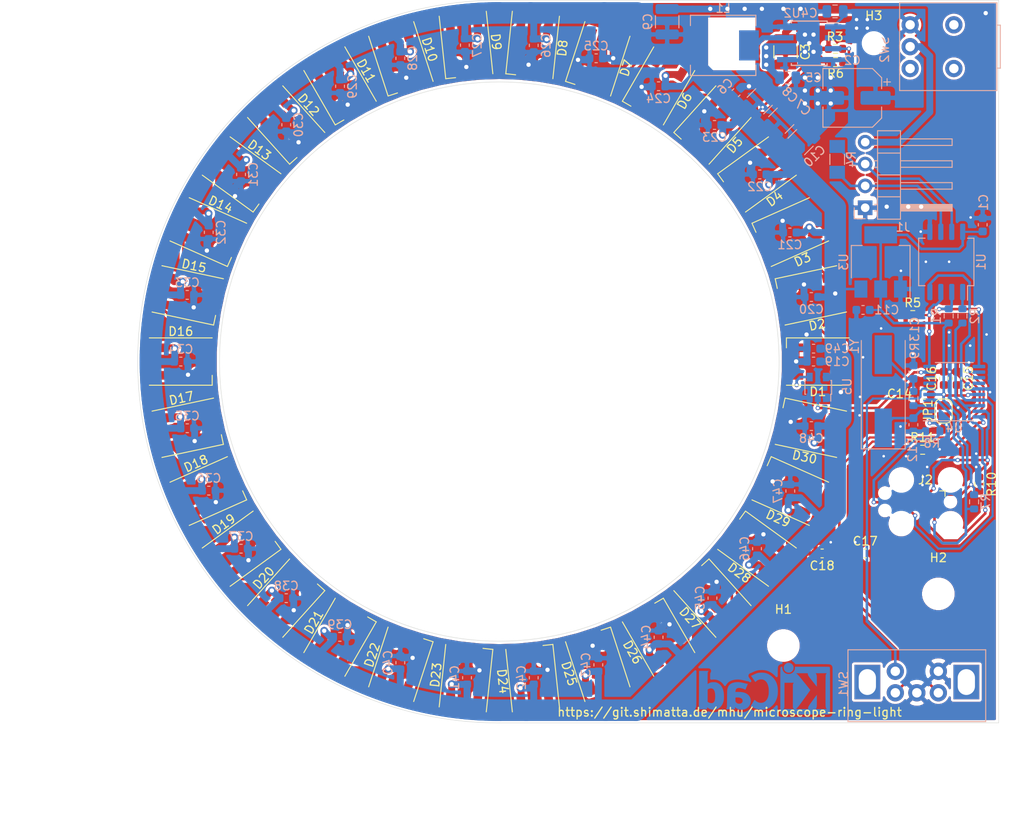
<source format=kicad_pcb>
(kicad_pcb (version 20171130) (host pcbnew 5.1.9)

  (general
    (thickness 1.6)
    (drawings 7)
    (tracks 1207)
    (zones 0)
    (modules 108)
    (nets 63)
  )

  (page A4)
  (layers
    (0 F.Cu signal)
    (31 B.Cu signal)
    (32 B.Adhes user)
    (33 F.Adhes user)
    (34 B.Paste user)
    (35 F.Paste user)
    (36 B.SilkS user)
    (37 F.SilkS user)
    (38 B.Mask user)
    (39 F.Mask user)
    (40 Dwgs.User user)
    (41 Cmts.User user)
    (42 Eco1.User user)
    (43 Eco2.User user)
    (44 Edge.Cuts user)
    (45 Margin user)
    (46 B.CrtYd user)
    (47 F.CrtYd user)
    (48 B.Fab user)
    (49 F.Fab user)
  )

  (setup
    (last_trace_width 0.25)
    (user_trace_width 0.3)
    (user_trace_width 0.6)
    (user_trace_width 0.8)
    (user_trace_width 2.5)
    (trace_clearance 0.2)
    (zone_clearance 0.3)
    (zone_45_only no)
    (trace_min 0.2)
    (via_size 0.8)
    (via_drill 0.4)
    (via_min_size 0.4)
    (via_min_drill 0.3)
    (user_via 0.5 0.3)
    (user_via 0.9 0.5)
    (uvia_size 0.3)
    (uvia_drill 0.1)
    (uvias_allowed no)
    (uvia_min_size 0.2)
    (uvia_min_drill 0.1)
    (edge_width 0.05)
    (segment_width 0.2)
    (pcb_text_width 0.3)
    (pcb_text_size 1.5 1.5)
    (mod_edge_width 0.12)
    (mod_text_size 1 1)
    (mod_text_width 0.15)
    (pad_size 2.2 2.2)
    (pad_drill 2.2)
    (pad_to_mask_clearance 0)
    (aux_axis_origin 70 70)
    (grid_origin 70 70)
    (visible_elements FFFFFF7F)
    (pcbplotparams
      (layerselection 0x010fc_ffffffff)
      (usegerberextensions false)
      (usegerberattributes true)
      (usegerberadvancedattributes true)
      (creategerberjobfile true)
      (excludeedgelayer true)
      (linewidth 0.100000)
      (plotframeref false)
      (viasonmask false)
      (mode 1)
      (useauxorigin false)
      (hpglpennumber 1)
      (hpglpenspeed 20)
      (hpglpendiameter 15.000000)
      (psnegative false)
      (psa4output false)
      (plotreference true)
      (plotvalue true)
      (plotinvisibletext false)
      (padsonsilk false)
      (subtractmaskfromsilk false)
      (outputformat 1)
      (mirror false)
      (drillshape 1)
      (scaleselection 1)
      (outputdirectory ""))
  )

  (net 0 "")
  (net 1 GND)
  (net 2 +3V3)
  (net 3 /TIM3_CH1)
  (net 4 /TIM3_CH2)
  (net 5 +12V)
  (net 6 +5V)
  (net 7 "Net-(D1-Pad4)")
  (net 8 "Net-(D1-Pad2)")
  (net 9 "Net-(D2-Pad4)")
  (net 10 "Net-(D3-Pad4)")
  (net 11 "Net-(D22-Pad4)")
  (net 12 "Net-(D4-Pad4)")
  (net 13 "Net-(D23-Pad4)")
  (net 14 "Net-(D5-Pad4)")
  (net 15 "Net-(D10-Pad2)")
  (net 16 "Net-(D10-Pad4)")
  (net 17 "Net-(D11-Pad4)")
  (net 18 "Net-(D12-Pad4)")
  (net 19 "Net-(D13-Pad4)")
  (net 20 "Net-(D14-Pad4)")
  (net 21 "Net-(D15-Pad4)")
  (net 22 "Net-(D16-Pad4)")
  (net 23 "Net-(D17-Pad4)")
  (net 24 "Net-(D18-Pad4)")
  (net 25 "Net-(D19-Pad4)")
  (net 26 "Net-(D20-Pad4)")
  (net 27 "Net-(D24-Pad4)")
  (net 28 /DMX+)
  (net 29 /DMX-)
  (net 30 /~RESET)
  (net 31 /STM_RX)
  (net 32 "Net-(J2-Pad8)")
  (net 33 /STM_TX)
  (net 34 "Net-(J2-Pad6)")
  (net 35 "Net-(J2-Pad5)")
  (net 36 /SWCLK)
  (net 37 /SWDIO)
  (net 38 /DMX_TXEN)
  (net 39 /DMX_~RXEN)
  (net 40 "/LED Grave/SK6812_DATA_IN")
  (net 41 /BUTTON)
  (net 42 "Net-(L1-Pad1)")
  (net 43 "Net-(C12-Pad1)")
  (net 44 "Net-(C13-Pad1)")
  (net 45 "Net-(D6-Pad4)")
  (net 46 "Net-(D7-Pad4)")
  (net 47 "Net-(D8-Pad4)")
  (net 48 "Net-(D21-Pad4)")
  (net 49 "Net-(D25-Pad4)")
  (net 50 "Net-(D26-Pad4)")
  (net 51 "Net-(D27-Pad4)")
  (net 52 "Net-(D28-Pad4)")
  (net 53 "Net-(D29-Pad4)")
  (net 54 "Net-(D30-Pad4)")
  (net 55 "Net-(R2-Pad2)")
  (net 56 "Net-(R3-Pad2)")
  (net 57 "Net-(U4-Pad8)")
  (net 58 "Net-(U4-Pad7)")
  (net 59 "Net-(R9-Pad1)")
  (net 60 "Net-(J1-Pad4)")
  (net 61 "Net-(SW2-Pad1)")
  (net 62 "Net-(U4-Pad14)")

  (net_class Default "This is the default net class."
    (clearance 0.2)
    (trace_width 0.25)
    (via_dia 0.8)
    (via_drill 0.4)
    (uvia_dia 0.3)
    (uvia_drill 0.1)
    (add_net +12V)
    (add_net +3V3)
    (add_net +5V)
    (add_net /BUTTON)
    (add_net /DMX+)
    (add_net /DMX-)
    (add_net /DMX_TXEN)
    (add_net /DMX_~RXEN)
    (add_net "/LED Grave/SK6812_DATA_IN")
    (add_net /STM_RX)
    (add_net /STM_TX)
    (add_net /SWCLK)
    (add_net /SWDIO)
    (add_net /TIM3_CH1)
    (add_net /TIM3_CH2)
    (add_net /~RESET)
    (add_net GND)
    (add_net "Net-(C12-Pad1)")
    (add_net "Net-(C13-Pad1)")
    (add_net "Net-(D1-Pad2)")
    (add_net "Net-(D1-Pad4)")
    (add_net "Net-(D10-Pad2)")
    (add_net "Net-(D10-Pad4)")
    (add_net "Net-(D11-Pad4)")
    (add_net "Net-(D12-Pad4)")
    (add_net "Net-(D13-Pad4)")
    (add_net "Net-(D14-Pad4)")
    (add_net "Net-(D15-Pad4)")
    (add_net "Net-(D16-Pad4)")
    (add_net "Net-(D17-Pad4)")
    (add_net "Net-(D18-Pad4)")
    (add_net "Net-(D19-Pad4)")
    (add_net "Net-(D2-Pad4)")
    (add_net "Net-(D20-Pad4)")
    (add_net "Net-(D21-Pad4)")
    (add_net "Net-(D22-Pad4)")
    (add_net "Net-(D23-Pad4)")
    (add_net "Net-(D24-Pad4)")
    (add_net "Net-(D25-Pad4)")
    (add_net "Net-(D26-Pad4)")
    (add_net "Net-(D27-Pad4)")
    (add_net "Net-(D28-Pad4)")
    (add_net "Net-(D29-Pad4)")
    (add_net "Net-(D3-Pad4)")
    (add_net "Net-(D30-Pad4)")
    (add_net "Net-(D4-Pad4)")
    (add_net "Net-(D5-Pad4)")
    (add_net "Net-(D6-Pad4)")
    (add_net "Net-(D7-Pad4)")
    (add_net "Net-(D8-Pad4)")
    (add_net "Net-(J1-Pad4)")
    (add_net "Net-(J2-Pad5)")
    (add_net "Net-(J2-Pad6)")
    (add_net "Net-(J2-Pad8)")
    (add_net "Net-(L1-Pad1)")
    (add_net "Net-(R2-Pad2)")
    (add_net "Net-(R3-Pad2)")
    (add_net "Net-(R9-Pad1)")
    (add_net "Net-(SW2-Pad1)")
    (add_net "Net-(U4-Pad14)")
    (add_net "Net-(U4-Pad7)")
    (add_net "Net-(U4-Pad8)")
  )

  (module MountingHole:MountingHole_2.2mm_M2 (layer F.Cu) (tedit 56D1B4CB) (tstamp 6021B33D)
    (at 113.5 33)
    (descr "Mounting Hole 2.2mm, no annular, M2")
    (tags "mounting hole 2.2mm no annular m2")
    (path /6022C057)
    (attr virtual)
    (fp_text reference H3 (at 0 -3.2) (layer F.SilkS)
      (effects (font (size 1 1) (thickness 0.15)))
    )
    (fp_text value MountingHole (at 0 3.2) (layer F.Fab)
      (effects (font (size 1 1) (thickness 0.15)))
    )
    (fp_text user %R (at 0.3 0) (layer F.Fab)
      (effects (font (size 1 1) (thickness 0.15)))
    )
    (fp_circle (center 0 0) (end 2.2 0) (layer Cmts.User) (width 0.15))
    (fp_circle (center 0 0) (end 2.45 0) (layer F.CrtYd) (width 0.05))
    (pad 1 np_thru_hole circle (at 0 0) (size 2.2 2.2) (drill 2.2) (layers *.Cu *.Mask))
  )

  (module shimatta_switch:EN11-VSM (layer B.Cu) (tedit 60201AA5) (tstamp 601859E7)
    (at 118.5 108.5 270)
    (path /600CCA72)
    (fp_text reference SW1 (at -1 8.5 270) (layer B.SilkS)
      (effects (font (size 1 1) (thickness 0.15)) (justify mirror))
    )
    (fp_text value Rotary_Encoder_Switch (at 2.25 0) (layer B.Fab)
      (effects (font (size 1 1) (thickness 0.15)) (justify mirror))
    )
    (fp_line (start -5 8) (end 3.35 8) (layer B.Fab) (width 0.12))
    (fp_line (start -5 8) (end -5 -8) (layer B.Fab) (width 0.12))
    (fp_line (start -5 -8) (end 3.35 -8) (layer B.Fab) (width 0.12))
    (fp_line (start 3.35 8) (end 3.35 -8) (layer B.Fab) (width 0.12))
    (fp_line (start 3.35 3.5) (end 8 3.5) (layer B.Fab) (width 0.12))
    (fp_line (start 3.35 -3.5) (end 8 -3.5) (layer B.Fab) (width 0.12))
    (fp_line (start 8 3.5) (end 8 -3.5) (layer B.Fab) (width 0.12))
    (fp_line (start 8 3) (end 16.15 3) (layer B.Fab) (width 0.12))
    (fp_line (start 16.15 3) (end 16.15 -3) (layer B.Fab) (width 0.12))
    (fp_line (start 16.15 -3) (end 8 -3) (layer B.Fab) (width 0.12))
    (fp_line (start -5 8) (end 3.35 8) (layer B.SilkS) (width 0.12))
    (fp_line (start 3.35 8) (end 3.35 -8) (layer B.SilkS) (width 0.12))
    (fp_line (start 3.35 -8) (end -5 -8) (layer B.SilkS) (width 0.12))
    (fp_line (start -5 -8) (end -5 8) (layer B.SilkS) (width 0.12))
    (pad MP thru_hole rect (at -1.25 -5.75 270) (size 4 3) (drill oval 3 2) (layers *.Cu *.Mask))
    (pad MP thru_hole rect (at -1.25 5.75 270) (size 4 3) (drill oval 3 2) (layers *.Cu *.Mask))
    (pad S2 thru_hole circle (at -2.5 -2.5 270) (size 2 2) (drill 1.1) (layers *.Cu *.Mask)
      (net 1 GND))
    (pad S1 thru_hole circle (at -2.5 2.5 270) (size 2 2) (drill 1.1) (layers *.Cu *.Mask)
      (net 41 /BUTTON))
    (pad C thru_hole circle (at 0 0 270) (size 2 2) (drill 1.1) (layers *.Cu *.Mask)
      (net 1 GND))
    (pad B thru_hole circle (at 0 2.5 270) (size 2 2) (drill 1.1) (layers *.Cu *.Mask)
      (net 4 /TIM3_CH2))
    (pad A thru_hole circle (at 0 -2.5 270) (size 2 2) (drill 1.1) (layers *.Cu *.Mask)
      (net 3 /TIM3_CH1))
  )

  (module MountingHole:MountingHole_3.2mm_M3 (layer F.Cu) (tedit 56D1B4CB) (tstamp 6020C1D2)
    (at 121 97)
    (descr "Mounting Hole 3.2mm, no annular, M3")
    (tags "mounting hole 3.2mm no annular m3")
    (path /6021B3E3)
    (attr virtual)
    (fp_text reference H2 (at 0 -4.2) (layer F.SilkS)
      (effects (font (size 1 1) (thickness 0.15)))
    )
    (fp_text value MountingHole (at 0 4.2) (layer F.Fab)
      (effects (font (size 1 1) (thickness 0.15)))
    )
    (fp_circle (center 0 0) (end 3.45 0) (layer F.CrtYd) (width 0.05))
    (fp_circle (center 0 0) (end 3.2 0) (layer Cmts.User) (width 0.15))
    (fp_text user %R (at 0.3 0) (layer F.Fab)
      (effects (font (size 1 1) (thickness 0.15)))
    )
    (pad 1 np_thru_hole circle (at 0 0) (size 3.2 3.2) (drill 3.2) (layers *.Cu *.Mask))
  )

  (module shimatta_switch:NINIGI-5FS1S102M6QE (layer B.Cu) (tedit 60200670) (tstamp 60208177)
    (at 122.8 33.4)
    (path /601264C2)
    (fp_text reference SW2 (at -8.05 0.35 90) (layer B.SilkS)
      (effects (font (size 1 1) (thickness 0.15)) (justify mirror))
    )
    (fp_text value "5FS1S102M6QE " (at 0 0.5) (layer B.Fab)
      (effects (font (size 1 1) (thickness 0.15)) (justify mirror))
    )
    (fp_line (start 5.4 -2.5) (end 5 -2.5) (layer B.SilkS) (width 0.12))
    (fp_line (start 5.4 2.5) (end 5.4 -2.5) (layer B.SilkS) (width 0.12))
    (fp_line (start 5 2.5) (end 5.4 2.5) (layer B.SilkS) (width 0.12))
    (fp_line (start -6.3 -5.1) (end -6.3 2.5) (layer B.SilkS) (width 0.12))
    (fp_line (start 5 -5.1) (end -6.3 -5.1) (layer B.SilkS) (width 0.12))
    (fp_line (start 5 5.1) (end 5 -5.1) (layer B.SilkS) (width 0.12))
    (fp_line (start -6.3 5.1) (end 5 5.1) (layer B.SilkS) (width 0.12))
    (fp_line (start -6.3 2.5) (end -6.3 5.1) (layer B.SilkS) (width 0.12))
    (fp_line (start 8.1 0) (end 5 0) (layer B.Fab) (width 0.12))
    (fp_line (start 8.1 2.5) (end 8.1 0) (layer B.Fab) (width 0.12))
    (fp_line (start 5 2.5) (end 8.1 2.5) (layer B.Fab) (width 0.12))
    (fp_line (start -5.1 -5.1) (end -5 -5.1) (layer B.Fab) (width 0.12))
    (fp_line (start -5.1 5.1) (end -5.1 -5.1) (layer B.Fab) (width 0.12))
    (fp_line (start 4.95 5.1) (end -5.1 5.1) (layer B.Fab) (width 0.12))
    (fp_line (start 4.95 -5.1) (end -5 -5.1) (layer B.Fab) (width 0.12))
    (fp_line (start 4.95 5.1) (end 4.95 -5.1) (layer B.Fab) (width 0.12))
    (pad 3 thru_hole circle (at -5.08 -2.54) (size 2 2) (drill 1.1) (layers *.Cu *.Mask)
      (net 5 +12V))
    (pad 2 thru_hole circle (at -5.08 0) (size 2 2) (drill 1.1) (layers *.Cu *.Mask)
      (net 60 "Net-(J1-Pad4)"))
    (pad 1 thru_hole circle (at -5.08 2.54) (size 2 2) (drill 1.1) (layers *.Cu *.Mask)
      (net 61 "Net-(SW2-Pad1)"))
    (pad "" thru_hole circle (at 0 2.54) (size 2 2) (drill 1.1) (layers *.Cu *.Mask))
    (pad "" thru_hole circle (at 0 -2.54) (size 2 2) (drill 1.1) (layers *.Cu *.Mask))
  )

  (module shimatta_artwork:shimatta_kanji_10mm_solder_mask (layer F.Cu) (tedit 0) (tstamp 6017E024)
    (at 88.5 30.5)
    (fp_text reference G*** (at 0 0) (layer F.SilkS) hide
      (effects (font (size 1.524 1.524) (thickness 0.3)))
    )
    (fp_text value LOGO (at 0.75 0) (layer F.SilkS) hide
      (effects (font (size 1.524 1.524) (thickness 0.3)))
    )
    (fp_poly (pts (xy -1.974371 1.038841) (xy -1.921286 1.053288) (xy -1.872623 1.079719) (xy -1.866195 1.084191)
      (xy -1.838293 1.104059) (xy -1.817119 1.069799) (xy -1.79976 1.048167) (xy -1.782486 1.036309)
      (xy -1.778291 1.035539) (xy -1.768206 1.038583) (xy -1.760646 1.049319) (xy -1.755185 1.070154)
      (xy -1.7514 1.103496) (xy -1.748865 1.15175) (xy -1.747273 1.211385) (xy -1.746474 1.259613)
      (xy -1.746752 1.291726) (xy -1.748675 1.311141) (xy -1.75281 1.321274) (xy -1.759723 1.325542)
      (xy -1.766441 1.326858) (xy -1.786978 1.322585) (xy -1.793979 1.312205) (xy -1.82301 1.2417)
      (xy -1.856701 1.183639) (xy -1.890646 1.143766) (xy -1.936773 1.110849) (xy -1.98647 1.091476)
      (xy -2.036678 1.08492) (xy -2.084334 1.090454) (xy -2.126379 1.107351) (xy -2.159752 1.134885)
      (xy -2.181392 1.172328) (xy -2.188308 1.214467) (xy -2.182791 1.248681) (xy -2.165175 1.278144)
      (xy -2.133859 1.30396) (xy -2.087242 1.327231) (xy -2.023723 1.349063) (xy -1.972988 1.362908)
      (xy -1.926945 1.37512) (xy -1.884295 1.387388) (xy -1.85095 1.397965) (xy -1.837224 1.403038)
      (xy -1.783941 1.43521) (xy -1.7442 1.480643) (xy -1.719152 1.537493) (xy -1.709948 1.603912)
      (xy -1.709925 1.607039) (xy -1.718324 1.675881) (xy -1.743018 1.735267) (xy -1.782805 1.783525)
      (xy -1.836485 1.818985) (xy -1.87192 1.832554) (xy -1.918944 1.841854) (xy -1.97371 1.845409)
      (xy -2.028119 1.84323) (xy -2.074074 1.835326) (xy -2.083751 1.832294) (xy -2.116174 1.818033)
      (xy -2.150925 1.79893) (xy -2.159336 1.793591) (xy -2.197825 1.76812) (xy -2.219932 1.802247)
      (xy -2.24036 1.826752) (xy -2.262088 1.836076) (xy -2.268904 1.836495) (xy -2.295769 1.836616)
      (xy -2.295769 1.524) (xy -2.272298 1.524) (xy -2.259227 1.52626) (xy -2.249254 1.535687)
      (xy -2.239777 1.556254) (xy -2.228545 1.590772) (xy -2.200232 1.656354) (xy -2.159137 1.713395)
      (xy -2.108703 1.757526) (xy -2.086983 1.770431) (xy -2.043168 1.785715) (xy -1.991547 1.792606)
      (xy -1.939352 1.79103) (xy -1.893813 1.780914) (xy -1.875726 1.772587) (xy -1.835146 1.739209)
      (xy -1.80866 1.697192) (xy -1.797641 1.650585) (xy -1.803458 1.603433) (xy -1.811693 1.583581)
      (xy -1.823542 1.564842) (xy -1.839561 1.549289) (xy -1.86277 1.535442) (xy -1.896185 1.521824)
      (xy -1.942823 1.506956) (xy -2.001869 1.490396) (xy -2.070514 1.470952) (xy -2.12321 1.453777)
      (xy -2.163196 1.437447) (xy -2.193709 1.420542) (xy -2.217988 1.401639) (xy -2.229206 1.390568)
      (xy -2.258638 1.349794) (xy -2.273428 1.302837) (xy -2.276231 1.263171) (xy -2.268182 1.193355)
      (xy -2.244667 1.13505) (xy -2.206631 1.089166) (xy -2.155021 1.056615) (xy -2.090784 1.038307)
      (xy -2.038549 1.034453) (xy -1.974371 1.038841)) (layer F.Mask) (width 0.01))
    (fp_poly (pts (xy 0.640944 1.312618) (xy 0.67704 1.319504) (xy 0.709375 1.333293) (xy 0.740902 1.35388)
      (xy 0.745424 1.357713) (xy 0.776654 1.385604) (xy 0.781782 1.564706) (xy 0.783857 1.622571)
      (xy 0.786497 1.674136) (xy 0.789465 1.716036) (xy 0.792525 1.744908) (xy 0.79526 1.757136)
      (xy 0.810932 1.766015) (xy 0.84142 1.765392) (xy 0.866266 1.76353) (xy 0.877171 1.76799)
      (xy 0.879231 1.777416) (xy 0.870113 1.801327) (xy 0.844983 1.820342) (xy 0.807181 1.832279)
      (xy 0.792135 1.834328) (xy 0.760728 1.835756) (xy 0.740346 1.830993) (xy 0.722902 1.817897)
      (xy 0.72021 1.815253) (xy 0.702591 1.795118) (xy 0.692224 1.778656) (xy 0.691979 1.777976)
      (xy 0.684959 1.772802) (xy 0.669292 1.779728) (xy 0.649017 1.79442) (xy 0.618564 1.81506)
      (xy 0.58745 1.831466) (xy 0.577369 1.835408) (xy 0.533609 1.844151) (xy 0.484536 1.845295)
      (xy 0.438788 1.839118) (xy 0.412345 1.830092) (xy 0.372494 1.802851) (xy 0.349635 1.767447)
      (xy 0.341942 1.720977) (xy 0.341923 1.718095) (xy 0.343126 1.700515) (xy 0.455607 1.700515)
      (xy 0.457835 1.73071) (xy 0.469349 1.752095) (xy 0.48304 1.765362) (xy 0.507125 1.781844)
      (xy 0.532 1.786258) (xy 0.550438 1.78465) (xy 0.58274 1.776437) (xy 0.610963 1.763138)
      (xy 0.614012 1.761016) (xy 0.645603 1.732311) (xy 0.665621 1.699528) (xy 0.677036 1.656731)
      (xy 0.680628 1.627794) (xy 0.683522 1.592705) (xy 0.683443 1.573158) (xy 0.679617 1.565278)
      (xy 0.671269 1.565193) (xy 0.668269 1.565968) (xy 0.648488 1.570944) (xy 0.617794 1.578137)
      (xy 0.595923 1.583073) (xy 0.536922 1.599909) (xy 0.495378 1.621103) (xy 0.469412 1.648229)
      (xy 0.457142 1.682862) (xy 0.455607 1.700515) (xy 0.343126 1.700515) (xy 0.344116 1.686059)
      (xy 0.353266 1.661888) (xy 0.373232 1.635965) (xy 0.376197 1.632658) (xy 0.40625 1.605269)
      (xy 0.444581 1.581703) (xy 0.4938 1.560914) (xy 0.556523 1.541856) (xy 0.635361 1.523484)
      (xy 0.663059 1.517848) (xy 0.676458 1.513728) (xy 0.682332 1.50481) (xy 0.682301 1.485745)
      (xy 0.679595 1.463209) (xy 0.674002 1.43082) (xy 0.667225 1.404589) (xy 0.663822 1.396093)
      (xy 0.644922 1.378737) (xy 0.61268 1.366075) (xy 0.573062 1.359819) (xy 0.540027 1.360581)
      (xy 0.500622 1.369239) (xy 0.478247 1.383995) (xy 0.473727 1.40413) (xy 0.477739 1.414757)
      (xy 0.487636 1.447797) (xy 0.483358 1.477167) (xy 0.468279 1.499765) (xy 0.445775 1.512488)
      (xy 0.419223 1.512233) (xy 0.391997 1.495897) (xy 0.390769 1.494692) (xy 0.373401 1.465279)
      (xy 0.372129 1.431335) (xy 0.385222 1.396326) (xy 0.410949 1.363713) (xy 0.447576 1.336962)
      (xy 0.475841 1.324549) (xy 0.525279 1.313638) (xy 0.58351 1.309581) (xy 0.640944 1.312618)) (layer F.Mask) (width 0.01))
    (fp_poly (pts (xy 1.067389 1.108152) (xy 1.073653 1.114475) (xy 1.077607 1.128178) (xy 1.079988 1.152711)
      (xy 1.081536 1.191523) (xy 1.082262 1.218712) (xy 1.085024 1.328616) (xy 1.163538 1.328616)
      (xy 1.202366 1.3289) (xy 1.225462 1.330495) (xy 1.23663 1.334508) (xy 1.239675 1.342049)
      (xy 1.238929 1.350596) (xy 1.235823 1.361747) (xy 1.227612 1.368592) (xy 1.210101 1.372452)
      (xy 1.179094 1.37465) (xy 1.160096 1.37543) (xy 1.084385 1.378284) (xy 1.084385 1.55643)
      (xy 1.084671 1.622622) (xy 1.085671 1.672073) (xy 1.087598 1.707571) (xy 1.090664 1.731905)
      (xy 1.09508 1.747866) (xy 1.099592 1.756288) (xy 1.121883 1.774299) (xy 1.148938 1.776923)
      (xy 1.176351 1.766026) (xy 1.199718 1.743476) (xy 1.214633 1.711137) (xy 1.215545 1.707173)
      (xy 1.22186 1.676871) (xy 1.226224 1.655885) (xy 1.235543 1.636856) (xy 1.256152 1.631464)
      (xy 1.256791 1.631462) (xy 1.271513 1.632447) (xy 1.278247 1.638659) (xy 1.278807 1.654982)
      (xy 1.275582 1.681998) (xy 1.26038 1.743784) (xy 1.232522 1.791452) (xy 1.191026 1.826549)
      (xy 1.18012 1.832659) (xy 1.145866 1.843001) (xy 1.104011 1.845687) (xy 1.064409 1.840618)
      (xy 1.046249 1.834029) (xy 1.023745 1.8175) (xy 1.002423 1.794593) (xy 1.002288 1.794411)
      (xy 0.995239 1.783637) (xy 0.989937 1.770968) (xy 0.986075 1.753497) (xy 0.983345 1.728317)
      (xy 0.98144 1.692522) (xy 0.980054 1.643206) (xy 0.978878 1.577463) (xy 0.978796 1.572161)
      (xy 0.975784 1.377462) (xy 0.932392 1.377462) (xy 0.905449 1.376377) (xy 0.892769 1.371235)
      (xy 0.889118 1.359204) (xy 0.889 1.353994) (xy 0.894585 1.334751) (xy 0.914328 1.321845)
      (xy 0.92033 1.319605) (xy 0.958438 1.29963) (xy 0.987906 1.268085) (xy 1.010137 1.222673)
      (xy 1.026541 1.161099) (xy 1.030398 1.139951) (xy 1.036325 1.115595) (xy 1.045494 1.105989)
      (xy 1.058076 1.105759) (xy 1.067389 1.108152)) (layer F.Mask) (width 0.01))
    (fp_poly (pts (xy 1.488944 1.110289) (xy 1.494525 1.116945) (xy 1.498106 1.132096) (xy 1.500339 1.159063)
      (xy 1.501878 1.201166) (xy 1.502339 1.218712) (xy 1.505101 1.328616) (xy 1.582935 1.328616)
      (xy 1.6216 1.328878) (xy 1.644721 1.330503) (xy 1.656293 1.334742) (xy 1.66031 1.342849)
      (xy 1.660769 1.353039) (xy 1.659936 1.365151) (xy 1.65478 1.372404) (xy 1.641314 1.376043)
      (xy 1.615552 1.377313) (xy 1.582615 1.377462) (xy 1.504461 1.377462) (xy 1.504461 1.558192)
      (xy 1.504599 1.622242) (xy 1.5052 1.669671) (xy 1.50655 1.703395) (xy 1.508932 1.726331)
      (xy 1.512633 1.741394) (xy 1.517936 1.751503) (xy 1.524 1.758462) (xy 1.553175 1.776093)
      (xy 1.584057 1.77626) (xy 1.611666 1.759856) (xy 1.625783 1.740182) (xy 1.635945 1.713599)
      (xy 1.644478 1.680299) (xy 1.645819 1.672981) (xy 1.651731 1.646626) (xy 1.660436 1.634536)
      (xy 1.675946 1.631473) (xy 1.677642 1.631462) (xy 1.69222 1.632603) (xy 1.698789 1.63934)
      (xy 1.699297 1.656642) (xy 1.696783 1.680302) (xy 1.682886 1.743441) (xy 1.657693 1.790854)
      (xy 1.620651 1.823134) (xy 1.571209 1.840874) (xy 1.544177 1.844314) (xy 1.50807 1.844991)
      (xy 1.482071 1.839541) (xy 1.457198 1.825996) (xy 1.455615 1.82493) (xy 1.437063 1.81038)
      (xy 1.422919 1.793322) (xy 1.412591 1.771022) (xy 1.405489 1.740747) (xy 1.401022 1.699763)
      (xy 1.398599 1.645336) (xy 1.39763 1.574735) (xy 1.397551 1.556312) (xy 1.397 1.378585)
      (xy 1.355481 1.375581) (xy 1.327979 1.371614) (xy 1.314897 1.363255) (xy 1.311576 1.353039)
      (xy 1.315704 1.337223) (xy 1.334351 1.32219) (xy 1.350145 1.313962) (xy 1.38592 1.292045)
      (xy 1.412117 1.263056) (xy 1.431723 1.222652) (xy 1.445662 1.17518) (xy 1.45552 1.139038)
      (xy 1.464372 1.118497) (xy 1.474178 1.109844) (xy 1.48071 1.108808) (xy 1.488944 1.110289)) (layer F.Mask) (width 0.01))
    (fp_poly (pts (xy 2.067017 1.312015) (xy 2.091074 1.317656) (xy 2.115093 1.328184) (xy 2.119351 1.330379)
      (xy 2.147999 1.346455) (xy 2.169267 1.362613) (xy 2.184314 1.38202) (xy 2.194299 1.407842)
      (xy 2.200379 1.443246) (xy 2.203714 1.491396) (xy 2.205462 1.55546) (xy 2.205652 1.56621)
      (xy 2.206886 1.634499) (xy 2.208354 1.685635) (xy 2.210672 1.721998) (xy 2.214456 1.745971)
      (xy 2.220321 1.759934) (xy 2.228883 1.766269) (xy 2.240758 1.767357) (xy 2.256562 1.76558)
      (xy 2.257183 1.765496) (xy 2.2874 1.764126) (xy 2.301366 1.77125) (xy 2.300944 1.788041)
      (xy 2.299502 1.792134) (xy 2.282756 1.811763) (xy 2.252528 1.827163) (xy 2.21481 1.835705)
      (xy 2.198095 1.836616) (xy 2.165222 1.832505) (xy 2.140837 1.817535) (xy 2.13411 1.810766)
      (xy 2.118195 1.791346) (xy 2.110332 1.777346) (xy 2.110154 1.776076) (xy 2.103393 1.775971)
      (xy 2.086279 1.785859) (xy 2.075981 1.793301) (xy 2.018762 1.826325) (xy 1.956762 1.843577)
      (xy 1.894263 1.844524) (xy 1.83555 1.828632) (xy 1.82662 1.824404) (xy 1.78778 1.795174)
      (xy 1.765426 1.756208) (xy 1.760635 1.709667) (xy 1.762569 1.695669) (xy 1.762917 1.694639)
      (xy 1.875692 1.694639) (xy 1.882946 1.738312) (xy 1.90319 1.768727) (xy 1.934148 1.784818)
      (xy 1.973544 1.785521) (xy 2.0191 1.769771) (xy 2.027115 1.765481) (xy 2.065577 1.734584)
      (xy 2.089543 1.692505) (xy 2.099829 1.637617) (xy 2.100369 1.619064) (xy 2.100385 1.562705)
      (xy 2.073519 1.568707) (xy 2.002641 1.586563) (xy 1.949443 1.60502) (xy 1.912071 1.625257)
      (xy 1.888675 1.648452) (xy 1.877405 1.675784) (xy 1.875692 1.694639) (xy 1.762917 1.694639)
      (xy 1.775241 1.658177) (xy 1.799184 1.625607) (xy 1.835942 1.597087) (xy 1.887055 1.571743)
      (xy 1.954065 1.5487) (xy 2.038515 1.527086) (xy 2.073519 1.519478) (xy 2.091119 1.51337)
      (xy 2.098748 1.500718) (xy 2.100385 1.475604) (xy 2.095153 1.427605) (xy 2.078669 1.393815)
      (xy 2.052443 1.373045) (xy 2.013304 1.361056) (xy 1.967038 1.358661) (xy 1.923753 1.36625)
      (xy 1.919185 1.367871) (xy 1.900754 1.378362) (xy 1.897388 1.393896) (xy 1.89901 1.402063)
      (xy 1.906334 1.431636) (xy 1.910841 1.449775) (xy 1.90831 1.475393) (xy 1.891704 1.498124)
      (xy 1.866273 1.512219) (xy 1.851978 1.514231) (xy 1.827936 1.505801) (xy 1.805532 1.484928)
      (xy 1.790661 1.458238) (xy 1.787806 1.442086) (xy 1.796395 1.409192) (xy 1.81924 1.375487)
      (xy 1.852116 1.346505) (xy 1.867982 1.337029) (xy 1.901035 1.323791) (xy 1.941599 1.315663)
      (xy 1.992923 1.311533) (xy 2.036455 1.310295) (xy 2.067017 1.312015)) (layer F.Mask) (width 0.01))
    (fp_poly (pts (xy -1.455615 1.215473) (xy -1.450731 1.398336) (xy -1.421423 1.367157) (xy -1.376353 1.331405)
      (xy -1.326607 1.312133) (xy -1.275539 1.308504) (xy -1.226501 1.31968) (xy -1.182846 1.344823)
      (xy -1.147927 1.383095) (xy -1.125098 1.433658) (xy -1.123046 1.441718) (xy -1.119874 1.465079)
      (xy -1.117169 1.503375) (xy -1.115156 1.552) (xy -1.114058 1.606352) (xy -1.113925 1.628833)
      (xy -1.113934 1.686246) (xy -1.11338 1.727126) (xy -1.11108 1.754472) (xy -1.10585 1.771281)
      (xy -1.096506 1.780548) (xy -1.081867 1.785271) (xy -1.060747 1.788448) (xy -1.050305 1.789943)
      (xy -1.03283 1.799802) (xy -1.027608 1.809862) (xy -1.027842 1.816489) (xy -1.03341 1.821136)
      (xy -1.047143 1.82415) (xy -1.071873 1.825876) (xy -1.110431 1.826659) (xy -1.165648 1.826846)
      (xy -1.166707 1.826846) (xy -1.222097 1.826711) (xy -1.260894 1.826038) (xy -1.28604 1.824421)
      (xy -1.30048 1.821457) (xy -1.307159 1.816742) (xy -1.309018 1.809871) (xy -1.309077 1.807308)
      (xy -1.304974 1.793528) (xy -1.289229 1.788224) (xy -1.276839 1.787769) (xy -1.25665 1.786726)
      (xy -1.24203 1.781795) (xy -1.232084 1.770273) (xy -1.225917 1.749459) (xy -1.222637 1.716651)
      (xy -1.22135 1.669146) (xy -1.221154 1.619425) (xy -1.222023 1.550012) (xy -1.22506 1.497159)
      (xy -1.230911 1.457944) (xy -1.240222 1.429447) (xy -1.253639 1.408749) (xy -1.271142 1.393392)
      (xy -1.306881 1.379323) (xy -1.346249 1.381693) (xy -1.384996 1.399063) (xy -1.418873 1.429993)
      (xy -1.431192 1.447614) (xy -1.439055 1.463151) (xy -1.44473 1.481935) (xy -1.448683 1.507586)
      (xy -1.451382 1.543727) (xy -1.453292 1.593978) (xy -1.454095 1.625431) (xy -1.455257 1.685008)
      (xy -1.45493 1.727828) (xy -1.452182 1.756663) (xy -1.446076 1.774287) (xy -1.43568 1.783474)
      (xy -1.420057 1.786995) (xy -1.399442 1.78762) (xy -1.376896 1.790323) (xy -1.368343 1.800256)
      (xy -1.367692 1.807308) (xy -1.368675 1.814909) (xy -1.373585 1.820234) (xy -1.385367 1.823685)
      (xy -1.406965 1.825666) (xy -1.441322 1.826583) (xy -1.491383 1.826838) (xy -1.510063 1.826846)
      (xy -1.565576 1.826666) (xy -1.604384 1.825895) (xy -1.629317 1.824188) (xy -1.643208 1.821198)
      (xy -1.648887 1.81658) (xy -1.649186 1.809989) (xy -1.649162 1.809862) (xy -1.637956 1.794552)
      (xy -1.626465 1.789943) (xy -1.600387 1.785385) (xy -1.584931 1.782287) (xy -1.562824 1.777564)
      (xy -1.565393 1.438302) (xy -1.567962 1.099039) (xy -1.614365 1.096061) (xy -1.6426 1.093155)
      (xy -1.65633 1.087339) (xy -1.660586 1.075813) (xy -1.660769 1.070241) (xy -1.659089 1.056138)
      (xy -1.651888 1.04659) (xy -1.635928 1.040587) (xy -1.607967 1.037118) (xy -1.564767 1.035173)
      (xy -1.546808 1.034698) (xy -1.4605 1.03261) (xy -1.455615 1.215473)) (layer F.Mask) (width 0.01))
    (fp_poly (pts (xy -0.791308 1.541671) (xy -0.79114 1.616724) (xy -0.790274 1.674548) (xy -0.788164 1.717452)
      (xy -0.784266 1.747744) (xy -0.778034 1.767735) (xy -0.768923 1.779731) (xy -0.756389 1.786044)
      (xy -0.739886 1.788981) (xy -0.732772 1.789665) (xy -0.705556 1.796467) (xy -0.695421 1.80975)
      (xy -0.695628 1.81631) (xy -0.700994 1.820947) (xy -0.714308 1.82399) (xy -0.738353 1.825767)
      (xy -0.775917 1.826609) (xy -0.829783 1.826843) (xy -0.840154 1.826846) (xy -0.896902 1.826679)
      (xy -0.936899 1.825957) (xy -0.96293 1.824353) (xy -0.977782 1.821535) (xy -0.984238 1.817177)
      (xy -0.985086 1.810948) (xy -0.984886 1.80975) (xy -0.97342 1.795751) (xy -0.947535 1.789665)
      (xy -0.927021 1.786674) (xy -0.911938 1.780045) (xy -0.901459 1.767116) (xy -0.894754 1.745221)
      (xy -0.890995 1.711698) (xy -0.889353 1.663884) (xy -0.889 1.601508) (xy -0.889384 1.54625)
      (xy -0.890442 1.495701) (xy -0.892032 1.454098) (xy -0.894015 1.425682) (xy -0.895106 1.41776)
      (xy -0.900096 1.399466) (xy -0.909311 1.390477) (xy -0.928545 1.387501) (xy -0.948837 1.387231)
      (xy -0.977413 1.386342) (xy -0.991501 1.382043) (xy -0.996126 1.371885) (xy -0.996462 1.364029)
      (xy -0.992671 1.349345) (xy -0.979576 1.33915) (xy -0.954592 1.332756) (xy -0.915134 1.329476)
      (xy -0.863356 1.328616) (xy -0.791308 1.328616) (xy -0.791308 1.541671)) (layer F.Mask) (width 0.01))
    (fp_poly (pts (xy 0.080297 1.3191) (xy 0.125771 1.345358) (xy 0.152577 1.373188) (xy 0.180731 1.410065)
      (xy 0.183814 1.586478) (xy 0.185487 1.650324) (xy 0.187999 1.703674) (xy 0.191173 1.744022)
      (xy 0.194831 1.768864) (xy 0.197222 1.77533) (xy 0.213481 1.783903) (xy 0.238852 1.787753)
      (xy 0.240542 1.787769) (xy 0.263603 1.790132) (xy 0.272652 1.799263) (xy 0.273538 1.807308)
      (xy 0.272556 1.814909) (xy 0.267645 1.820234) (xy 0.255863 1.823685) (xy 0.234266 1.825666)
      (xy 0.199908 1.826583) (xy 0.149847 1.826838) (xy 0.131168 1.826846) (xy 0.075655 1.826666)
      (xy 0.036847 1.825895) (xy 0.011913 1.824188) (xy -0.001977 1.821198) (xy -0.007656 1.81658)
      (xy -0.007955 1.809989) (xy -0.007931 1.809862) (xy 0.003274 1.794552) (xy 0.014766 1.789943)
      (xy 0.040674 1.785404) (xy 0.056786 1.782164) (xy 0.079379 1.77732) (xy 0.076324 1.602575)
      (xy 0.07513 1.540071) (xy 0.073784 1.494035) (xy 0.071875 1.461401) (xy 0.068992 1.4391)
      (xy 0.064727 1.424065) (xy 0.058668 1.413227) (xy 0.050405 1.403519) (xy 0.049585 1.402645)
      (xy 0.018289 1.381785) (xy -0.017565 1.377181) (xy -0.053905 1.387557) (xy -0.086657 1.41164)
      (xy -0.11175 1.448156) (xy -0.114311 1.453926) (xy -0.121097 1.479773) (xy -0.126816 1.519311)
      (xy -0.13124 1.567557) (xy -0.134142 1.619526) (xy -0.135296 1.670235) (xy -0.134473 1.714698)
      (xy -0.131448 1.747932) (xy -0.128291 1.760904) (xy -0.117156 1.779704) (xy -0.099101 1.786984)
      (xy -0.08328 1.787769) (xy -0.059613 1.789922) (xy -0.050013 1.79834) (xy -0.048846 1.807308)
      (xy -0.049861 1.815039) (xy -0.054906 1.820409) (xy -0.066985 1.823845) (xy -0.089101 1.825777)
      (xy -0.124255 1.826634) (xy -0.17545 1.826844) (xy -0.185615 1.826846) (xy -0.239737 1.826701)
      (xy -0.277324 1.825981) (xy -0.301377 1.824255) (xy -0.314901 1.821096) (xy -0.320897 1.816074)
      (xy -0.322369 1.80876) (xy -0.322385 1.807308) (xy -0.318514 1.793788) (xy -0.303445 1.788375)
      (xy -0.288536 1.787769) (xy -0.259067 1.782638) (xy -0.244575 1.768873) (xy -0.240334 1.750826)
      (xy -0.237292 1.717778) (xy -0.235444 1.674231) (xy -0.234785 1.624683) (xy -0.235311 1.573638)
      (xy -0.237015 1.525594) (xy -0.239893 1.485053) (xy -0.243941 1.456516) (xy -0.24492 1.452539)
      (xy -0.263385 1.41075) (xy -0.290501 1.385404) (xy -0.32287 1.377462) (xy -0.368 1.386426)
      (xy -0.404805 1.412769) (xy -0.428846 1.448664) (xy -0.437064 1.467827) (xy -0.442778 1.488226)
      (xy -0.446426 1.513822) (xy -0.448446 1.548578) (xy -0.449276 1.596454) (xy -0.449385 1.63436)
      (xy -0.449479 1.690546) (xy -0.448929 1.730264) (xy -0.44649 1.756574) (xy -0.440914 1.772536)
      (xy -0.430953 1.78121) (xy -0.415362 1.785657) (xy -0.392893 1.788938) (xy -0.385997 1.789943)
      (xy -0.368523 1.799802) (xy -0.3633 1.809862) (xy -0.363534 1.816489) (xy -0.369102 1.821136)
      (xy -0.382836 1.82415) (xy -0.407566 1.825876) (xy -0.446123 1.826659) (xy -0.501341 1.826846)
      (xy -0.502399 1.826846) (xy -0.55779 1.826711) (xy -0.596586 1.826038) (xy -0.621732 1.824421)
      (xy -0.636173 1.821457) (xy -0.642851 1.816742) (xy -0.644711 1.809871) (xy -0.644769 1.807308)
      (xy -0.640779 1.793653) (xy -0.62536 1.788294) (xy -0.611773 1.787769) (xy -0.585868 1.784016)
      (xy -0.568147 1.774918) (xy -0.567592 1.774292) (xy -0.56321 1.76046) (xy -0.560279 1.730646)
      (xy -0.558758 1.683856) (xy -0.558602 1.619099) (xy -0.559069 1.576465) (xy -0.561731 1.392116)
      (xy -0.60325 1.389111) (xy -0.629637 1.385777) (xy -0.641728 1.378715) (xy -0.644761 1.364681)
      (xy -0.644769 1.363385) (xy -0.641762 1.348658) (xy -0.630785 1.338679) (xy -0.608907 1.332599)
      (xy -0.573196 1.329571) (xy -0.525096 1.328749) (xy -0.449385 1.328616) (xy -0.449385 1.398499)
      (xy -0.422975 1.367114) (xy -0.381681 1.331778) (xy -0.333598 1.312588) (xy -0.28274 1.309406)
      (xy -0.233119 1.322094) (xy -0.188746 1.350515) (xy -0.165668 1.375926) (xy -0.144271 1.404867)
      (xy -0.116038 1.372711) (xy -0.072184 1.335499) (xy -0.022379 1.314164) (xy 0.029681 1.3087)
      (xy 0.080297 1.3191)) (layer F.Mask) (width 0.01))
    (fp_poly (pts (xy -0.802099 1.070158) (xy -0.791846 1.081035) (xy -0.777413 1.111229) (xy -0.782485 1.140329)
      (xy -0.803008 1.164981) (xy -0.831546 1.180305) (xy -0.860061 1.176312) (xy -0.88456 1.158098)
      (xy -0.903765 1.13374) (xy -0.906257 1.111825) (xy -0.892337 1.086106) (xy -0.888291 1.080818)
      (xy -0.861205 1.059245) (xy -0.831005 1.055695) (xy -0.802099 1.070158)) (layer F.Mask) (width 0.01))
    (fp_poly (pts (xy -1.919394 -1.844364) (xy -1.881995 -1.838959) (xy -1.83621 -1.831152) (xy -1.787182 -1.821928)
      (xy -1.740055 -1.812271) (xy -1.699974 -1.803165) (xy -1.672081 -1.795593) (xy -1.665658 -1.793285)
      (xy -1.641617 -1.78009) (xy -1.626567 -1.766036) (xy -1.625347 -1.763663) (xy -1.626838 -1.74347)
      (xy -1.641826 -1.72305) (xy -1.660978 -1.710965) (xy -1.673678 -1.701253) (xy -1.695449 -1.680074)
      (xy -1.722813 -1.650936) (xy -1.742271 -1.629019) (xy -1.808024 -1.553308) (xy -0.594458 -1.553308)
      (xy -0.497222 -1.643673) (xy -0.460879 -1.677064) (xy -0.429285 -1.705373) (xy -0.405355 -1.726043)
      (xy -0.392001 -1.736515) (xy -0.390655 -1.737241) (xy -0.378973 -1.732798) (xy -0.356469 -1.717835)
      (xy -0.326597 -1.69517) (xy -0.292814 -1.66762) (xy -0.258573 -1.638004) (xy -0.227331 -1.609139)
      (xy -0.202541 -1.583843) (xy -0.202446 -1.583738) (xy -0.182214 -1.558813) (xy -0.169009 -1.537693)
      (xy -0.166077 -1.528615) (xy -0.172848 -1.514531) (xy -0.19409 -1.504447) (xy -0.231197 -1.498051)
      (xy -0.285562 -1.495033) (xy -0.318136 -1.494692) (xy -0.420077 -1.494692) (xy -0.420077 -1.318846)
      (xy -0.419978 -1.256308) (xy -0.419487 -1.210659) (xy -0.418317 -1.179249) (xy -0.416179 -1.159428)
      (xy -0.412785 -1.148545) (xy -0.407847 -1.143953) (xy -0.401076 -1.143) (xy -0.400946 -1.143)
      (xy -0.386656 -1.149096) (xy -0.361172 -1.165768) (xy -0.327888 -1.190596) (xy -0.290196 -1.221155)
      (xy -0.283437 -1.226881) (xy -0.185058 -1.310762) (xy -0.10076 -1.243977) (xy -0.050552 -1.202931)
      (xy -0.015414 -1.170918) (xy 0.005972 -1.146334) (xy 0.014925 -1.127576) (xy 0.012767 -1.113042)
      (xy 0.010144 -1.109259) (xy 0.003296 -1.104152) (xy -0.009271 -1.10031) (xy -0.030021 -1.097563)
      (xy -0.061416 -1.095745) (xy -0.105922 -1.094686) (xy -0.166 -1.09422) (xy -0.211235 -1.094154)
      (xy -0.420077 -1.094154) (xy -0.420077 -0.796651) (xy -0.342531 -0.873741) (xy -0.264986 -0.950832)
      (xy -0.208446 -0.912589) (xy -0.167434 -0.882691) (xy -0.128134 -0.850225) (xy -0.093355 -0.817971)
      (xy -0.065901 -0.78871) (xy -0.048579 -0.765224) (xy -0.044196 -0.750292) (xy -0.044312 -0.749955)
      (xy -0.049346 -0.741378) (xy -0.058613 -0.734832) (xy -0.07451 -0.730046) (xy -0.099432 -0.726751)
      (xy -0.135776 -0.724675) (xy -0.185938 -0.72355) (xy -0.252314 -0.723104) (xy -0.282819 -0.723056)
      (xy -0.35028 -0.722753) (xy -0.400068 -0.721869) (xy -0.434048 -0.72028) (xy -0.45408 -0.717863)
      (xy -0.462026 -0.714494) (xy -0.461108 -0.7112) (xy -0.44997 -0.689047) (xy -0.45748 -0.665224)
      (xy -0.478692 -0.644769) (xy -0.508 -0.6239) (xy -0.508 -0.420077) (xy -0.477382 -0.420077)
      (xy -0.461294 -0.422557) (xy -0.442702 -0.431376) (xy -0.418593 -0.448598) (xy -0.385953 -0.47629)
      (xy -0.356469 -0.502961) (xy -0.266175 -0.585845) (xy -0.218568 -0.550365) (xy -0.181106 -0.520775)
      (xy -0.144068 -0.488675) (xy -0.111503 -0.457853) (xy -0.087463 -0.432099) (xy -0.077422 -0.418313)
      (xy -0.075189 -0.398832) (xy -0.083756 -0.386563) (xy -0.091624 -0.381323) (xy -0.105009 -0.377396)
      (xy -0.126449 -0.374606) (xy -0.158481 -0.372774) (xy -0.203641 -0.371725) (xy -0.264466 -0.371281)
      (xy -0.303544 -0.371231) (xy -0.508 -0.371231) (xy -0.508 0) (xy -0.3887 0)
      (xy -0.205168 -0.16847) (xy -0.150791 -0.135523) (xy -0.100701 -0.103092) (xy -0.054861 -0.069559)
      (xy -0.016657 -0.037706) (xy 0.010525 -0.010313) (xy 0.022021 0.006433) (xy 0.027543 0.021071)
      (xy 0.028068 0.032697) (xy 0.021764 0.041653) (xy 0.006799 0.048284) (xy -0.01866 0.052935)
      (xy -0.056445 0.05595) (xy -0.10839 0.057672) (xy -0.176326 0.058445) (xy -0.255867 0.058616)
      (xy -0.508 0.058616) (xy -0.508 0.466604) (xy -0.543753 0.493875) (xy -0.5926 0.523223)
      (xy -0.644919 0.541308) (xy -0.695188 0.546772) (xy -0.732692 0.540297) (xy -0.744774 0.534806)
      (xy -0.754082 0.526462) (xy -0.760975 0.512889) (xy -0.765812 0.491713) (xy -0.768952 0.460557)
      (xy -0.770752 0.417047) (xy -0.771572 0.358808) (xy -0.771769 0.283463) (xy -0.771769 0.058616)
      (xy -1.394753 0.058616) (xy -1.41053 0.034536) (xy -1.421843 0.015678) (xy -1.426308 0.005228)
      (xy -1.417182 0.00317) (xy -1.392375 0.001493) (xy -1.355744 0.000377) (xy -1.313962 0)
      (xy -1.201615 0) (xy -1.201615 -0.371231) (xy -0.957385 -0.371231) (xy -0.957385 0)
      (xy -0.771769 0) (xy -0.771769 -0.371231) (xy -0.957385 -0.371231) (xy -1.201615 -0.371231)
      (xy -1.201615 -0.525857) (xy -1.069823 -0.472967) (xy -1.016817 -0.45199) (xy -0.977102 -0.437427)
      (xy -0.945959 -0.428116) (xy -0.918668 -0.422894) (xy -0.89051 -0.420602) (xy -0.856765 -0.420077)
      (xy -0.771769 -0.420077) (xy -0.771769 -0.722923) (xy -1.634867 -0.722923) (xy -1.61239 -0.698997)
      (xy -1.596848 -0.67546) (xy -1.599367 -0.65576) (xy -1.620531 -0.638413) (xy -1.63965 -0.629608)
      (xy -1.673862 -0.607744) (xy -1.71065 -0.569566) (xy -1.747587 -0.517644) (xy -1.75162 -0.511096)
      (xy -1.75152 -0.505437) (xy -1.74135 -0.501646) (xy -1.718505 -0.499402) (xy -1.680386 -0.498385)
      (xy -1.647158 -0.498231) (xy -1.534883 -0.498231) (xy -1.475412 -0.553291) (xy -1.447839 -0.57803)
      (xy -1.426122 -0.596036) (xy -1.413794 -0.604434) (xy -1.412358 -0.604579) (xy -1.387692 -0.577268)
      (xy -1.357837 -0.542223) (xy -1.32602 -0.503473) (xy -1.295468 -0.46505) (xy -1.269407 -0.430983)
      (xy -1.251065 -0.405304) (xy -1.245244 -0.395856) (xy -1.226039 -0.359747) (xy -1.271127 -0.319085)
      (xy -1.299345 -0.28887) (xy -1.328995 -0.249669) (xy -1.352273 -0.212352) (xy -1.421159 -0.103641)
      (xy -1.507092 0.002805) (xy -1.607579 0.104708) (xy -1.72013 0.199787) (xy -1.842253 0.285763)
      (xy -1.971455 0.360358) (xy -1.987081 0.368319) (xy -2.044203 0.395745) (xy -2.104073 0.422294)
      (xy -2.163731 0.446882) (xy -2.220219 0.468425) (xy -2.270577 0.485838) (xy -2.311847 0.498037)
      (xy -2.341069 0.503939) (xy -2.354601 0.502982) (xy -2.363498 0.492316) (xy -2.35879 0.478308)
      (xy -2.339261 0.459587) (xy -2.303696 0.43478) (xy -2.28232 0.421379) (xy -2.201566 0.368801)
      (xy -2.116594 0.308129) (xy -2.033772 0.244174) (xy -1.95947 0.181745) (xy -1.931654 0.156502)
      (xy -1.893852 0.120358) (xy -1.869903 0.095101) (xy -1.858655 0.079105) (xy -1.858958 0.070742)
      (xy -1.869294 0.068385) (xy -1.890535 0.058644) (xy -1.910327 0.029427) (xy -1.928664 -0.019257)
      (xy -1.935763 -0.04485) (xy -1.953408 -0.103979) (xy -1.973871 -0.15674) (xy -1.995002 -0.197934)
      (xy -2.005168 -0.212598) (xy -2.014656 -0.21693) (xy -2.030514 -0.210297) (xy -2.056217 -0.191185)
      (xy -2.058255 -0.189522) (xy -2.083064 -0.16973) (xy -2.11878 -0.141928) (xy -2.160649 -0.109789)
      (xy -2.203916 -0.076985) (xy -2.204407 -0.076615) (xy -2.248193 -0.044274) (xy -2.279378 -0.022973)
      (xy -2.300428 -0.011315) (xy -2.313811 -0.007902) (xy -2.321099 -0.010522) (xy -2.332834 -0.023783)
      (xy -2.334846 -0.029259) (xy -2.329106 -0.03977) (xy -2.313843 -0.061259) (xy -2.291994 -0.089655)
      (xy -2.284613 -0.098889) (xy -2.22415 -0.179007) (xy -2.161423 -0.271256) (xy -2.147432 -0.293745)
      (xy -1.945254 -0.293745) (xy -1.9178 -0.287849) (xy -1.844396 -0.264231) (xy -1.78592 -0.228069)
      (xy -1.742242 -0.179266) (xy -1.724151 -0.146275) (xy -1.713023 -0.122751) (xy -1.705495 -0.108964)
      (xy -1.704123 -0.107461) (xy -1.698102 -0.115076) (xy -1.684494 -0.135206) (xy -1.66604 -0.163778)
      (xy -1.662664 -0.169109) (xy -1.646605 -0.196) (xy -1.626293 -0.232122) (xy -1.603673 -0.273751)
      (xy -1.58069 -0.317166) (xy -1.559289 -0.358643) (xy -1.541414 -0.394459) (xy -1.52901 -0.420893)
      (xy -1.524021 -0.43422) (xy -1.524 -0.434553) (xy -1.533201 -0.436299) (xy -1.558534 -0.437719)
      (xy -1.596594 -0.438706) (xy -1.643976 -0.439151) (xy -1.668096 -0.439144) (xy -1.812192 -0.438672)
      (xy -1.878723 -0.366208) (xy -1.945254 -0.293745) (xy -2.147432 -0.293745) (xy -2.100448 -0.369266)
      (xy -2.045236 -0.466664) (xy -2.011507 -0.532423) (xy -1.98792 -0.581779) (xy -1.967144 -0.626875)
      (xy -1.950864 -0.663924) (xy -1.940771 -0.689138) (xy -1.938586 -0.696058) (xy -1.93219 -0.722923)
      (xy -2.079233 -0.722923) (xy -2.135866 -0.723061) (xy -2.176183 -0.723763) (xy -2.203404 -0.72546)
      (xy -2.22075 -0.728583) (xy -2.231444 -0.733562) (xy -2.238706 -0.74083) (xy -2.241485 -0.744635)
      (xy -2.252811 -0.763347) (xy -2.256692 -0.773943) (xy -2.247477 -0.776546) (xy -2.222047 -0.778764)
      (xy -2.183723 -0.780432) (xy -2.135827 -0.781382) (xy -2.105269 -0.781538) (xy -1.953846 -0.781538)
      (xy -1.953846 -1.093773) (xy -1.984421 -1.094154) (xy -1.699846 -1.094154) (xy -1.699846 -0.781538)
      (xy -1.524 -0.781538) (xy -1.524 -1.094154) (xy -1.279769 -1.094154) (xy -1.279769 -0.781538)
      (xy -1.103923 -0.781538) (xy -1.103923 -1.094154) (xy -0.849923 -1.094154) (xy -0.849923 -0.781538)
      (xy -0.674077 -0.781538) (xy -0.674077 -1.094154) (xy -0.849923 -1.094154) (xy -1.103923 -1.094154)
      (xy -1.279769 -1.094154) (xy -1.524 -1.094154) (xy -1.699846 -1.094154) (xy -1.984421 -1.094154)
      (xy -2.165144 -1.096406) (xy -2.234576 -1.097334) (xy -2.287068 -1.098347) (xy -2.325216 -1.099726)
      (xy -2.351617 -1.101754) (xy -2.368868 -1.104714) (xy -2.379566 -1.10889) (xy -2.386307 -1.114564)
      (xy -2.391028 -1.121019) (xy -2.405614 -1.143) (xy -1.953846 -1.143) (xy -1.953846 -1.418168)
      (xy -1.980712 -1.397535) (xy -2.032479 -1.359571) (xy -2.090212 -1.320097) (xy -2.146086 -1.284349)
      (xy -2.179002 -1.264853) (xy -2.209919 -1.248152) (xy -2.229037 -1.240688) (xy -2.241103 -1.241303)
      (xy -2.249687 -1.247643) (xy -2.255325 -1.25616) (xy -2.254622 -1.267439) (xy -2.246051 -1.284968)
      (xy -2.228086 -1.312236) (xy -2.210701 -1.336762) (xy -2.140125 -1.443624) (xy -2.111377 -1.494692)
      (xy -1.699846 -1.494692) (xy -1.699846 -1.143) (xy -1.524 -1.143) (xy -1.524 -1.494692)
      (xy -1.279769 -1.494692) (xy -1.279769 -1.143) (xy -1.103923 -1.143) (xy -1.103923 -1.494692)
      (xy -0.849923 -1.494692) (xy -0.849923 -1.143) (xy -0.674077 -1.143) (xy -0.674077 -1.494692)
      (xy -0.849923 -1.494692) (xy -1.103923 -1.494692) (xy -1.279769 -1.494692) (xy -1.524 -1.494692)
      (xy -1.699846 -1.494692) (xy -2.111377 -1.494692) (xy -2.076351 -1.556911) (xy -2.022321 -1.670896)
      (xy -1.980979 -1.779854) (xy -1.977668 -1.790211) (xy -1.964514 -1.825289) (xy -1.952054 -1.843074)
      (xy -1.943264 -1.846384) (xy -1.919394 -1.844364)) (layer F.Mask) (width 0.01))
    (fp_poly (pts (xy -4.450314 -1.843074) (xy -4.421207 -1.834144) (xy -4.382284 -1.821098) (xy -4.337733 -1.80544)
      (xy -4.291741 -1.788674) (xy -4.248497 -1.772302) (xy -4.21219 -1.757829) (xy -4.187009 -1.746758)
      (xy -4.184754 -1.745638) (xy -4.138598 -1.719108) (xy -4.111335 -1.695451) (xy -4.102693 -1.673752)
      (xy -4.112396 -1.653093) (xy -4.140172 -1.632559) (xy -4.149481 -1.627556) (xy -4.168557 -1.617176)
      (xy -4.183279 -1.606335) (xy -4.195994 -1.591609) (xy -4.209051 -1.569578) (xy -4.224797 -1.536819)
      (xy -4.24558 -1.489912) (xy -4.248469 -1.483295) (xy -4.274166 -1.426281) (xy -4.305194 -1.360264)
      (xy -4.337634 -1.293449) (xy -4.367399 -1.234364) (xy -4.433745 -1.10592) (xy -4.385642 -1.076017)
      (xy -4.352834 -1.051632) (xy -4.338819 -1.029943) (xy -4.34334 -1.009288) (xy -4.366144 -0.988004)
      (xy -4.37161 -0.98434) (xy -4.405681 -0.962269) (xy -4.405869 -0.258884) (xy -4.406057 0.4445)
      (xy -4.43774 0.466007) (xy -4.488967 0.494274) (xy -4.544054 0.513762) (xy -4.597662 0.523266)
      (xy -4.644454 0.521583) (xy -4.662365 0.516665) (xy -4.689231 0.506372) (xy -4.689231 -0.755182)
      (xy -4.784481 -0.663184) (xy -4.842542 -0.608099) (xy -4.892151 -0.563065) (xy -4.932115 -0.529092)
      (xy -4.96124 -0.507189) (xy -4.978332 -0.498365) (xy -4.979675 -0.498231) (xy -4.994042 -0.504943)
      (xy -5.000311 -0.511035) (xy -5.00264 -0.52155) (xy -4.996358 -0.539837) (xy -4.980248 -0.568519)
      (xy -4.957004 -0.604397) (xy -4.858701 -0.7631) (xy -4.766712 -0.935035) (xy -4.683977 -1.114189)
      (xy -4.613433 -1.294549) (xy -4.598294 -1.338384) (xy -4.578583 -1.400189) (xy -4.557844 -1.470622)
      (xy -4.537235 -1.545225) (xy -4.517912 -1.619537) (xy -4.501029 -1.6891) (xy -4.487744 -1.749453)
      (xy -4.479212 -1.796139) (xy -4.478651 -1.799981) (xy -4.473579 -1.826977) (xy -4.46802 -1.84371)
      (xy -4.465414 -1.846384) (xy -4.450314 -1.843074)) (layer F.Mask) (width 0.01))
    (fp_poly (pts (xy 3.669072 -1.737221) (xy 3.723446 -1.720007) (xy 3.781495 -1.694026) (xy 3.838701 -1.661833)
      (xy 3.890541 -1.625982) (xy 3.932494 -1.589028) (xy 3.960041 -1.553525) (xy 3.960753 -1.552219)
      (xy 3.979622 -1.51702) (xy 3.909465 -1.365297) (xy 3.886433 -1.315156) (xy 3.866579 -1.271297)
      (xy 3.851243 -1.236734) (xy 3.841768 -1.214483) (xy 3.839308 -1.207595) (xy 3.847981 -1.202534)
      (xy 3.871822 -1.203135) (xy 3.907564 -1.208592) (xy 3.951939 -1.218096) (xy 4.00168 -1.230838)
      (xy 4.053518 -1.246011) (xy 4.104188 -1.262807) (xy 4.15042 -1.280417) (xy 4.172358 -1.289966)
      (xy 4.219217 -1.310539) (xy 4.254335 -1.322652) (xy 4.283112 -1.327224) (xy 4.310948 -1.325172)
      (xy 4.339677 -1.318416) (xy 4.383852 -1.298692) (xy 4.418931 -1.268658) (xy 4.442336 -1.232142)
      (xy 4.451487 -1.192974) (xy 4.446118 -1.160422) (xy 4.42479 -1.13) (xy 4.385074 -1.100403)
      (xy 4.328114 -1.072009) (xy 4.255054 -1.045195) (xy 4.16704 -1.020337) (xy 4.065217 -0.997812)
      (xy 3.950728 -0.977995) (xy 3.849841 -0.964231) (xy 3.748027 -0.951858) (xy 3.532052 -0.312294)
      (xy 3.495626 -0.204625) (xy 3.460792 -0.10204) (xy 3.428087 -0.0061) (xy 3.398047 0.081637)
      (xy 3.371212 0.159613) (xy 3.348117 0.226269) (xy 3.329301 0.280047) (xy 3.315301 0.319388)
      (xy 3.306653 0.342734) (xy 3.304216 0.348492) (xy 3.274098 0.384177) (xy 3.234429 0.404864)
      (xy 3.189514 0.40933) (xy 3.143659 0.396352) (xy 3.140829 0.394917) (xy 3.091868 0.359768)
      (xy 3.058822 0.313509) (xy 3.041487 0.255781) (xy 3.038541 0.214923) (xy 3.044134 0.164705)
      (xy 3.061975 0.111422) (xy 3.093319 0.052068) (xy 3.129539 -0.002619) (xy 3.158529 -0.046277)
      (xy 3.18709 -0.095478) (xy 3.216473 -0.152808) (xy 3.247929 -0.220855) (xy 3.282711 -0.302203)
      (xy 3.322068 -0.399441) (xy 3.324529 -0.405651) (xy 3.349288 -0.468852) (xy 3.375322 -0.536462)
      (xy 3.401694 -0.605925) (xy 3.427463 -0.674689) (xy 3.451691 -0.740198) (xy 3.47344 -0.799898)
      (xy 3.491769 -0.851234) (xy 3.505741 -0.891653) (xy 3.514415 -0.918599) (xy 3.516923 -0.929052)
      (xy 3.507672 -0.932617) (xy 3.481954 -0.935107) (xy 3.442819 -0.936341) (xy 3.396225 -0.93619)
      (xy 3.344671 -0.935607) (xy 3.307817 -0.936336) (xy 3.280835 -0.939051) (xy 3.258899 -0.944425)
      (xy 3.237179 -0.953132) (xy 3.221605 -0.960548) (xy 3.162098 -0.998983) (xy 3.110358 -1.050347)
      (xy 3.071208 -1.109416) (xy 3.0592 -1.136534) (xy 3.043898 -1.185663) (xy 3.038187 -1.223343)
      (xy 3.041298 -1.248209) (xy 3.052463 -1.2589) (xy 3.070913 -1.25405) (xy 3.09588 -1.232297)
      (xy 3.106299 -1.220086) (xy 3.140948 -1.184785) (xy 3.180552 -1.161374) (xy 3.229381 -1.148184)
      (xy 3.291704 -1.143542) (xy 3.302 -1.143479) (xy 3.358061 -1.144554) (xy 3.414457 -1.147456)
      (xy 3.467586 -1.151798) (xy 3.513847 -1.157193) (xy 3.549637 -1.163256) (xy 3.571356 -1.169599)
      (xy 3.575881 -1.172862) (xy 3.58065 -1.186705) (xy 3.588313 -1.215792) (xy 3.59801 -1.256194)
      (xy 3.608882 -1.303979) (xy 3.620069 -1.355218) (xy 3.630711 -1.40598) (xy 3.639949 -1.452335)
      (xy 3.646923 -1.490354) (xy 3.650558 -1.514241) (xy 3.652583 -1.537485) (xy 3.650057 -1.554486)
      (xy 3.640231 -1.570703) (xy 3.620353 -1.591593) (xy 3.603476 -1.607678) (xy 3.575042 -1.633585)
      (xy 3.549825 -1.654898) (xy 3.533063 -1.667199) (xy 3.53251 -1.667516) (xy 3.519407 -1.681919)
      (xy 3.522214 -1.698894) (xy 3.537965 -1.715961) (xy 3.563697 -1.730641) (xy 3.596443 -1.740453)
      (xy 3.622897 -1.743114) (xy 3.669072 -1.737221)) (layer F.Mask) (width 0.01))
    (fp_poly (pts (xy 3.904032 -0.197936) (xy 3.910454 -0.175775) (xy 3.906745 -0.137905) (xy 3.901871 -0.115807)
      (xy 3.8929 -0.054548) (xy 3.899435 -0.003419) (xy 3.921958 0.039942) (xy 3.937317 0.05743)
      (xy 3.983651 0.090836) (xy 4.046963 0.115775) (xy 4.126609 0.132224) (xy 4.221946 0.140156)
      (xy 4.332331 0.139548) (xy 4.457122 0.130375) (xy 4.595675 0.112611) (xy 4.73652 0.08832)
      (xy 4.805929 0.077784) (xy 4.861782 0.076145) (xy 4.908114 0.083803) (xy 4.948965 0.101158)
      (xy 4.964712 0.11093) (xy 4.998848 0.141606) (xy 5.016099 0.178253) (xy 5.018518 0.225258)
      (xy 5.018467 0.225887) (xy 5.009775 0.268563) (xy 4.990561 0.30448) (xy 4.959619 0.334105)
      (xy 4.915748 0.357905) (xy 4.857744 0.376348) (xy 4.784402 0.389901) (xy 4.694521 0.39903)
      (xy 4.586896 0.404204) (xy 4.557346 0.404928) (xy 4.497057 0.405929) (xy 4.441733 0.406402)
      (xy 4.395039 0.406351) (xy 4.360638 0.405779) (xy 4.342423 0.404722) (xy 4.319441 0.401683)
      (xy 4.28352 0.39706) (xy 4.241108 0.391681) (xy 4.225192 0.389681) (xy 4.115447 0.369458)
      (xy 4.020455 0.338355) (xy 3.940676 0.296748) (xy 3.876572 0.245012) (xy 3.828605 0.183523)
      (xy 3.797235 0.112656) (xy 3.782923 0.032787) (xy 3.782704 0.029266) (xy 3.781224 -0.012946)
      (xy 3.783462 -0.043595) (xy 3.790646 -0.0705) (xy 3.802879 -0.099089) (xy 3.82194 -0.134092)
      (xy 3.843923 -0.166158) (xy 3.865367 -0.190943) (xy 3.882809 -0.2041) (xy 3.887353 -0.205154)
      (xy 3.904032 -0.197936)) (layer F.Mask) (width 0.01))
    (fp_poly (pts (xy -3.582865 -1.822007) (xy -3.515241 -1.814199) (xy -3.449153 -1.804227) (xy -3.389301 -1.792958)
      (xy -3.340383 -1.781261) (xy -3.311613 -1.771913) (xy -3.276141 -1.751813) (xy -3.259485 -1.728548)
      (xy -3.26152 -1.703747) (xy -3.282121 -1.67904) (xy -3.320478 -1.656363) (xy -3.360615 -1.638263)
      (xy -3.360615 -0.976923) (xy -3.050826 -0.976923) (xy -2.954163 -1.088964) (xy -2.919806 -1.128001)
      (xy -2.889329 -1.161159) (xy -2.865219 -1.185844) (xy -2.849965 -1.199462) (xy -2.846449 -1.20131)
      (xy -2.835962 -1.194912) (xy -2.814321 -1.177068) (xy -2.784203 -1.150137) (xy -2.748279 -1.116476)
      (xy -2.727541 -1.09646) (xy -2.67764 -1.046194) (xy -2.642082 -1.00633) (xy -2.619782 -0.975279)
      (xy -2.609656 -0.951451) (xy -2.610618 -0.933259) (xy -2.612926 -0.928632) (xy -2.624147 -0.925565)
      (xy -2.653815 -0.923044) (xy -2.702136 -0.921066) (xy -2.769318 -0.919623) (xy -2.855568 -0.918711)
      (xy -2.961091 -0.918323) (xy -2.989961 -0.918308) (xy -3.360615 -0.918308) (xy -3.360615 0.283308)
      (xy -3.129986 0.283308) (xy -3.033787 0.175846) (xy -2.999541 0.138053) (xy -2.969777 0.106078)
      (xy -2.946943 0.082482) (xy -2.933485 0.069827) (xy -2.93114 0.068385) (xy -2.919969 0.07459)
      (xy -2.897693 0.091366) (xy -2.86749 0.115947) (xy -2.832539 0.145572) (xy -2.796016 0.177478)
      (xy -2.761101 0.208901) (xy -2.730971 0.237078) (xy -2.708805 0.259246) (xy -2.700009 0.269337)
      (xy -2.683503 0.294256) (xy -2.67963 0.311194) (xy -2.683326 0.320827) (xy -2.686397 0.323798)
      (xy -2.692458 0.326396) (xy -2.702777 0.328652) (xy -2.718621 0.330596) (xy -2.741255 0.332258)
      (xy -2.771947 0.333668) (xy -2.811963 0.334857) (xy -2.862571 0.335854) (xy -2.925035 0.33669)
      (xy -3.000624 0.337395) (xy -3.090604 0.337999) (xy -3.196241 0.338533) (xy -3.318803 0.339025)
      (xy -3.459555 0.339508) (xy -3.469197 0.339539) (xy -3.610444 0.339985) (xy -3.733438 0.340335)
      (xy -3.839466 0.340559) (xy -3.929812 0.340631) (xy -4.005764 0.340522) (xy -4.068607 0.340206)
      (xy -4.119627 0.339653) (xy -4.16011 0.338837) (xy -4.191341 0.33773) (xy -4.214607 0.336304)
      (xy -4.231193 0.334532) (xy -4.242386 0.332386) (xy -4.24947 0.329837) (xy -4.253733 0.326859)
      (xy -4.256459 0.323424) (xy -4.256999 0.322575) (xy -4.266637 0.303256) (xy -4.269154 0.29321)
      (xy -4.259449 0.290091) (xy -4.230577 0.287546) (xy -4.182901 0.285586) (xy -4.116783 0.284223)
      (xy -4.032588 0.283468) (xy -3.961423 0.283308) (xy -3.653692 0.283308) (xy -3.653692 -0.918308)
      (xy -4.257138 -0.918308) (xy -4.272915 -0.942387) (xy -4.284228 -0.961246) (xy -4.288692 -0.971695)
      (xy -4.279306 -0.972955) (xy -4.252675 -0.974106) (xy -4.211094 -0.97511) (xy -4.156857 -0.975929)
      (xy -4.092259 -0.976526) (xy -4.019594 -0.976862) (xy -3.971192 -0.976923) (xy -3.653692 -0.976923)
      (xy -3.653692 -1.828829) (xy -3.582865 -1.822007)) (layer F.Mask) (width 0.01))
    (fp_poly (pts (xy 1.650604 -0.814886) (xy 1.727978 -0.808726) (xy 1.793053 -0.797831) (xy 1.81023 -0.793406)
      (xy 1.899824 -0.762403) (xy 1.974615 -0.724253) (xy 2.038733 -0.676652) (xy 2.066192 -0.650526)
      (xy 2.126167 -0.576177) (xy 2.168183 -0.494933) (xy 2.191898 -0.408341) (xy 2.19697 -0.317951)
      (xy 2.18306 -0.225312) (xy 2.169613 -0.180708) (xy 2.13113 -0.100113) (xy 2.075008 -0.025633)
      (xy 2.002339 0.042173) (xy 1.914215 0.102743) (xy 1.81173 0.155519) (xy 1.695975 0.199941)
      (xy 1.568043 0.235447) (xy 1.429027 0.26148) (xy 1.28002 0.277478) (xy 1.274885 0.277832)
      (xy 1.226047 0.281292) (xy 1.176022 0.285076) (xy 1.13415 0.288473) (xy 1.127125 0.289083)
      (xy 1.09417 0.291559) (xy 1.075622 0.290533) (xy 1.066443 0.284419) (xy 1.061595 0.271627)
      (xy 1.060707 0.268148) (xy 1.057065 0.247819) (xy 1.057784 0.238267) (xy 1.068405 0.235107)
      (xy 1.093771 0.229719) (xy 1.129348 0.223031) (xy 1.148625 0.219649) (xy 1.300226 0.187904)
      (xy 1.436364 0.147462) (xy 1.556594 0.098571) (xy 1.66047 0.041479) (xy 1.747548 -0.023568)
      (xy 1.817383 -0.096322) (xy 1.869531 -0.176536) (xy 1.872666 -0.182744) (xy 1.899898 -0.255177)
      (xy 1.91235 -0.329707) (xy 1.910903 -0.403571) (xy 1.896432 -0.474006) (xy 1.869818 -0.53825)
      (xy 1.831938 -0.593539) (xy 1.783671 -0.637111) (xy 1.725894 -0.666203) (xy 1.718193 -0.668641)
      (xy 1.664892 -0.679) (xy 1.600765 -0.683159) (xy 1.533513 -0.681115) (xy 1.470839 -0.672868)
      (xy 1.452141 -0.668701) (xy 1.395858 -0.650331) (xy 1.327701 -0.621188) (xy 1.250878 -0.582923)
      (xy 1.168596 -0.537185) (xy 1.084062 -0.485625) (xy 1.038539 -0.455898) (xy 0.99135 -0.424741)
      (xy 0.948533 -0.397241) (xy 0.913241 -0.375365) (xy 0.888627 -0.361079) (xy 0.879184 -0.356562)
      (xy 0.852674 -0.356911) (xy 0.816595 -0.369468) (xy 0.774454 -0.391923) (xy 0.729758 -0.421967)
      (xy 0.686017 -0.457291) (xy 0.646737 -0.495585) (xy 0.62117 -0.526415) (xy 0.588588 -0.577762)
      (xy 0.572878 -0.620344) (xy 0.573834 -0.654893) (xy 0.580838 -0.669906) (xy 0.594372 -0.685927)
      (xy 0.610035 -0.691787) (xy 0.631601 -0.687028) (xy 0.662843 -0.671194) (xy 0.686196 -0.657182)
      (xy 0.720932 -0.637671) (xy 0.751557 -0.626452) (xy 0.782484 -0.62365) (xy 0.818124 -0.62939)
      (xy 0.862886 -0.643797) (xy 0.912991 -0.663605) (xy 1.036058 -0.710583) (xy 1.16142 -0.751468)
      (xy 1.281419 -0.783832) (xy 1.319252 -0.792381) (xy 1.395255 -0.805058) (xy 1.479186 -0.813041)
      (xy 1.565988 -0.81632) (xy 1.650604 -0.814886)) (layer F.Mask) (width 0.01))
    (fp_poly (pts (xy 4.714395 -0.8769) (xy 4.78388 -0.86582) (xy 4.833603 -0.850022) (xy 4.880848 -0.822861)
      (xy 4.911494 -0.788178) (xy 4.927906 -0.743153) (xy 4.929184 -0.735983) (xy 4.931062 -0.706971)
      (xy 4.923072 -0.684686) (xy 4.909667 -0.666836) (xy 4.890689 -0.647915) (xy 4.867692 -0.633696)
      (xy 4.836589 -0.622641) (xy 4.793292 -0.61321) (xy 4.747846 -0.605906) (xy 4.698694 -0.596073)
      (xy 4.636687 -0.579736) (xy 4.56674 -0.558508) (xy 4.493772 -0.534001) (xy 4.422699 -0.507827)
      (xy 4.358439 -0.4816) (xy 4.33068 -0.469102) (xy 4.294201 -0.452154) (xy 4.26504 -0.438885)
      (xy 4.247234 -0.431115) (xy 4.243722 -0.429846) (xy 4.237223 -0.437264) (xy 4.230421 -0.448742)
      (xy 4.222343 -0.465391) (xy 4.220308 -0.471528) (xy 4.22838 -0.477338) (xy 4.250854 -0.491193)
      (xy 4.28511 -0.511541) (xy 4.328532 -0.536827) (xy 4.378503 -0.565498) (xy 4.3815 -0.567205)
      (xy 4.431797 -0.596151) (xy 4.475684 -0.621993) (xy 4.51054 -0.643139) (xy 4.533742 -0.657996)
      (xy 4.542668 -0.664972) (xy 4.542692 -0.665093) (xy 4.533645 -0.668354) (xy 4.509335 -0.672122)
      (xy 4.474006 -0.675817) (xy 4.450366 -0.677683) (xy 4.407477 -0.679838) (xy 4.366101 -0.679733)
      (xy 4.322579 -0.676971) (xy 4.273248 -0.671155) (xy 4.214446 -0.66189) (xy 4.142511 -0.648779)
      (xy 4.090884 -0.638775) (xy 4.043506 -0.630043) (xy 4.002848 -0.623644) (xy 3.972838 -0.620119)
      (xy 3.957402 -0.620006) (xy 3.956557 -0.620334) (xy 3.949316 -0.633644) (xy 3.946769 -0.653242)
      (xy 3.948484 -0.666875) (xy 3.955898 -0.678254) (xy 3.972415 -0.69008) (xy 4.001436 -0.70505)
      (xy 4.027365 -0.717171) (xy 4.129523 -0.762172) (xy 4.225433 -0.800517) (xy 4.311563 -0.830862)
      (xy 4.377063 -0.850037) (xy 4.461816 -0.867431) (xy 4.549118 -0.877705) (xy 4.634726 -0.880862)
      (xy 4.714395 -0.8769)) (layer F.Mask) (width 0.01))
  )

  (module Symbol:KiCad-Logo_6mm_Copper (layer B.Cu) (tedit 0) (tstamp 6017D872)
    (at 100.75 108 180)
    (descr "KiCad Logo")
    (tags "Logo KiCad")
    (attr virtual)
    (fp_text reference REF** (at 0 5.08) (layer B.SilkS) hide
      (effects (font (size 1 1) (thickness 0.15)) (justify mirror))
    )
    (fp_text value KiCad-Logo_6mm_Copper (at 0 -5.08) (layer B.Fab) hide
      (effects (font (size 1 1) (thickness 0.15)) (justify mirror))
    )
    (fp_poly (pts (xy -5.955743 2.526311) (xy -5.69122 2.526275) (xy -5.568088 2.52627) (xy -3.597189 2.52627)
      (xy -3.597189 2.41009) (xy -3.584789 2.268709) (xy -3.547364 2.138316) (xy -3.484577 2.018138)
      (xy -3.396094 1.907398) (xy -3.366157 1.877489) (xy -3.258466 1.792652) (xy -3.139725 1.730779)
      (xy -3.01346 1.691841) (xy -2.883197 1.67581) (xy -2.752465 1.682658) (xy -2.624788 1.712357)
      (xy -2.503695 1.76488) (xy -2.392712 1.840197) (xy -2.342868 1.885637) (xy -2.249983 1.997048)
      (xy -2.181873 2.119565) (xy -2.139129 2.251785) (xy -2.122347 2.392308) (xy -2.122124 2.406133)
      (xy -2.121244 2.526266) (xy -2.068443 2.526268) (xy -2.021604 2.519911) (xy -1.978817 2.504444)
      (xy -1.975989 2.502846) (xy -1.966325 2.497832) (xy -1.957451 2.493927) (xy -1.949335 2.489993)
      (xy -1.941943 2.484894) (xy -1.935245 2.477492) (xy -1.929208 2.466649) (xy -1.923801 2.451228)
      (xy -1.91899 2.430091) (xy -1.914745 2.402101) (xy -1.911032 2.366121) (xy -1.907821 2.321013)
      (xy -1.905078 2.26564) (xy -1.902772 2.198863) (xy -1.900871 2.119547) (xy -1.899342 2.026553)
      (xy -1.898154 1.918743) (xy -1.897274 1.794981) (xy -1.89667 1.654129) (xy -1.896311 1.49505)
      (xy -1.896165 1.316605) (xy -1.896198 1.117658) (xy -1.89638 0.897071) (xy -1.896677 0.653707)
      (xy -1.897059 0.386428) (xy -1.897492 0.094097) (xy -1.897945 -0.224424) (xy -1.897998 -0.26323)
      (xy -1.898404 -0.583782) (xy -1.898749 -0.878012) (xy -1.899069 -1.147056) (xy -1.8994 -1.392052)
      (xy -1.899779 -1.614137) (xy -1.900243 -1.814447) (xy -1.900828 -1.994119) (xy -1.90157 -2.15429)
      (xy -1.902506 -2.296098) (xy -1.903673 -2.420679) (xy -1.905107 -2.52917) (xy -1.906844 -2.622707)
      (xy -1.908922 -2.702429) (xy -1.911376 -2.769472) (xy -1.914244 -2.824973) (xy -1.917561 -2.870068)
      (xy -1.921364 -2.905895) (xy -1.92569 -2.933591) (xy -1.930575 -2.954293) (xy -1.936055 -2.969137)
      (xy -1.942168 -2.97926) (xy -1.94895 -2.9858) (xy -1.956437 -2.989893) (xy -1.964666 -2.992676)
      (xy -1.973673 -2.995287) (xy -1.983495 -2.998862) (xy -1.985894 -2.99995) (xy -1.993435 -3.002396)
      (xy -2.006056 -3.004642) (xy -2.024859 -3.006698) (xy -2.050947 -3.008572) (xy -2.085422 -3.010271)
      (xy -2.129385 -3.011803) (xy -2.183939 -3.013177) (xy -2.250185 -3.0144) (xy -2.329226 -3.015481)
      (xy -2.422163 -3.016427) (xy -2.530099 -3.017247) (xy -2.654136 -3.017947) (xy -2.795376 -3.018538)
      (xy -2.954921 -3.019025) (xy -3.133872 -3.019419) (xy -3.333332 -3.019725) (xy -3.554404 -3.019953)
      (xy -3.798188 -3.02011) (xy -4.065787 -3.020205) (xy -4.358303 -3.020245) (xy -4.676839 -3.020238)
      (xy -4.780021 -3.020228) (xy -5.105623 -3.020176) (xy -5.404881 -3.020091) (xy -5.678909 -3.019963)
      (xy -5.928824 -3.019785) (xy -6.15574 -3.019548) (xy -6.360773 -3.019242) (xy -6.545038 -3.01886)
      (xy -6.70965 -3.018392) (xy -6.855725 -3.01783) (xy -6.984376 -3.017165) (xy -7.096721 -3.016388)
      (xy -7.193874 -3.015491) (xy -7.27695 -3.014465) (xy -7.347064 -3.013301) (xy -7.405332 -3.011991)
      (xy -7.452869 -3.010525) (xy -7.49079 -3.008896) (xy -7.52021 -3.007093) (xy -7.542245 -3.00511)
      (xy -7.55801 -3.002936) (xy -7.56862 -3.000563) (xy -7.574404 -2.998391) (xy -7.584684 -2.994056)
      (xy -7.594122 -2.990859) (xy -7.602755 -2.987665) (xy -7.610619 -2.983338) (xy -7.617748 -2.976744)
      (xy -7.624179 -2.966747) (xy -7.629947 -2.952212) (xy -7.635089 -2.932003) (xy -7.63964 -2.904985)
      (xy -7.643635 -2.870023) (xy -7.647111 -2.825981) (xy -7.650102 -2.771724) (xy -7.652646 -2.706117)
      (xy -7.654777 -2.628024) (xy -7.656532 -2.53631) (xy -7.657945 -2.42984) (xy -7.658315 -2.388973)
      (xy -7.291884 -2.388973) (xy -5.996734 -2.388973) (xy -6.021655 -2.351217) (xy -6.046447 -2.312417)
      (xy -6.06744 -2.275469) (xy -6.084935 -2.237788) (xy -6.09923 -2.196788) (xy -6.110623 -2.149883)
      (xy -6.119413 -2.094487) (xy -6.125898 -2.028016) (xy -6.130377 -1.947883) (xy -6.13315 -1.851502)
      (xy -6.134513 -1.736289) (xy -6.134767 -1.599657) (xy -6.134209 -1.43902) (xy -6.133893 -1.379382)
      (xy -6.130325 -0.740041) (xy -5.725298 -1.291449) (xy -5.610554 -1.447876) (xy -5.511143 -1.584088)
      (xy -5.42599 -1.70189) (xy -5.354022 -1.803084) (xy -5.294166 -1.889477) (xy -5.245348 -1.962874)
      (xy -5.206495 -2.025077) (xy -5.176534 -2.077893) (xy -5.154391 -2.123125) (xy -5.138993 -2.162578)
      (xy -5.129266 -2.198058) (xy -5.124137 -2.231368) (xy -5.122532 -2.264313) (xy -5.123379 -2.298697)
      (xy -5.123595 -2.303019) (xy -5.128054 -2.389031) (xy -3.708692 -2.388973) (xy -3.814265 -2.282522)
      (xy -3.842913 -2.253406) (xy -3.87009 -2.225076) (xy -3.896989 -2.195968) (xy -3.924803 -2.16452)
      (xy -3.954725 -2.129169) (xy -3.987946 -2.088354) (xy -4.025661 -2.040511) (xy -4.06906 -1.984079)
      (xy -4.119338 -1.917494) (xy -4.177688 -1.839195) (xy -4.2453 -1.747619) (xy -4.323369 -1.641204)
      (xy -4.413088 -1.518387) (xy -4.515648 -1.377605) (xy -4.632242 -1.217297) (xy -4.727809 -1.085798)
      (xy -4.847749 -0.920596) (xy -4.95238 -0.776152) (xy -5.042648 -0.651094) (xy -5.119503 -0.544052)
      (xy -5.183891 -0.453654) (xy -5.236761 -0.378529) (xy -5.27906 -0.317304) (xy -5.311736 -0.26861)
      (xy -5.335738 -0.231074) (xy -5.352013 -0.203325) (xy -5.361508 -0.183992) (xy -5.365173 -0.171703)
      (xy -5.364071 -0.165242) (xy -5.350724 -0.148048) (xy -5.321866 -0.111655) (xy -5.27924 -0.058224)
      (xy -5.224585 0.010081) (xy -5.159644 0.091097) (xy -5.086158 0.18266) (xy -5.005868 0.282608)
      (xy -4.920515 0.388776) (xy -4.83184 0.499003) (xy -4.741586 0.611124) (xy -4.691944 0.672756)
      (xy -3.459373 0.672756) (xy -3.408146 0.580081) (xy -3.356919 0.487405) (xy -3.356919 -2.203622)
      (xy -3.408146 -2.296298) (xy -3.459373 -2.388973) (xy -2.853396 -2.388973) (xy -2.708734 -2.388931)
      (xy -2.589244 -2.388741) (xy -2.492642 -2.388308) (xy -2.416642 -2.387536) (xy -2.358957 -2.38633)
      (xy -2.317301 -2.384594) (xy -2.289389 -2.382232) (xy -2.272935 -2.37915) (xy -2.265652 -2.375251)
      (xy -2.265255 -2.37044) (xy -2.269458 -2.364622) (xy -2.269501 -2.364574) (xy -2.286813 -2.339532)
      (xy -2.309736 -2.298815) (xy -2.329981 -2.258168) (xy -2.368379 -2.176162) (xy -2.376211 0.672756)
      (xy -3.459373 0.672756) (xy -4.691944 0.672756) (xy -4.651493 0.722976) (xy -4.563302 0.832396)
      (xy -4.478754 0.937222) (xy -4.399592 1.035289) (xy -4.327556 1.124434) (xy -4.264387 1.202495)
      (xy -4.211827 1.267308) (xy -4.171617 1.31671) (xy -4.148 1.345513) (xy -4.05629 1.453222)
      (xy -3.96806 1.55042) (xy -3.886403 1.633924) (xy -3.81441 1.700552) (xy -3.763319 1.741401)
      (xy -3.702907 1.784865) (xy -5.092298 1.784865) (xy -5.091908 1.703334) (xy -5.095791 1.643394)
      (xy -5.11039 1.587823) (xy -5.132988 1.535145) (xy -5.147678 1.505385) (xy -5.163472 1.475897)
      (xy -5.181814 1.444724) (xy -5.204145 1.409907) (xy -5.231909 1.36949) (xy -5.266549 1.321514)
      (xy -5.309507 1.264022) (xy -5.362227 1.195057) (xy -5.426151 1.112661) (xy -5.502721 1.014876)
      (xy -5.593381 0.899745) (xy -5.699574 0.76531) (xy -5.711568 0.750141) (xy -6.130325 0.220588)
      (xy -6.134378 0.807078) (xy -6.135195 0.982749) (xy -6.135021 1.131468) (xy -6.133849 1.253725)
      (xy -6.131669 1.350011) (xy -6.128474 1.420817) (xy -6.124256 1.466631) (xy -6.122838 1.475321)
      (xy -6.100591 1.566865) (xy -6.071443 1.649392) (xy -6.038182 1.715747) (xy -6.0182 1.74389)
      (xy -5.983722 1.784865) (xy -6.637914 1.784865) (xy -6.793969 1.784731) (xy -6.924467 1.784297)
      (xy -7.03131 1.783511) (xy -7.116398 1.782324) (xy -7.181635 1.780683) (xy -7.228921 1.778539)
      (xy -7.260157 1.775841) (xy -7.277246 1.772538) (xy -7.282088 1.768579) (xy -7.281753 1.767702)
      (xy -7.267885 1.746769) (xy -7.244732 1.713588) (xy -7.232754 1.696807) (xy -7.220369 1.68006)
      (xy -7.209237 1.665085) (xy -7.199288 1.650406) (xy -7.190451 1.634551) (xy -7.182657 1.616045)
      (xy -7.175835 1.593415) (xy -7.169916 1.565187) (xy -7.164829 1.529887) (xy -7.160504 1.486042)
      (xy -7.156871 1.432178) (xy -7.15386 1.36682) (xy -7.151401 1.288496) (xy -7.149423 1.195732)
      (xy -7.147858 1.087053) (xy -7.146634 0.960987) (xy -7.145681 0.816058) (xy -7.14493 0.650794)
      (xy -7.144311 0.463721) (xy -7.143752 0.253365) (xy -7.143185 0.018252) (xy -7.142655 -0.197741)
      (xy -7.142155 -0.438535) (xy -7.141895 -0.668274) (xy -7.141868 -0.885493) (xy -7.142067 -1.088722)
      (xy -7.142486 -1.276496) (xy -7.143118 -1.447345) (xy -7.143956 -1.599803) (xy -7.144992 -1.732403)
      (xy -7.14622 -1.843676) (xy -7.147633 -1.932156) (xy -7.149225 -1.996375) (xy -7.150987 -2.034865)
      (xy -7.151321 -2.038933) (xy -7.163466 -2.132248) (xy -7.182427 -2.20719) (xy -7.211302 -2.272594)
      (xy -7.25319 -2.337293) (xy -7.258429 -2.344352) (xy -7.291884 -2.388973) (xy -7.658315 -2.388973)
      (xy -7.659054 -2.307479) (xy -7.659893 -2.16809) (xy -7.660498 -2.010539) (xy -7.660905 -1.833691)
      (xy -7.66115 -1.63641) (xy -7.661267 -1.41756) (xy -7.661295 -1.176007) (xy -7.661267 -0.910615)
      (xy -7.66122 -0.620249) (xy -7.66119 -0.303773) (xy -7.661189 -0.240946) (xy -7.661172 0.078863)
      (xy -7.661112 0.372339) (xy -7.661002 0.64061) (xy -7.660833 0.884802) (xy -7.660597 1.106043)
      (xy -7.660284 1.30546) (xy -7.659885 1.48418) (xy -7.659393 1.643329) (xy -7.658797 1.784034)
      (xy -7.65809 1.907424) (xy -7.657263 2.014624) (xy -7.656307 2.106762) (xy -7.655213 2.184965)
      (xy -7.653973 2.250359) (xy -7.652578 2.304072) (xy -7.651018 2.347231) (xy -7.649286 2.380963)
      (xy -7.647372 2.406395) (xy -7.645268 2.424653) (xy -7.642966 2.436866) (xy -7.640455 2.444159)
      (xy -7.640363 2.444341) (xy -7.635192 2.455482) (xy -7.630885 2.465569) (xy -7.626121 2.474654)
      (xy -7.619578 2.482788) (xy -7.609935 2.490024) (xy -7.595871 2.496414) (xy -7.576063 2.502011)
      (xy -7.549191 2.506867) (xy -7.513933 2.511034) (xy -7.468968 2.514564) (xy -7.412974 2.517509)
      (xy -7.344629 2.519923) (xy -7.262614 2.521856) (xy -7.165605 2.523362) (xy -7.052282 2.524492)
      (xy -6.921323 2.525298) (xy -6.771407 2.525834) (xy -6.601213 2.526151) (xy -6.409418 2.526301)
      (xy -6.194702 2.526337) (xy -5.955743 2.526311)) (layer B.Cu) (width 0.01))
    (fp_poly (pts (xy 0.439962 1.839501) (xy 0.588014 1.823293) (xy 0.731452 1.794282) (xy 0.87611 1.750955)
      (xy 1.027824 1.691799) (xy 1.192428 1.6153) (xy 1.222071 1.600483) (xy 1.290098 1.566969)
      (xy 1.354256 1.536792) (xy 1.408215 1.512834) (xy 1.44564 1.497976) (xy 1.451389 1.496105)
      (xy 1.506486 1.479598) (xy 1.259851 1.120799) (xy 1.199552 1.033107) (xy 1.144422 0.952988)
      (xy 1.096336 0.883164) (xy 1.057168 0.826353) (xy 1.028794 0.785277) (xy 1.013087 0.762654)
      (xy 1.010536 0.759072) (xy 1.000171 0.766562) (xy 0.97466 0.789082) (xy 0.938563 0.822539)
      (xy 0.918642 0.84145) (xy 0.805773 0.931222) (xy 0.679014 0.999439) (xy 0.569783 1.036805)
      (xy 0.504214 1.04854) (xy 0.422116 1.055692) (xy 0.333144 1.058126) (xy 0.246956 1.055712)
      (xy 0.173205 1.048317) (xy 0.143776 1.042653) (xy 0.011133 0.997018) (xy -0.108394 0.927337)
      (xy -0.214717 0.83374) (xy -0.307747 0.716351) (xy -0.387395 0.5753) (xy -0.453574 0.410714)
      (xy -0.506194 0.22272) (xy -0.537467 0.061783) (xy -0.545626 -0.009263) (xy -0.551185 -0.101046)
      (xy -0.554198 -0.206968) (xy -0.554719 -0.320434) (xy -0.5528 -0.434849) (xy -0.548497 -0.543617)
      (xy -0.541863 -0.640143) (xy -0.532951 -0.717831) (xy -0.531021 -0.729817) (xy -0.488501 -0.922892)
      (xy -0.430567 -1.093773) (xy -0.356867 -1.243224) (xy -0.267049 -1.372011) (xy -0.203293 -1.441639)
      (xy -0.088714 -1.536173) (xy 0.036942 -1.606246) (xy 0.171557 -1.651477) (xy 0.313011 -1.671484)
      (xy 0.459183 -1.665885) (xy 0.607955 -1.6343) (xy 0.695911 -1.603394) (xy 0.817629 -1.541506)
      (xy 0.94308 -1.452729) (xy 1.013353 -1.392694) (xy 1.052811 -1.357947) (xy 1.083812 -1.332454)
      (xy 1.101458 -1.32017) (xy 1.103648 -1.319795) (xy 1.111524 -1.332347) (xy 1.131932 -1.365516)
      (xy 1.163132 -1.416458) (xy 1.203386 -1.482331) (xy 1.250957 -1.560289) (xy 1.304104 -1.64749)
      (xy 1.333687 -1.696067) (xy 1.559648 -2.067215) (xy 1.277527 -2.206639) (xy 1.175522 -2.256719)
      (xy 1.092889 -2.29621) (xy 1.024578 -2.327073) (xy 0.965537 -2.351268) (xy 0.910714 -2.370758)
      (xy 0.85506 -2.387503) (xy 0.793523 -2.403465) (xy 0.73454 -2.417482) (xy 0.682115 -2.428329)
      (xy 0.627288 -2.436526) (xy 0.564572 -2.442528) (xy 0.488477 -2.44679) (xy 0.393516 -2.449767)
      (xy 0.329513 -2.451052) (xy 0.238192 -2.45193) (xy 0.150627 -2.451487) (xy 0.072612 -2.449852)
      (xy 0.009942 -2.447149) (xy -0.031587 -2.443505) (xy -0.034048 -2.443142) (xy -0.249697 -2.396487)
      (xy -0.452207 -2.325729) (xy -0.641505 -2.230914) (xy -0.817521 -2.112089) (xy -0.980184 -1.9693)
      (xy -1.129422 -1.802594) (xy -1.237504 -1.654433) (xy -1.352566 -1.460502) (xy -1.445577 -1.255699)
      (xy -1.516987 -1.038383) (xy -1.567244 -0.806912) (xy -1.596799 -0.559643) (xy -1.606111 -0.308559)
      (xy -1.598452 -0.06567) (xy -1.574387 0.15843) (xy -1.533148 0.367523) (xy -1.473973 0.565387)
      (xy -1.396096 0.755804) (xy -1.386797 0.775532) (xy -1.284352 0.959941) (xy -1.158528 1.135424)
      (xy -1.012888 1.29835) (xy -0.850999 1.445086) (xy -0.676424 1.571999) (xy -0.513756 1.665095)
      (xy -0.349427 1.738009) (xy -0.184749 1.790826) (xy -0.013348 1.824985) (xy 0.171153 1.841922)
      (xy 0.281459 1.84442) (xy 0.439962 1.839501)) (layer B.Cu) (width 0.01))
    (fp_poly (pts (xy 3.167505 0.735771) (xy 3.235531 0.730622) (xy 3.430163 0.704727) (xy 3.602529 0.663425)
      (xy 3.75347 0.606147) (xy 3.883825 0.532326) (xy 3.994434 0.441392) (xy 4.086135 0.332778)
      (xy 4.15977 0.205915) (xy 4.213539 0.068648) (xy 4.227187 0.024863) (xy 4.239073 -0.016141)
      (xy 4.249334 -0.056569) (xy 4.258113 -0.09863) (xy 4.265548 -0.144531) (xy 4.27178 -0.19648)
      (xy 4.27695 -0.256685) (xy 4.281196 -0.327352) (xy 4.28466 -0.410689) (xy 4.287481 -0.508905)
      (xy 4.2898 -0.624205) (xy 4.291757 -0.758799) (xy 4.293491 -0.914893) (xy 4.295143 -1.094695)
      (xy 4.296324 -1.235676) (xy 4.30427 -2.203622) (xy 4.355756 -2.29677) (xy 4.380137 -2.341645)
      (xy 4.39828 -2.376501) (xy 4.406935 -2.395054) (xy 4.407243 -2.396311) (xy 4.394014 -2.397749)
      (xy 4.356326 -2.399074) (xy 4.297183 -2.400249) (xy 4.219586 -2.401237) (xy 4.126536 -2.401999)
      (xy 4.021035 -2.4025) (xy 3.906084 -2.402701) (xy 3.892378 -2.402703) (xy 3.377513 -2.402703)
      (xy 3.377513 -2.286) (xy 3.376635 -2.23326) (xy 3.374292 -2.192926) (xy 3.370921 -2.1713)
      (xy 3.369431 -2.169298) (xy 3.355804 -2.177683) (xy 3.327757 -2.199692) (xy 3.291303 -2.230601)
      (xy 3.290485 -2.231316) (xy 3.223962 -2.280843) (xy 3.139948 -2.330575) (xy 3.047937 -2.375626)
      (xy 2.957421 -2.41111) (xy 2.917567 -2.423236) (xy 2.838255 -2.438637) (xy 2.740935 -2.448465)
      (xy 2.634516 -2.45258) (xy 2.527907 -2.450841) (xy 2.430017 -2.443108) (xy 2.361513 -2.431981)
      (xy 2.19352 -2.382648) (xy 2.042281 -2.312342) (xy 1.908782 -2.221933) (xy 1.794006 -2.112295)
      (xy 1.698937 -1.984299) (xy 1.62456 -1.838818) (xy 1.592474 -1.750541) (xy 1.572365 -1.664739)
      (xy 1.559038 -1.561736) (xy 1.552872 -1.451034) (xy 1.553074 -1.434925) (xy 2.481648 -1.434925)
      (xy 2.489348 -1.517184) (xy 2.514989 -1.585546) (xy 2.562378 -1.64897) (xy 2.580579 -1.667567)
      (xy 2.645282 -1.717846) (xy 2.720066 -1.750056) (xy 2.809662 -1.765648) (xy 2.904012 -1.766796)
      (xy 2.993501 -1.759216) (xy 3.062018 -1.744389) (xy 3.091775 -1.733253) (xy 3.145408 -1.702904)
      (xy 3.202235 -1.660221) (xy 3.254082 -1.612317) (xy 3.292778 -1.566301) (xy 3.303054 -1.549421)
      (xy 3.311042 -1.525782) (xy 3.316721 -1.488168) (xy 3.320356 -1.432985) (xy 3.322211 -1.35664)
      (xy 3.322594 -1.283981) (xy 3.322335 -1.19927) (xy 3.321287 -1.138018) (xy 3.319045 -1.096227)
      (xy 3.315206 -1.069899) (xy 3.309365 -1.055035) (xy 3.301118 -1.047639) (xy 3.298567 -1.046461)
      (xy 3.2764 -1.042833) (xy 3.23268 -1.039866) (xy 3.173311 -1.037827) (xy 3.104196 -1.036983)
      (xy 3.089189 -1.036982) (xy 2.996805 -1.038457) (xy 2.925432 -1.042842) (xy 2.868719 -1.050738)
      (xy 2.821872 -1.06227) (xy 2.705669 -1.106215) (xy 2.614543 -1.160243) (xy 2.547705 -1.225219)
      (xy 2.504365 -1.302005) (xy 2.483734 -1.391467) (xy 2.481648 -1.434925) (xy 1.553074 -1.434925)
      (xy 1.554244 -1.342133) (xy 1.563532 -1.244536) (xy 1.570777 -1.205105) (xy 1.617039 -1.058701)
      (xy 1.687384 -0.923995) (xy 1.780484 -0.80228) (xy 1.895012 -0.694847) (xy 2.02964 -0.602988)
      (xy 2.18304 -0.527996) (xy 2.313459 -0.482458) (xy 2.400623 -0.458533) (xy 2.483996 -0.439943)
      (xy 2.568976 -0.426084) (xy 2.660965 -0.416351) (xy 2.765362 -0.410141) (xy 2.887568 -0.406851)
      (xy 2.998055 -0.405924) (xy 3.325677 -0.405027) (xy 3.319401 -0.306547) (xy 3.301579 -0.199695)
      (xy 3.263667 -0.107852) (xy 3.20728 -0.03331) (xy 3.134031 0.021636) (xy 3.069535 0.048448)
      (xy 2.977123 0.065346) (xy 2.867111 0.067773) (xy 2.744656 0.056622) (xy 2.614914 0.03279)
      (xy 2.483042 -0.00283) (xy 2.354198 -0.049343) (xy 2.260566 -0.091883) (xy 2.215517 -0.113728)
      (xy 2.181156 -0.128984) (xy 2.163681 -0.134937) (xy 2.162733 -0.134746) (xy 2.156703 -0.121412)
      (xy 2.141645 -0.086068) (xy 2.118977 -0.032101) (xy 2.090115 0.037104) (xy 2.056477 0.11816)
      (xy 2.022284 0.200882) (xy 1.885586 0.532197) (xy 1.98282 0.548167) (xy 2.024964 0.55618)
      (xy 2.088319 0.569639) (xy 2.167457 0.587321) (xy 2.256951 0.608004) (xy 2.351373 0.630468)
      (xy 2.388973 0.639597) (xy 2.551637 0.677326) (xy 2.69405 0.705612) (xy 2.821527 0.725028)
      (xy 2.939384 0.736146) (xy 3.052938 0.739536) (xy 3.167505 0.735771)) (layer B.Cu) (width 0.01))
    (fp_poly (pts (xy 6.84227 2.043175) (xy 6.959041 2.042696) (xy 6.998729 2.042455) (xy 7.544486 2.038865)
      (xy 7.551351 -0.054919) (xy 7.552258 -0.338842) (xy 7.553062 -0.59664) (xy 7.553815 -0.829646)
      (xy 7.554569 -1.039194) (xy 7.555375 -1.226618) (xy 7.556285 -1.39325) (xy 7.557351 -1.540425)
      (xy 7.558624 -1.669477) (xy 7.560156 -1.781739) (xy 7.561998 -1.878544) (xy 7.564203 -1.961226)
      (xy 7.566822 -2.031119) (xy 7.569906 -2.089557) (xy 7.573508 -2.137872) (xy 7.577678 -2.1774)
      (xy 7.582469 -2.209473) (xy 7.587931 -2.235424) (xy 7.594118 -2.256589) (xy 7.60108 -2.274299)
      (xy 7.608869 -2.289889) (xy 7.617537 -2.304693) (xy 7.627135 -2.320044) (xy 7.637715 -2.337276)
      (xy 7.639884 -2.340946) (xy 7.676268 -2.403031) (xy 7.150431 -2.399434) (xy 6.624594 -2.395838)
      (xy 6.617729 -2.280331) (xy 6.613992 -2.224899) (xy 6.610097 -2.192851) (xy 6.604811 -2.180135)
      (xy 6.596903 -2.182696) (xy 6.59027 -2.190024) (xy 6.561374 -2.216714) (xy 6.514279 -2.251021)
      (xy 6.45562 -2.288846) (xy 6.392031 -2.32609) (xy 6.330149 -2.358653) (xy 6.282634 -2.380077)
      (xy 6.171316 -2.415283) (xy 6.043596 -2.440222) (xy 5.908901 -2.453941) (xy 5.776663 -2.455486)
      (xy 5.656308 -2.443906) (xy 5.654326 -2.443574) (xy 5.489641 -2.40225) (xy 5.335479 -2.336412)
      (xy 5.193328 -2.247474) (xy 5.064675 -2.136852) (xy 4.951007 -2.005961) (xy 4.85381 -1.856216)
      (xy 4.774572 -1.689033) (xy 4.73143 -1.56519) (xy 4.702979 -1.461581) (xy 4.68188 -1.361252)
      (xy 4.667488 -1.258109) (xy 4.659158 -1.146057) (xy 4.656245 -1.019001) (xy 4.657535 -0.915252)
      (xy 5.67065 -0.915252) (xy 5.675444 -1.089222) (xy 5.690568 -1.238895) (xy 5.716485 -1.365597)
      (xy 5.753663 -1.470658) (xy 5.802565 -1.555406) (xy 5.863658 -1.621169) (xy 5.934177 -1.667659)
      (xy 5.970871 -1.685014) (xy 6.002696 -1.695419) (xy 6.038177 -1.700179) (xy 6.085841 -1.700601)
      (xy 6.137189 -1.698748) (xy 6.238169 -1.689841) (xy 6.318035 -1.672398) (xy 6.343135 -1.663661)
      (xy 6.400448 -1.637857) (xy 6.460897 -1.605453) (xy 6.487297 -1.589233) (xy 6.555946 -1.544205)
      (xy 6.555946 -0.116982) (xy 6.480432 -0.071718) (xy 6.375121 -0.020572) (xy 6.267525 0.009676)
      (xy 6.161581 0.019205) (xy 6.061224 0.008193) (xy 5.970387 -0.023181) (xy 5.893007 -0.07474)
      (xy 5.868039 -0.099488) (xy 5.807856 -0.180577) (xy 5.759145 -0.278734) (xy 5.721499 -0.395643)
      (xy 5.694512 -0.532985) (xy 5.677775 -0.692444) (xy 5.670883 -0.8757) (xy 5.67065 -0.915252)
      (xy 4.657535 -0.915252) (xy 4.658073 -0.872067) (xy 4.669647 -0.646053) (xy 4.69292 -0.442192)
      (xy 4.728504 -0.257513) (xy 4.777013 -0.089048) (xy 4.83906 0.066174) (xy 4.861201 0.112192)
      (xy 4.950385 0.262261) (xy 5.058159 0.395623) (xy 5.18199 0.510123) (xy 5.319342 0.603611)
      (xy 5.467683 0.673932) (xy 5.556604 0.70294) (xy 5.643933 0.72016) (xy 5.749011 0.730406)
      (xy 5.863029 0.733682) (xy 5.977177 0.729991) (xy 6.082648 0.71934) (xy 6.167334 0.70263)
      (xy 6.268128 0.66986) (xy 6.365822 0.627721) (xy 6.451296 0.580481) (xy 6.496789 0.548419)
      (xy 6.528169 0.524578) (xy 6.550142 0.510061) (xy 6.555141 0.508) (xy 6.55669 0.521282)
      (xy 6.558135 0.559337) (xy 6.559443 0.619481) (xy 6.560583 0.699027) (xy 6.561521 0.795289)
      (xy 6.562226 0.905581) (xy 6.562667 1.027219) (xy 6.562811 1.151115) (xy 6.56273 1.309804)
      (xy 6.562335 1.443592) (xy 6.561395 1.55504) (xy 6.55968 1.646705) (xy 6.556957 1.721147)
      (xy 6.552997 1.780925) (xy 6.547569 1.828598) (xy 6.540441 1.866726) (xy 6.531384 1.897866)
      (xy 6.520167 1.924579) (xy 6.506558 1.949423) (xy 6.490328 1.974957) (xy 6.48824 1.978119)
      (xy 6.467306 2.01119) (xy 6.454667 2.033931) (xy 6.452973 2.038728) (xy 6.466216 2.040241)
      (xy 6.504002 2.041472) (xy 6.563416 2.042401) (xy 6.641542 2.043008) (xy 6.735465 2.043273)
      (xy 6.84227 2.043175)) (layer B.Cu) (width 0.01))
    (fp_poly (pts (xy -2.726079 2.96351) (xy -2.622973 2.927762) (xy -2.526978 2.871493) (xy -2.441247 2.794712)
      (xy -2.36893 2.697427) (xy -2.336445 2.636108) (xy -2.308332 2.55034) (xy -2.294705 2.451323)
      (xy -2.296214 2.349529) (xy -2.312969 2.257286) (xy -2.358763 2.144568) (xy -2.425168 2.046793)
      (xy -2.508809 1.965885) (xy -2.606312 1.903768) (xy -2.7143 1.862366) (xy -2.829399 1.843603)
      (xy -2.948234 1.849402) (xy -3.006811 1.861794) (xy -3.120972 1.906203) (xy -3.222365 1.973967)
      (xy -3.308545 2.062999) (xy -3.377066 2.171209) (xy -3.382864 2.183027) (xy -3.402904 2.227372)
      (xy -3.415487 2.26472) (xy -3.422319 2.30412) (xy -3.425105 2.354619) (xy -3.425568 2.409567)
      (xy -3.424803 2.475585) (xy -3.421352 2.523311) (xy -3.413477 2.561897) (xy -3.399443 2.600494)
      (xy -3.38212 2.638574) (xy -3.317505 2.746672) (xy -3.237934 2.834197) (xy -3.14656 2.901159)
      (xy -3.046536 2.947564) (xy -2.941012 2.973419) (xy -2.833142 2.978732) (xy -2.726079 2.96351)) (layer B.Cu) (width 0.01))
  )

  (module shimatta_artwork:shimatta_kanji_10mm_solder_mask (layer F.Cu) (tedit 0) (tstamp 6017AF4C)
    (at 96.75 106.5)
    (fp_text reference G*** (at 0 0) (layer F.SilkS) hide
      (effects (font (size 1.524 1.524) (thickness 0.3)))
    )
    (fp_text value LOGO (at 0.75 0) (layer F.SilkS) hide
      (effects (font (size 1.524 1.524) (thickness 0.3)))
    )
    (fp_poly (pts (xy -1.974371 1.038841) (xy -1.921286 1.053288) (xy -1.872623 1.079719) (xy -1.866195 1.084191)
      (xy -1.838293 1.104059) (xy -1.817119 1.069799) (xy -1.79976 1.048167) (xy -1.782486 1.036309)
      (xy -1.778291 1.035539) (xy -1.768206 1.038583) (xy -1.760646 1.049319) (xy -1.755185 1.070154)
      (xy -1.7514 1.103496) (xy -1.748865 1.15175) (xy -1.747273 1.211385) (xy -1.746474 1.259613)
      (xy -1.746752 1.291726) (xy -1.748675 1.311141) (xy -1.75281 1.321274) (xy -1.759723 1.325542)
      (xy -1.766441 1.326858) (xy -1.786978 1.322585) (xy -1.793979 1.312205) (xy -1.82301 1.2417)
      (xy -1.856701 1.183639) (xy -1.890646 1.143766) (xy -1.936773 1.110849) (xy -1.98647 1.091476)
      (xy -2.036678 1.08492) (xy -2.084334 1.090454) (xy -2.126379 1.107351) (xy -2.159752 1.134885)
      (xy -2.181392 1.172328) (xy -2.188308 1.214467) (xy -2.182791 1.248681) (xy -2.165175 1.278144)
      (xy -2.133859 1.30396) (xy -2.087242 1.327231) (xy -2.023723 1.349063) (xy -1.972988 1.362908)
      (xy -1.926945 1.37512) (xy -1.884295 1.387388) (xy -1.85095 1.397965) (xy -1.837224 1.403038)
      (xy -1.783941 1.43521) (xy -1.7442 1.480643) (xy -1.719152 1.537493) (xy -1.709948 1.603912)
      (xy -1.709925 1.607039) (xy -1.718324 1.675881) (xy -1.743018 1.735267) (xy -1.782805 1.783525)
      (xy -1.836485 1.818985) (xy -1.87192 1.832554) (xy -1.918944 1.841854) (xy -1.97371 1.845409)
      (xy -2.028119 1.84323) (xy -2.074074 1.835326) (xy -2.083751 1.832294) (xy -2.116174 1.818033)
      (xy -2.150925 1.79893) (xy -2.159336 1.793591) (xy -2.197825 1.76812) (xy -2.219932 1.802247)
      (xy -2.24036 1.826752) (xy -2.262088 1.836076) (xy -2.268904 1.836495) (xy -2.295769 1.836616)
      (xy -2.295769 1.524) (xy -2.272298 1.524) (xy -2.259227 1.52626) (xy -2.249254 1.535687)
      (xy -2.239777 1.556254) (xy -2.228545 1.590772) (xy -2.200232 1.656354) (xy -2.159137 1.713395)
      (xy -2.108703 1.757526) (xy -2.086983 1.770431) (xy -2.043168 1.785715) (xy -1.991547 1.792606)
      (xy -1.939352 1.79103) (xy -1.893813 1.780914) (xy -1.875726 1.772587) (xy -1.835146 1.739209)
      (xy -1.80866 1.697192) (xy -1.797641 1.650585) (xy -1.803458 1.603433) (xy -1.811693 1.583581)
      (xy -1.823542 1.564842) (xy -1.839561 1.549289) (xy -1.86277 1.535442) (xy -1.896185 1.521824)
      (xy -1.942823 1.506956) (xy -2.001869 1.490396) (xy -2.070514 1.470952) (xy -2.12321 1.453777)
      (xy -2.163196 1.437447) (xy -2.193709 1.420542) (xy -2.217988 1.401639) (xy -2.229206 1.390568)
      (xy -2.258638 1.349794) (xy -2.273428 1.302837) (xy -2.276231 1.263171) (xy -2.268182 1.193355)
      (xy -2.244667 1.13505) (xy -2.206631 1.089166) (xy -2.155021 1.056615) (xy -2.090784 1.038307)
      (xy -2.038549 1.034453) (xy -1.974371 1.038841)) (layer F.Mask) (width 0.01))
    (fp_poly (pts (xy 0.640944 1.312618) (xy 0.67704 1.319504) (xy 0.709375 1.333293) (xy 0.740902 1.35388)
      (xy 0.745424 1.357713) (xy 0.776654 1.385604) (xy 0.781782 1.564706) (xy 0.783857 1.622571)
      (xy 0.786497 1.674136) (xy 0.789465 1.716036) (xy 0.792525 1.744908) (xy 0.79526 1.757136)
      (xy 0.810932 1.766015) (xy 0.84142 1.765392) (xy 0.866266 1.76353) (xy 0.877171 1.76799)
      (xy 0.879231 1.777416) (xy 0.870113 1.801327) (xy 0.844983 1.820342) (xy 0.807181 1.832279)
      (xy 0.792135 1.834328) (xy 0.760728 1.835756) (xy 0.740346 1.830993) (xy 0.722902 1.817897)
      (xy 0.72021 1.815253) (xy 0.702591 1.795118) (xy 0.692224 1.778656) (xy 0.691979 1.777976)
      (xy 0.684959 1.772802) (xy 0.669292 1.779728) (xy 0.649017 1.79442) (xy 0.618564 1.81506)
      (xy 0.58745 1.831466) (xy 0.577369 1.835408) (xy 0.533609 1.844151) (xy 0.484536 1.845295)
      (xy 0.438788 1.839118) (xy 0.412345 1.830092) (xy 0.372494 1.802851) (xy 0.349635 1.767447)
      (xy 0.341942 1.720977) (xy 0.341923 1.718095) (xy 0.343126 1.700515) (xy 0.455607 1.700515)
      (xy 0.457835 1.73071) (xy 0.469349 1.752095) (xy 0.48304 1.765362) (xy 0.507125 1.781844)
      (xy 0.532 1.786258) (xy 0.550438 1.78465) (xy 0.58274 1.776437) (xy 0.610963 1.763138)
      (xy 0.614012 1.761016) (xy 0.645603 1.732311) (xy 0.665621 1.699528) (xy 0.677036 1.656731)
      (xy 0.680628 1.627794) (xy 0.683522 1.592705) (xy 0.683443 1.573158) (xy 0.679617 1.565278)
      (xy 0.671269 1.565193) (xy 0.668269 1.565968) (xy 0.648488 1.570944) (xy 0.617794 1.578137)
      (xy 0.595923 1.583073) (xy 0.536922 1.599909) (xy 0.495378 1.621103) (xy 0.469412 1.648229)
      (xy 0.457142 1.682862) (xy 0.455607 1.700515) (xy 0.343126 1.700515) (xy 0.344116 1.686059)
      (xy 0.353266 1.661888) (xy 0.373232 1.635965) (xy 0.376197 1.632658) (xy 0.40625 1.605269)
      (xy 0.444581 1.581703) (xy 0.4938 1.560914) (xy 0.556523 1.541856) (xy 0.635361 1.523484)
      (xy 0.663059 1.517848) (xy 0.676458 1.513728) (xy 0.682332 1.50481) (xy 0.682301 1.485745)
      (xy 0.679595 1.463209) (xy 0.674002 1.43082) (xy 0.667225 1.404589) (xy 0.663822 1.396093)
      (xy 0.644922 1.378737) (xy 0.61268 1.366075) (xy 0.573062 1.359819) (xy 0.540027 1.360581)
      (xy 0.500622 1.369239) (xy 0.478247 1.383995) (xy 0.473727 1.40413) (xy 0.477739 1.414757)
      (xy 0.487636 1.447797) (xy 0.483358 1.477167) (xy 0.468279 1.499765) (xy 0.445775 1.512488)
      (xy 0.419223 1.512233) (xy 0.391997 1.495897) (xy 0.390769 1.494692) (xy 0.373401 1.465279)
      (xy 0.372129 1.431335) (xy 0.385222 1.396326) (xy 0.410949 1.363713) (xy 0.447576 1.336962)
      (xy 0.475841 1.324549) (xy 0.525279 1.313638) (xy 0.58351 1.309581) (xy 0.640944 1.312618)) (layer F.Mask) (width 0.01))
    (fp_poly (pts (xy 1.067389 1.108152) (xy 1.073653 1.114475) (xy 1.077607 1.128178) (xy 1.079988 1.152711)
      (xy 1.081536 1.191523) (xy 1.082262 1.218712) (xy 1.085024 1.328616) (xy 1.163538 1.328616)
      (xy 1.202366 1.3289) (xy 1.225462 1.330495) (xy 1.23663 1.334508) (xy 1.239675 1.342049)
      (xy 1.238929 1.350596) (xy 1.235823 1.361747) (xy 1.227612 1.368592) (xy 1.210101 1.372452)
      (xy 1.179094 1.37465) (xy 1.160096 1.37543) (xy 1.084385 1.378284) (xy 1.084385 1.55643)
      (xy 1.084671 1.622622) (xy 1.085671 1.672073) (xy 1.087598 1.707571) (xy 1.090664 1.731905)
      (xy 1.09508 1.747866) (xy 1.099592 1.756288) (xy 1.121883 1.774299) (xy 1.148938 1.776923)
      (xy 1.176351 1.766026) (xy 1.199718 1.743476) (xy 1.214633 1.711137) (xy 1.215545 1.707173)
      (xy 1.22186 1.676871) (xy 1.226224 1.655885) (xy 1.235543 1.636856) (xy 1.256152 1.631464)
      (xy 1.256791 1.631462) (xy 1.271513 1.632447) (xy 1.278247 1.638659) (xy 1.278807 1.654982)
      (xy 1.275582 1.681998) (xy 1.26038 1.743784) (xy 1.232522 1.791452) (xy 1.191026 1.826549)
      (xy 1.18012 1.832659) (xy 1.145866 1.843001) (xy 1.104011 1.845687) (xy 1.064409 1.840618)
      (xy 1.046249 1.834029) (xy 1.023745 1.8175) (xy 1.002423 1.794593) (xy 1.002288 1.794411)
      (xy 0.995239 1.783637) (xy 0.989937 1.770968) (xy 0.986075 1.753497) (xy 0.983345 1.728317)
      (xy 0.98144 1.692522) (xy 0.980054 1.643206) (xy 0.978878 1.577463) (xy 0.978796 1.572161)
      (xy 0.975784 1.377462) (xy 0.932392 1.377462) (xy 0.905449 1.376377) (xy 0.892769 1.371235)
      (xy 0.889118 1.359204) (xy 0.889 1.353994) (xy 0.894585 1.334751) (xy 0.914328 1.321845)
      (xy 0.92033 1.319605) (xy 0.958438 1.29963) (xy 0.987906 1.268085) (xy 1.010137 1.222673)
      (xy 1.026541 1.161099) (xy 1.030398 1.139951) (xy 1.036325 1.115595) (xy 1.045494 1.105989)
      (xy 1.058076 1.105759) (xy 1.067389 1.108152)) (layer F.Mask) (width 0.01))
    (fp_poly (pts (xy 1.488944 1.110289) (xy 1.494525 1.116945) (xy 1.498106 1.132096) (xy 1.500339 1.159063)
      (xy 1.501878 1.201166) (xy 1.502339 1.218712) (xy 1.505101 1.328616) (xy 1.582935 1.328616)
      (xy 1.6216 1.328878) (xy 1.644721 1.330503) (xy 1.656293 1.334742) (xy 1.66031 1.342849)
      (xy 1.660769 1.353039) (xy 1.659936 1.365151) (xy 1.65478 1.372404) (xy 1.641314 1.376043)
      (xy 1.615552 1.377313) (xy 1.582615 1.377462) (xy 1.504461 1.377462) (xy 1.504461 1.558192)
      (xy 1.504599 1.622242) (xy 1.5052 1.669671) (xy 1.50655 1.703395) (xy 1.508932 1.726331)
      (xy 1.512633 1.741394) (xy 1.517936 1.751503) (xy 1.524 1.758462) (xy 1.553175 1.776093)
      (xy 1.584057 1.77626) (xy 1.611666 1.759856) (xy 1.625783 1.740182) (xy 1.635945 1.713599)
      (xy 1.644478 1.680299) (xy 1.645819 1.672981) (xy 1.651731 1.646626) (xy 1.660436 1.634536)
      (xy 1.675946 1.631473) (xy 1.677642 1.631462) (xy 1.69222 1.632603) (xy 1.698789 1.63934)
      (xy 1.699297 1.656642) (xy 1.696783 1.680302) (xy 1.682886 1.743441) (xy 1.657693 1.790854)
      (xy 1.620651 1.823134) (xy 1.571209 1.840874) (xy 1.544177 1.844314) (xy 1.50807 1.844991)
      (xy 1.482071 1.839541) (xy 1.457198 1.825996) (xy 1.455615 1.82493) (xy 1.437063 1.81038)
      (xy 1.422919 1.793322) (xy 1.412591 1.771022) (xy 1.405489 1.740747) (xy 1.401022 1.699763)
      (xy 1.398599 1.645336) (xy 1.39763 1.574735) (xy 1.397551 1.556312) (xy 1.397 1.378585)
      (xy 1.355481 1.375581) (xy 1.327979 1.371614) (xy 1.314897 1.363255) (xy 1.311576 1.353039)
      (xy 1.315704 1.337223) (xy 1.334351 1.32219) (xy 1.350145 1.313962) (xy 1.38592 1.292045)
      (xy 1.412117 1.263056) (xy 1.431723 1.222652) (xy 1.445662 1.17518) (xy 1.45552 1.139038)
      (xy 1.464372 1.118497) (xy 1.474178 1.109844) (xy 1.48071 1.108808) (xy 1.488944 1.110289)) (layer F.Mask) (width 0.01))
    (fp_poly (pts (xy 2.067017 1.312015) (xy 2.091074 1.317656) (xy 2.115093 1.328184) (xy 2.119351 1.330379)
      (xy 2.147999 1.346455) (xy 2.169267 1.362613) (xy 2.184314 1.38202) (xy 2.194299 1.407842)
      (xy 2.200379 1.443246) (xy 2.203714 1.491396) (xy 2.205462 1.55546) (xy 2.205652 1.56621)
      (xy 2.206886 1.634499) (xy 2.208354 1.685635) (xy 2.210672 1.721998) (xy 2.214456 1.745971)
      (xy 2.220321 1.759934) (xy 2.228883 1.766269) (xy 2.240758 1.767357) (xy 2.256562 1.76558)
      (xy 2.257183 1.765496) (xy 2.2874 1.764126) (xy 2.301366 1.77125) (xy 2.300944 1.788041)
      (xy 2.299502 1.792134) (xy 2.282756 1.811763) (xy 2.252528 1.827163) (xy 2.21481 1.835705)
      (xy 2.198095 1.836616) (xy 2.165222 1.832505) (xy 2.140837 1.817535) (xy 2.13411 1.810766)
      (xy 2.118195 1.791346) (xy 2.110332 1.777346) (xy 2.110154 1.776076) (xy 2.103393 1.775971)
      (xy 2.086279 1.785859) (xy 2.075981 1.793301) (xy 2.018762 1.826325) (xy 1.956762 1.843577)
      (xy 1.894263 1.844524) (xy 1.83555 1.828632) (xy 1.82662 1.824404) (xy 1.78778 1.795174)
      (xy 1.765426 1.756208) (xy 1.760635 1.709667) (xy 1.762569 1.695669) (xy 1.762917 1.694639)
      (xy 1.875692 1.694639) (xy 1.882946 1.738312) (xy 1.90319 1.768727) (xy 1.934148 1.784818)
      (xy 1.973544 1.785521) (xy 2.0191 1.769771) (xy 2.027115 1.765481) (xy 2.065577 1.734584)
      (xy 2.089543 1.692505) (xy 2.099829 1.637617) (xy 2.100369 1.619064) (xy 2.100385 1.562705)
      (xy 2.073519 1.568707) (xy 2.002641 1.586563) (xy 1.949443 1.60502) (xy 1.912071 1.625257)
      (xy 1.888675 1.648452) (xy 1.877405 1.675784) (xy 1.875692 1.694639) (xy 1.762917 1.694639)
      (xy 1.775241 1.658177) (xy 1.799184 1.625607) (xy 1.835942 1.597087) (xy 1.887055 1.571743)
      (xy 1.954065 1.5487) (xy 2.038515 1.527086) (xy 2.073519 1.519478) (xy 2.091119 1.51337)
      (xy 2.098748 1.500718) (xy 2.100385 1.475604) (xy 2.095153 1.427605) (xy 2.078669 1.393815)
      (xy 2.052443 1.373045) (xy 2.013304 1.361056) (xy 1.967038 1.358661) (xy 1.923753 1.36625)
      (xy 1.919185 1.367871) (xy 1.900754 1.378362) (xy 1.897388 1.393896) (xy 1.89901 1.402063)
      (xy 1.906334 1.431636) (xy 1.910841 1.449775) (xy 1.90831 1.475393) (xy 1.891704 1.498124)
      (xy 1.866273 1.512219) (xy 1.851978 1.514231) (xy 1.827936 1.505801) (xy 1.805532 1.484928)
      (xy 1.790661 1.458238) (xy 1.787806 1.442086) (xy 1.796395 1.409192) (xy 1.81924 1.375487)
      (xy 1.852116 1.346505) (xy 1.867982 1.337029) (xy 1.901035 1.323791) (xy 1.941599 1.315663)
      (xy 1.992923 1.311533) (xy 2.036455 1.310295) (xy 2.067017 1.312015)) (layer F.Mask) (width 0.01))
    (fp_poly (pts (xy -1.455615 1.215473) (xy -1.450731 1.398336) (xy -1.421423 1.367157) (xy -1.376353 1.331405)
      (xy -1.326607 1.312133) (xy -1.275539 1.308504) (xy -1.226501 1.31968) (xy -1.182846 1.344823)
      (xy -1.147927 1.383095) (xy -1.125098 1.433658) (xy -1.123046 1.441718) (xy -1.119874 1.465079)
      (xy -1.117169 1.503375) (xy -1.115156 1.552) (xy -1.114058 1.606352) (xy -1.113925 1.628833)
      (xy -1.113934 1.686246) (xy -1.11338 1.727126) (xy -1.11108 1.754472) (xy -1.10585 1.771281)
      (xy -1.096506 1.780548) (xy -1.081867 1.785271) (xy -1.060747 1.788448) (xy -1.050305 1.789943)
      (xy -1.03283 1.799802) (xy -1.027608 1.809862) (xy -1.027842 1.816489) (xy -1.03341 1.821136)
      (xy -1.047143 1.82415) (xy -1.071873 1.825876) (xy -1.110431 1.826659) (xy -1.165648 1.826846)
      (xy -1.166707 1.826846) (xy -1.222097 1.826711) (xy -1.260894 1.826038) (xy -1.28604 1.824421)
      (xy -1.30048 1.821457) (xy -1.307159 1.816742) (xy -1.309018 1.809871) (xy -1.309077 1.807308)
      (xy -1.304974 1.793528) (xy -1.289229 1.788224) (xy -1.276839 1.787769) (xy -1.25665 1.786726)
      (xy -1.24203 1.781795) (xy -1.232084 1.770273) (xy -1.225917 1.749459) (xy -1.222637 1.716651)
      (xy -1.22135 1.669146) (xy -1.221154 1.619425) (xy -1.222023 1.550012) (xy -1.22506 1.497159)
      (xy -1.230911 1.457944) (xy -1.240222 1.429447) (xy -1.253639 1.408749) (xy -1.271142 1.393392)
      (xy -1.306881 1.379323) (xy -1.346249 1.381693) (xy -1.384996 1.399063) (xy -1.418873 1.429993)
      (xy -1.431192 1.447614) (xy -1.439055 1.463151) (xy -1.44473 1.481935) (xy -1.448683 1.507586)
      (xy -1.451382 1.543727) (xy -1.453292 1.593978) (xy -1.454095 1.625431) (xy -1.455257 1.685008)
      (xy -1.45493 1.727828) (xy -1.452182 1.756663) (xy -1.446076 1.774287) (xy -1.43568 1.783474)
      (xy -1.420057 1.786995) (xy -1.399442 1.78762) (xy -1.376896 1.790323) (xy -1.368343 1.800256)
      (xy -1.367692 1.807308) (xy -1.368675 1.814909) (xy -1.373585 1.820234) (xy -1.385367 1.823685)
      (xy -1.406965 1.825666) (xy -1.441322 1.826583) (xy -1.491383 1.826838) (xy -1.510063 1.826846)
      (xy -1.565576 1.826666) (xy -1.604384 1.825895) (xy -1.629317 1.824188) (xy -1.643208 1.821198)
      (xy -1.648887 1.81658) (xy -1.649186 1.809989) (xy -1.649162 1.809862) (xy -1.637956 1.794552)
      (xy -1.626465 1.789943) (xy -1.600387 1.785385) (xy -1.584931 1.782287) (xy -1.562824 1.777564)
      (xy -1.565393 1.438302) (xy -1.567962 1.099039) (xy -1.614365 1.096061) (xy -1.6426 1.093155)
      (xy -1.65633 1.087339) (xy -1.660586 1.075813) (xy -1.660769 1.070241) (xy -1.659089 1.056138)
      (xy -1.651888 1.04659) (xy -1.635928 1.040587) (xy -1.607967 1.037118) (xy -1.564767 1.035173)
      (xy -1.546808 1.034698) (xy -1.4605 1.03261) (xy -1.455615 1.215473)) (layer F.Mask) (width 0.01))
    (fp_poly (pts (xy -0.791308 1.541671) (xy -0.79114 1.616724) (xy -0.790274 1.674548) (xy -0.788164 1.717452)
      (xy -0.784266 1.747744) (xy -0.778034 1.767735) (xy -0.768923 1.779731) (xy -0.756389 1.786044)
      (xy -0.739886 1.788981) (xy -0.732772 1.789665) (xy -0.705556 1.796467) (xy -0.695421 1.80975)
      (xy -0.695628 1.81631) (xy -0.700994 1.820947) (xy -0.714308 1.82399) (xy -0.738353 1.825767)
      (xy -0.775917 1.826609) (xy -0.829783 1.826843) (xy -0.840154 1.826846) (xy -0.896902 1.826679)
      (xy -0.936899 1.825957) (xy -0.96293 1.824353) (xy -0.977782 1.821535) (xy -0.984238 1.817177)
      (xy -0.985086 1.810948) (xy -0.984886 1.80975) (xy -0.97342 1.795751) (xy -0.947535 1.789665)
      (xy -0.927021 1.786674) (xy -0.911938 1.780045) (xy -0.901459 1.767116) (xy -0.894754 1.745221)
      (xy -0.890995 1.711698) (xy -0.889353 1.663884) (xy -0.889 1.601508) (xy -0.889384 1.54625)
      (xy -0.890442 1.495701) (xy -0.892032 1.454098) (xy -0.894015 1.425682) (xy -0.895106 1.41776)
      (xy -0.900096 1.399466) (xy -0.909311 1.390477) (xy -0.928545 1.387501) (xy -0.948837 1.387231)
      (xy -0.977413 1.386342) (xy -0.991501 1.382043) (xy -0.996126 1.371885) (xy -0.996462 1.364029)
      (xy -0.992671 1.349345) (xy -0.979576 1.33915) (xy -0.954592 1.332756) (xy -0.915134 1.329476)
      (xy -0.863356 1.328616) (xy -0.791308 1.328616) (xy -0.791308 1.541671)) (layer F.Mask) (width 0.01))
    (fp_poly (pts (xy 0.080297 1.3191) (xy 0.125771 1.345358) (xy 0.152577 1.373188) (xy 0.180731 1.410065)
      (xy 0.183814 1.586478) (xy 0.185487 1.650324) (xy 0.187999 1.703674) (xy 0.191173 1.744022)
      (xy 0.194831 1.768864) (xy 0.197222 1.77533) (xy 0.213481 1.783903) (xy 0.238852 1.787753)
      (xy 0.240542 1.787769) (xy 0.263603 1.790132) (xy 0.272652 1.799263) (xy 0.273538 1.807308)
      (xy 0.272556 1.814909) (xy 0.267645 1.820234) (xy 0.255863 1.823685) (xy 0.234266 1.825666)
      (xy 0.199908 1.826583) (xy 0.149847 1.826838) (xy 0.131168 1.826846) (xy 0.075655 1.826666)
      (xy 0.036847 1.825895) (xy 0.011913 1.824188) (xy -0.001977 1.821198) (xy -0.007656 1.81658)
      (xy -0.007955 1.809989) (xy -0.007931 1.809862) (xy 0.003274 1.794552) (xy 0.014766 1.789943)
      (xy 0.040674 1.785404) (xy 0.056786 1.782164) (xy 0.079379 1.77732) (xy 0.076324 1.602575)
      (xy 0.07513 1.540071) (xy 0.073784 1.494035) (xy 0.071875 1.461401) (xy 0.068992 1.4391)
      (xy 0.064727 1.424065) (xy 0.058668 1.413227) (xy 0.050405 1.403519) (xy 0.049585 1.402645)
      (xy 0.018289 1.381785) (xy -0.017565 1.377181) (xy -0.053905 1.387557) (xy -0.086657 1.41164)
      (xy -0.11175 1.448156) (xy -0.114311 1.453926) (xy -0.121097 1.479773) (xy -0.126816 1.519311)
      (xy -0.13124 1.567557) (xy -0.134142 1.619526) (xy -0.135296 1.670235) (xy -0.134473 1.714698)
      (xy -0.131448 1.747932) (xy -0.128291 1.760904) (xy -0.117156 1.779704) (xy -0.099101 1.786984)
      (xy -0.08328 1.787769) (xy -0.059613 1.789922) (xy -0.050013 1.79834) (xy -0.048846 1.807308)
      (xy -0.049861 1.815039) (xy -0.054906 1.820409) (xy -0.066985 1.823845) (xy -0.089101 1.825777)
      (xy -0.124255 1.826634) (xy -0.17545 1.826844) (xy -0.185615 1.826846) (xy -0.239737 1.826701)
      (xy -0.277324 1.825981) (xy -0.301377 1.824255) (xy -0.314901 1.821096) (xy -0.320897 1.816074)
      (xy -0.322369 1.80876) (xy -0.322385 1.807308) (xy -0.318514 1.793788) (xy -0.303445 1.788375)
      (xy -0.288536 1.787769) (xy -0.259067 1.782638) (xy -0.244575 1.768873) (xy -0.240334 1.750826)
      (xy -0.237292 1.717778) (xy -0.235444 1.674231) (xy -0.234785 1.624683) (xy -0.235311 1.573638)
      (xy -0.237015 1.525594) (xy -0.239893 1.485053) (xy -0.243941 1.456516) (xy -0.24492 1.452539)
      (xy -0.263385 1.41075) (xy -0.290501 1.385404) (xy -0.32287 1.377462) (xy -0.368 1.386426)
      (xy -0.404805 1.412769) (xy -0.428846 1.448664) (xy -0.437064 1.467827) (xy -0.442778 1.488226)
      (xy -0.446426 1.513822) (xy -0.448446 1.548578) (xy -0.449276 1.596454) (xy -0.449385 1.63436)
      (xy -0.449479 1.690546) (xy -0.448929 1.730264) (xy -0.44649 1.756574) (xy -0.440914 1.772536)
      (xy -0.430953 1.78121) (xy -0.415362 1.785657) (xy -0.392893 1.788938) (xy -0.385997 1.789943)
      (xy -0.368523 1.799802) (xy -0.3633 1.809862) (xy -0.363534 1.816489) (xy -0.369102 1.821136)
      (xy -0.382836 1.82415) (xy -0.407566 1.825876) (xy -0.446123 1.826659) (xy -0.501341 1.826846)
      (xy -0.502399 1.826846) (xy -0.55779 1.826711) (xy -0.596586 1.826038) (xy -0.621732 1.824421)
      (xy -0.636173 1.821457) (xy -0.642851 1.816742) (xy -0.644711 1.809871) (xy -0.644769 1.807308)
      (xy -0.640779 1.793653) (xy -0.62536 1.788294) (xy -0.611773 1.787769) (xy -0.585868 1.784016)
      (xy -0.568147 1.774918) (xy -0.567592 1.774292) (xy -0.56321 1.76046) (xy -0.560279 1.730646)
      (xy -0.558758 1.683856) (xy -0.558602 1.619099) (xy -0.559069 1.576465) (xy -0.561731 1.392116)
      (xy -0.60325 1.389111) (xy -0.629637 1.385777) (xy -0.641728 1.378715) (xy -0.644761 1.364681)
      (xy -0.644769 1.363385) (xy -0.641762 1.348658) (xy -0.630785 1.338679) (xy -0.608907 1.332599)
      (xy -0.573196 1.329571) (xy -0.525096 1.328749) (xy -0.449385 1.328616) (xy -0.449385 1.398499)
      (xy -0.422975 1.367114) (xy -0.381681 1.331778) (xy -0.333598 1.312588) (xy -0.28274 1.309406)
      (xy -0.233119 1.322094) (xy -0.188746 1.350515) (xy -0.165668 1.375926) (xy -0.144271 1.404867)
      (xy -0.116038 1.372711) (xy -0.072184 1.335499) (xy -0.022379 1.314164) (xy 0.029681 1.3087)
      (xy 0.080297 1.3191)) (layer F.Mask) (width 0.01))
    (fp_poly (pts (xy -0.802099 1.070158) (xy -0.791846 1.081035) (xy -0.777413 1.111229) (xy -0.782485 1.140329)
      (xy -0.803008 1.164981) (xy -0.831546 1.180305) (xy -0.860061 1.176312) (xy -0.88456 1.158098)
      (xy -0.903765 1.13374) (xy -0.906257 1.111825) (xy -0.892337 1.086106) (xy -0.888291 1.080818)
      (xy -0.861205 1.059245) (xy -0.831005 1.055695) (xy -0.802099 1.070158)) (layer F.Mask) (width 0.01))
    (fp_poly (pts (xy -1.919394 -1.844364) (xy -1.881995 -1.838959) (xy -1.83621 -1.831152) (xy -1.787182 -1.821928)
      (xy -1.740055 -1.812271) (xy -1.699974 -1.803165) (xy -1.672081 -1.795593) (xy -1.665658 -1.793285)
      (xy -1.641617 -1.78009) (xy -1.626567 -1.766036) (xy -1.625347 -1.763663) (xy -1.626838 -1.74347)
      (xy -1.641826 -1.72305) (xy -1.660978 -1.710965) (xy -1.673678 -1.701253) (xy -1.695449 -1.680074)
      (xy -1.722813 -1.650936) (xy -1.742271 -1.629019) (xy -1.808024 -1.553308) (xy -0.594458 -1.553308)
      (xy -0.497222 -1.643673) (xy -0.460879 -1.677064) (xy -0.429285 -1.705373) (xy -0.405355 -1.726043)
      (xy -0.392001 -1.736515) (xy -0.390655 -1.737241) (xy -0.378973 -1.732798) (xy -0.356469 -1.717835)
      (xy -0.326597 -1.69517) (xy -0.292814 -1.66762) (xy -0.258573 -1.638004) (xy -0.227331 -1.609139)
      (xy -0.202541 -1.583843) (xy -0.202446 -1.583738) (xy -0.182214 -1.558813) (xy -0.169009 -1.537693)
      (xy -0.166077 -1.528615) (xy -0.172848 -1.514531) (xy -0.19409 -1.504447) (xy -0.231197 -1.498051)
      (xy -0.285562 -1.495033) (xy -0.318136 -1.494692) (xy -0.420077 -1.494692) (xy -0.420077 -1.318846)
      (xy -0.419978 -1.256308) (xy -0.419487 -1.210659) (xy -0.418317 -1.179249) (xy -0.416179 -1.159428)
      (xy -0.412785 -1.148545) (xy -0.407847 -1.143953) (xy -0.401076 -1.143) (xy -0.400946 -1.143)
      (xy -0.386656 -1.149096) (xy -0.361172 -1.165768) (xy -0.327888 -1.190596) (xy -0.290196 -1.221155)
      (xy -0.283437 -1.226881) (xy -0.185058 -1.310762) (xy -0.10076 -1.243977) (xy -0.050552 -1.202931)
      (xy -0.015414 -1.170918) (xy 0.005972 -1.146334) (xy 0.014925 -1.127576) (xy 0.012767 -1.113042)
      (xy 0.010144 -1.109259) (xy 0.003296 -1.104152) (xy -0.009271 -1.10031) (xy -0.030021 -1.097563)
      (xy -0.061416 -1.095745) (xy -0.105922 -1.094686) (xy -0.166 -1.09422) (xy -0.211235 -1.094154)
      (xy -0.420077 -1.094154) (xy -0.420077 -0.796651) (xy -0.342531 -0.873741) (xy -0.264986 -0.950832)
      (xy -0.208446 -0.912589) (xy -0.167434 -0.882691) (xy -0.128134 -0.850225) (xy -0.093355 -0.817971)
      (xy -0.065901 -0.78871) (xy -0.048579 -0.765224) (xy -0.044196 -0.750292) (xy -0.044312 -0.749955)
      (xy -0.049346 -0.741378) (xy -0.058613 -0.734832) (xy -0.07451 -0.730046) (xy -0.099432 -0.726751)
      (xy -0.135776 -0.724675) (xy -0.185938 -0.72355) (xy -0.252314 -0.723104) (xy -0.282819 -0.723056)
      (xy -0.35028 -0.722753) (xy -0.400068 -0.721869) (xy -0.434048 -0.72028) (xy -0.45408 -0.717863)
      (xy -0.462026 -0.714494) (xy -0.461108 -0.7112) (xy -0.44997 -0.689047) (xy -0.45748 -0.665224)
      (xy -0.478692 -0.644769) (xy -0.508 -0.6239) (xy -0.508 -0.420077) (xy -0.477382 -0.420077)
      (xy -0.461294 -0.422557) (xy -0.442702 -0.431376) (xy -0.418593 -0.448598) (xy -0.385953 -0.47629)
      (xy -0.356469 -0.502961) (xy -0.266175 -0.585845) (xy -0.218568 -0.550365) (xy -0.181106 -0.520775)
      (xy -0.144068 -0.488675) (xy -0.111503 -0.457853) (xy -0.087463 -0.432099) (xy -0.077422 -0.418313)
      (xy -0.075189 -0.398832) (xy -0.083756 -0.386563) (xy -0.091624 -0.381323) (xy -0.105009 -0.377396)
      (xy -0.126449 -0.374606) (xy -0.158481 -0.372774) (xy -0.203641 -0.371725) (xy -0.264466 -0.371281)
      (xy -0.303544 -0.371231) (xy -0.508 -0.371231) (xy -0.508 0) (xy -0.3887 0)
      (xy -0.205168 -0.16847) (xy -0.150791 -0.135523) (xy -0.100701 -0.103092) (xy -0.054861 -0.069559)
      (xy -0.016657 -0.037706) (xy 0.010525 -0.010313) (xy 0.022021 0.006433) (xy 0.027543 0.021071)
      (xy 0.028068 0.032697) (xy 0.021764 0.041653) (xy 0.006799 0.048284) (xy -0.01866 0.052935)
      (xy -0.056445 0.05595) (xy -0.10839 0.057672) (xy -0.176326 0.058445) (xy -0.255867 0.058616)
      (xy -0.508 0.058616) (xy -0.508 0.466604) (xy -0.543753 0.493875) (xy -0.5926 0.523223)
      (xy -0.644919 0.541308) (xy -0.695188 0.546772) (xy -0.732692 0.540297) (xy -0.744774 0.534806)
      (xy -0.754082 0.526462) (xy -0.760975 0.512889) (xy -0.765812 0.491713) (xy -0.768952 0.460557)
      (xy -0.770752 0.417047) (xy -0.771572 0.358808) (xy -0.771769 0.283463) (xy -0.771769 0.058616)
      (xy -1.394753 0.058616) (xy -1.41053 0.034536) (xy -1.421843 0.015678) (xy -1.426308 0.005228)
      (xy -1.417182 0.00317) (xy -1.392375 0.001493) (xy -1.355744 0.000377) (xy -1.313962 0)
      (xy -1.201615 0) (xy -1.201615 -0.371231) (xy -0.957385 -0.371231) (xy -0.957385 0)
      (xy -0.771769 0) (xy -0.771769 -0.371231) (xy -0.957385 -0.371231) (xy -1.201615 -0.371231)
      (xy -1.201615 -0.525857) (xy -1.069823 -0.472967) (xy -1.016817 -0.45199) (xy -0.977102 -0.437427)
      (xy -0.945959 -0.428116) (xy -0.918668 -0.422894) (xy -0.89051 -0.420602) (xy -0.856765 -0.420077)
      (xy -0.771769 -0.420077) (xy -0.771769 -0.722923) (xy -1.634867 -0.722923) (xy -1.61239 -0.698997)
      (xy -1.596848 -0.67546) (xy -1.599367 -0.65576) (xy -1.620531 -0.638413) (xy -1.63965 -0.629608)
      (xy -1.673862 -0.607744) (xy -1.71065 -0.569566) (xy -1.747587 -0.517644) (xy -1.75162 -0.511096)
      (xy -1.75152 -0.505437) (xy -1.74135 -0.501646) (xy -1.718505 -0.499402) (xy -1.680386 -0.498385)
      (xy -1.647158 -0.498231) (xy -1.534883 -0.498231) (xy -1.475412 -0.553291) (xy -1.447839 -0.57803)
      (xy -1.426122 -0.596036) (xy -1.413794 -0.604434) (xy -1.412358 -0.604579) (xy -1.387692 -0.577268)
      (xy -1.357837 -0.542223) (xy -1.32602 -0.503473) (xy -1.295468 -0.46505) (xy -1.269407 -0.430983)
      (xy -1.251065 -0.405304) (xy -1.245244 -0.395856) (xy -1.226039 -0.359747) (xy -1.271127 -0.319085)
      (xy -1.299345 -0.28887) (xy -1.328995 -0.249669) (xy -1.352273 -0.212352) (xy -1.421159 -0.103641)
      (xy -1.507092 0.002805) (xy -1.607579 0.104708) (xy -1.72013 0.199787) (xy -1.842253 0.285763)
      (xy -1.971455 0.360358) (xy -1.987081 0.368319) (xy -2.044203 0.395745) (xy -2.104073 0.422294)
      (xy -2.163731 0.446882) (xy -2.220219 0.468425) (xy -2.270577 0.485838) (xy -2.311847 0.498037)
      (xy -2.341069 0.503939) (xy -2.354601 0.502982) (xy -2.363498 0.492316) (xy -2.35879 0.478308)
      (xy -2.339261 0.459587) (xy -2.303696 0.43478) (xy -2.28232 0.421379) (xy -2.201566 0.368801)
      (xy -2.116594 0.308129) (xy -2.033772 0.244174) (xy -1.95947 0.181745) (xy -1.931654 0.156502)
      (xy -1.893852 0.120358) (xy -1.869903 0.095101) (xy -1.858655 0.079105) (xy -1.858958 0.070742)
      (xy -1.869294 0.068385) (xy -1.890535 0.058644) (xy -1.910327 0.029427) (xy -1.928664 -0.019257)
      (xy -1.935763 -0.04485) (xy -1.953408 -0.103979) (xy -1.973871 -0.15674) (xy -1.995002 -0.197934)
      (xy -2.005168 -0.212598) (xy -2.014656 -0.21693) (xy -2.030514 -0.210297) (xy -2.056217 -0.191185)
      (xy -2.058255 -0.189522) (xy -2.083064 -0.16973) (xy -2.11878 -0.141928) (xy -2.160649 -0.109789)
      (xy -2.203916 -0.076985) (xy -2.204407 -0.076615) (xy -2.248193 -0.044274) (xy -2.279378 -0.022973)
      (xy -2.300428 -0.011315) (xy -2.313811 -0.007902) (xy -2.321099 -0.010522) (xy -2.332834 -0.023783)
      (xy -2.334846 -0.029259) (xy -2.329106 -0.03977) (xy -2.313843 -0.061259) (xy -2.291994 -0.089655)
      (xy -2.284613 -0.098889) (xy -2.22415 -0.179007) (xy -2.161423 -0.271256) (xy -2.147432 -0.293745)
      (xy -1.945254 -0.293745) (xy -1.9178 -0.287849) (xy -1.844396 -0.264231) (xy -1.78592 -0.228069)
      (xy -1.742242 -0.179266) (xy -1.724151 -0.146275) (xy -1.713023 -0.122751) (xy -1.705495 -0.108964)
      (xy -1.704123 -0.107461) (xy -1.698102 -0.115076) (xy -1.684494 -0.135206) (xy -1.66604 -0.163778)
      (xy -1.662664 -0.169109) (xy -1.646605 -0.196) (xy -1.626293 -0.232122) (xy -1.603673 -0.273751)
      (xy -1.58069 -0.317166) (xy -1.559289 -0.358643) (xy -1.541414 -0.394459) (xy -1.52901 -0.420893)
      (xy -1.524021 -0.43422) (xy -1.524 -0.434553) (xy -1.533201 -0.436299) (xy -1.558534 -0.437719)
      (xy -1.596594 -0.438706) (xy -1.643976 -0.439151) (xy -1.668096 -0.439144) (xy -1.812192 -0.438672)
      (xy -1.878723 -0.366208) (xy -1.945254 -0.293745) (xy -2.147432 -0.293745) (xy -2.100448 -0.369266)
      (xy -2.045236 -0.466664) (xy -2.011507 -0.532423) (xy -1.98792 -0.581779) (xy -1.967144 -0.626875)
      (xy -1.950864 -0.663924) (xy -1.940771 -0.689138) (xy -1.938586 -0.696058) (xy -1.93219 -0.722923)
      (xy -2.079233 -0.722923) (xy -2.135866 -0.723061) (xy -2.176183 -0.723763) (xy -2.203404 -0.72546)
      (xy -2.22075 -0.728583) (xy -2.231444 -0.733562) (xy -2.238706 -0.74083) (xy -2.241485 -0.744635)
      (xy -2.252811 -0.763347) (xy -2.256692 -0.773943) (xy -2.247477 -0.776546) (xy -2.222047 -0.778764)
      (xy -2.183723 -0.780432) (xy -2.135827 -0.781382) (xy -2.105269 -0.781538) (xy -1.953846 -0.781538)
      (xy -1.953846 -1.093773) (xy -1.984421 -1.094154) (xy -1.699846 -1.094154) (xy -1.699846 -0.781538)
      (xy -1.524 -0.781538) (xy -1.524 -1.094154) (xy -1.279769 -1.094154) (xy -1.279769 -0.781538)
      (xy -1.103923 -0.781538) (xy -1.103923 -1.094154) (xy -0.849923 -1.094154) (xy -0.849923 -0.781538)
      (xy -0.674077 -0.781538) (xy -0.674077 -1.094154) (xy -0.849923 -1.094154) (xy -1.103923 -1.094154)
      (xy -1.279769 -1.094154) (xy -1.524 -1.094154) (xy -1.699846 -1.094154) (xy -1.984421 -1.094154)
      (xy -2.165144 -1.096406) (xy -2.234576 -1.097334) (xy -2.287068 -1.098347) (xy -2.325216 -1.099726)
      (xy -2.351617 -1.101754) (xy -2.368868 -1.104714) (xy -2.379566 -1.10889) (xy -2.386307 -1.114564)
      (xy -2.391028 -1.121019) (xy -2.405614 -1.143) (xy -1.953846 -1.143) (xy -1.953846 -1.418168)
      (xy -1.980712 -1.397535) (xy -2.032479 -1.359571) (xy -2.090212 -1.320097) (xy -2.146086 -1.284349)
      (xy -2.179002 -1.264853) (xy -2.209919 -1.248152) (xy -2.229037 -1.240688) (xy -2.241103 -1.241303)
      (xy -2.249687 -1.247643) (xy -2.255325 -1.25616) (xy -2.254622 -1.267439) (xy -2.246051 -1.284968)
      (xy -2.228086 -1.312236) (xy -2.210701 -1.336762) (xy -2.140125 -1.443624) (xy -2.111377 -1.494692)
      (xy -1.699846 -1.494692) (xy -1.699846 -1.143) (xy -1.524 -1.143) (xy -1.524 -1.494692)
      (xy -1.279769 -1.494692) (xy -1.279769 -1.143) (xy -1.103923 -1.143) (xy -1.103923 -1.494692)
      (xy -0.849923 -1.494692) (xy -0.849923 -1.143) (xy -0.674077 -1.143) (xy -0.674077 -1.494692)
      (xy -0.849923 -1.494692) (xy -1.103923 -1.494692) (xy -1.279769 -1.494692) (xy -1.524 -1.494692)
      (xy -1.699846 -1.494692) (xy -2.111377 -1.494692) (xy -2.076351 -1.556911) (xy -2.022321 -1.670896)
      (xy -1.980979 -1.779854) (xy -1.977668 -1.790211) (xy -1.964514 -1.825289) (xy -1.952054 -1.843074)
      (xy -1.943264 -1.846384) (xy -1.919394 -1.844364)) (layer F.Mask) (width 0.01))
    (fp_poly (pts (xy -4.450314 -1.843074) (xy -4.421207 -1.834144) (xy -4.382284 -1.821098) (xy -4.337733 -1.80544)
      (xy -4.291741 -1.788674) (xy -4.248497 -1.772302) (xy -4.21219 -1.757829) (xy -4.187009 -1.746758)
      (xy -4.184754 -1.745638) (xy -4.138598 -1.719108) (xy -4.111335 -1.695451) (xy -4.102693 -1.673752)
      (xy -4.112396 -1.653093) (xy -4.140172 -1.632559) (xy -4.149481 -1.627556) (xy -4.168557 -1.617176)
      (xy -4.183279 -1.606335) (xy -4.195994 -1.591609) (xy -4.209051 -1.569578) (xy -4.224797 -1.536819)
      (xy -4.24558 -1.489912) (xy -4.248469 -1.483295) (xy -4.274166 -1.426281) (xy -4.305194 -1.360264)
      (xy -4.337634 -1.293449) (xy -4.367399 -1.234364) (xy -4.433745 -1.10592) (xy -4.385642 -1.076017)
      (xy -4.352834 -1.051632) (xy -4.338819 -1.029943) (xy -4.34334 -1.009288) (xy -4.366144 -0.988004)
      (xy -4.37161 -0.98434) (xy -4.405681 -0.962269) (xy -4.405869 -0.258884) (xy -4.406057 0.4445)
      (xy -4.43774 0.466007) (xy -4.488967 0.494274) (xy -4.544054 0.513762) (xy -4.597662 0.523266)
      (xy -4.644454 0.521583) (xy -4.662365 0.516665) (xy -4.689231 0.506372) (xy -4.689231 -0.755182)
      (xy -4.784481 -0.663184) (xy -4.842542 -0.608099) (xy -4.892151 -0.563065) (xy -4.932115 -0.529092)
      (xy -4.96124 -0.507189) (xy -4.978332 -0.498365) (xy -4.979675 -0.498231) (xy -4.994042 -0.504943)
      (xy -5.000311 -0.511035) (xy -5.00264 -0.52155) (xy -4.996358 -0.539837) (xy -4.980248 -0.568519)
      (xy -4.957004 -0.604397) (xy -4.858701 -0.7631) (xy -4.766712 -0.935035) (xy -4.683977 -1.114189)
      (xy -4.613433 -1.294549) (xy -4.598294 -1.338384) (xy -4.578583 -1.400189) (xy -4.557844 -1.470622)
      (xy -4.537235 -1.545225) (xy -4.517912 -1.619537) (xy -4.501029 -1.6891) (xy -4.487744 -1.749453)
      (xy -4.479212 -1.796139) (xy -4.478651 -1.799981) (xy -4.473579 -1.826977) (xy -4.46802 -1.84371)
      (xy -4.465414 -1.846384) (xy -4.450314 -1.843074)) (layer F.Mask) (width 0.01))
    (fp_poly (pts (xy 3.669072 -1.737221) (xy 3.723446 -1.720007) (xy 3.781495 -1.694026) (xy 3.838701 -1.661833)
      (xy 3.890541 -1.625982) (xy 3.932494 -1.589028) (xy 3.960041 -1.553525) (xy 3.960753 -1.552219)
      (xy 3.979622 -1.51702) (xy 3.909465 -1.365297) (xy 3.886433 -1.315156) (xy 3.866579 -1.271297)
      (xy 3.851243 -1.236734) (xy 3.841768 -1.214483) (xy 3.839308 -1.207595) (xy 3.847981 -1.202534)
      (xy 3.871822 -1.203135) (xy 3.907564 -1.208592) (xy 3.951939 -1.218096) (xy 4.00168 -1.230838)
      (xy 4.053518 -1.246011) (xy 4.104188 -1.262807) (xy 4.15042 -1.280417) (xy 4.172358 -1.289966)
      (xy 4.219217 -1.310539) (xy 4.254335 -1.322652) (xy 4.283112 -1.327224) (xy 4.310948 -1.325172)
      (xy 4.339677 -1.318416) (xy 4.383852 -1.298692) (xy 4.418931 -1.268658) (xy 4.442336 -1.232142)
      (xy 4.451487 -1.192974) (xy 4.446118 -1.160422) (xy 4.42479 -1.13) (xy 4.385074 -1.100403)
      (xy 4.328114 -1.072009) (xy 4.255054 -1.045195) (xy 4.16704 -1.020337) (xy 4.065217 -0.997812)
      (xy 3.950728 -0.977995) (xy 3.849841 -0.964231) (xy 3.748027 -0.951858) (xy 3.532052 -0.312294)
      (xy 3.495626 -0.204625) (xy 3.460792 -0.10204) (xy 3.428087 -0.0061) (xy 3.398047 0.081637)
      (xy 3.371212 0.159613) (xy 3.348117 0.226269) (xy 3.329301 0.280047) (xy 3.315301 0.319388)
      (xy 3.306653 0.342734) (xy 3.304216 0.348492) (xy 3.274098 0.384177) (xy 3.234429 0.404864)
      (xy 3.189514 0.40933) (xy 3.143659 0.396352) (xy 3.140829 0.394917) (xy 3.091868 0.359768)
      (xy 3.058822 0.313509) (xy 3.041487 0.255781) (xy 3.038541 0.214923) (xy 3.044134 0.164705)
      (xy 3.061975 0.111422) (xy 3.093319 0.052068) (xy 3.129539 -0.002619) (xy 3.158529 -0.046277)
      (xy 3.18709 -0.095478) (xy 3.216473 -0.152808) (xy 3.247929 -0.220855) (xy 3.282711 -0.302203)
      (xy 3.322068 -0.399441) (xy 3.324529 -0.405651) (xy 3.349288 -0.468852) (xy 3.375322 -0.536462)
      (xy 3.401694 -0.605925) (xy 3.427463 -0.674689) (xy 3.451691 -0.740198) (xy 3.47344 -0.799898)
      (xy 3.491769 -0.851234) (xy 3.505741 -0.891653) (xy 3.514415 -0.918599) (xy 3.516923 -0.929052)
      (xy 3.507672 -0.932617) (xy 3.481954 -0.935107) (xy 3.442819 -0.936341) (xy 3.396225 -0.93619)
      (xy 3.344671 -0.935607) (xy 3.307817 -0.936336) (xy 3.280835 -0.939051) (xy 3.258899 -0.944425)
      (xy 3.237179 -0.953132) (xy 3.221605 -0.960548) (xy 3.162098 -0.998983) (xy 3.110358 -1.050347)
      (xy 3.071208 -1.109416) (xy 3.0592 -1.136534) (xy 3.043898 -1.185663) (xy 3.038187 -1.223343)
      (xy 3.041298 -1.248209) (xy 3.052463 -1.2589) (xy 3.070913 -1.25405) (xy 3.09588 -1.232297)
      (xy 3.106299 -1.220086) (xy 3.140948 -1.184785) (xy 3.180552 -1.161374) (xy 3.229381 -1.148184)
      (xy 3.291704 -1.143542) (xy 3.302 -1.143479) (xy 3.358061 -1.144554) (xy 3.414457 -1.147456)
      (xy 3.467586 -1.151798) (xy 3.513847 -1.157193) (xy 3.549637 -1.163256) (xy 3.571356 -1.169599)
      (xy 3.575881 -1.172862) (xy 3.58065 -1.186705) (xy 3.588313 -1.215792) (xy 3.59801 -1.256194)
      (xy 3.608882 -1.303979) (xy 3.620069 -1.355218) (xy 3.630711 -1.40598) (xy 3.639949 -1.452335)
      (xy 3.646923 -1.490354) (xy 3.650558 -1.514241) (xy 3.652583 -1.537485) (xy 3.650057 -1.554486)
      (xy 3.640231 -1.570703) (xy 3.620353 -1.591593) (xy 3.603476 -1.607678) (xy 3.575042 -1.633585)
      (xy 3.549825 -1.654898) (xy 3.533063 -1.667199) (xy 3.53251 -1.667516) (xy 3.519407 -1.681919)
      (xy 3.522214 -1.698894) (xy 3.537965 -1.715961) (xy 3.563697 -1.730641) (xy 3.596443 -1.740453)
      (xy 3.622897 -1.743114) (xy 3.669072 -1.737221)) (layer F.Mask) (width 0.01))
    (fp_poly (pts (xy 3.904032 -0.197936) (xy 3.910454 -0.175775) (xy 3.906745 -0.137905) (xy 3.901871 -0.115807)
      (xy 3.8929 -0.054548) (xy 3.899435 -0.003419) (xy 3.921958 0.039942) (xy 3.937317 0.05743)
      (xy 3.983651 0.090836) (xy 4.046963 0.115775) (xy 4.126609 0.132224) (xy 4.221946 0.140156)
      (xy 4.332331 0.139548) (xy 4.457122 0.130375) (xy 4.595675 0.112611) (xy 4.73652 0.08832)
      (xy 4.805929 0.077784) (xy 4.861782 0.076145) (xy 4.908114 0.083803) (xy 4.948965 0.101158)
      (xy 4.964712 0.11093) (xy 4.998848 0.141606) (xy 5.016099 0.178253) (xy 5.018518 0.225258)
      (xy 5.018467 0.225887) (xy 5.009775 0.268563) (xy 4.990561 0.30448) (xy 4.959619 0.334105)
      (xy 4.915748 0.357905) (xy 4.857744 0.376348) (xy 4.784402 0.389901) (xy 4.694521 0.39903)
      (xy 4.586896 0.404204) (xy 4.557346 0.404928) (xy 4.497057 0.405929) (xy 4.441733 0.406402)
      (xy 4.395039 0.406351) (xy 4.360638 0.405779) (xy 4.342423 0.404722) (xy 4.319441 0.401683)
      (xy 4.28352 0.39706) (xy 4.241108 0.391681) (xy 4.225192 0.389681) (xy 4.115447 0.369458)
      (xy 4.020455 0.338355) (xy 3.940676 0.296748) (xy 3.876572 0.245012) (xy 3.828605 0.183523)
      (xy 3.797235 0.112656) (xy 3.782923 0.032787) (xy 3.782704 0.029266) (xy 3.781224 -0.012946)
      (xy 3.783462 -0.043595) (xy 3.790646 -0.0705) (xy 3.802879 -0.099089) (xy 3.82194 -0.134092)
      (xy 3.843923 -0.166158) (xy 3.865367 -0.190943) (xy 3.882809 -0.2041) (xy 3.887353 -0.205154)
      (xy 3.904032 -0.197936)) (layer F.Mask) (width 0.01))
    (fp_poly (pts (xy -3.582865 -1.822007) (xy -3.515241 -1.814199) (xy -3.449153 -1.804227) (xy -3.389301 -1.792958)
      (xy -3.340383 -1.781261) (xy -3.311613 -1.771913) (xy -3.276141 -1.751813) (xy -3.259485 -1.728548)
      (xy -3.26152 -1.703747) (xy -3.282121 -1.67904) (xy -3.320478 -1.656363) (xy -3.360615 -1.638263)
      (xy -3.360615 -0.976923) (xy -3.050826 -0.976923) (xy -2.954163 -1.088964) (xy -2.919806 -1.128001)
      (xy -2.889329 -1.161159) (xy -2.865219 -1.185844) (xy -2.849965 -1.199462) (xy -2.846449 -1.20131)
      (xy -2.835962 -1.194912) (xy -2.814321 -1.177068) (xy -2.784203 -1.150137) (xy -2.748279 -1.116476)
      (xy -2.727541 -1.09646) (xy -2.67764 -1.046194) (xy -2.642082 -1.00633) (xy -2.619782 -0.975279)
      (xy -2.609656 -0.951451) (xy -2.610618 -0.933259) (xy -2.612926 -0.928632) (xy -2.624147 -0.925565)
      (xy -2.653815 -0.923044) (xy -2.702136 -0.921066) (xy -2.769318 -0.919623) (xy -2.855568 -0.918711)
      (xy -2.961091 -0.918323) (xy -2.989961 -0.918308) (xy -3.360615 -0.918308) (xy -3.360615 0.283308)
      (xy -3.129986 0.283308) (xy -3.033787 0.175846) (xy -2.999541 0.138053) (xy -2.969777 0.106078)
      (xy -2.946943 0.082482) (xy -2.933485 0.069827) (xy -2.93114 0.068385) (xy -2.919969 0.07459)
      (xy -2.897693 0.091366) (xy -2.86749 0.115947) (xy -2.832539 0.145572) (xy -2.796016 0.177478)
      (xy -2.761101 0.208901) (xy -2.730971 0.237078) (xy -2.708805 0.259246) (xy -2.700009 0.269337)
      (xy -2.683503 0.294256) (xy -2.67963 0.311194) (xy -2.683326 0.320827) (xy -2.686397 0.323798)
      (xy -2.692458 0.326396) (xy -2.702777 0.328652) (xy -2.718621 0.330596) (xy -2.741255 0.332258)
      (xy -2.771947 0.333668) (xy -2.811963 0.334857) (xy -2.862571 0.335854) (xy -2.925035 0.33669)
      (xy -3.000624 0.337395) (xy -3.090604 0.337999) (xy -3.196241 0.338533) (xy -3.318803 0.339025)
      (xy -3.459555 0.339508) (xy -3.469197 0.339539) (xy -3.610444 0.339985) (xy -3.733438 0.340335)
      (xy -3.839466 0.340559) (xy -3.929812 0.340631) (xy -4.005764 0.340522) (xy -4.068607 0.340206)
      (xy -4.119627 0.339653) (xy -4.16011 0.338837) (xy -4.191341 0.33773) (xy -4.214607 0.336304)
      (xy -4.231193 0.334532) (xy -4.242386 0.332386) (xy -4.24947 0.329837) (xy -4.253733 0.326859)
      (xy -4.256459 0.323424) (xy -4.256999 0.322575) (xy -4.266637 0.303256) (xy -4.269154 0.29321)
      (xy -4.259449 0.290091) (xy -4.230577 0.287546) (xy -4.182901 0.285586) (xy -4.116783 0.284223)
      (xy -4.032588 0.283468) (xy -3.961423 0.283308) (xy -3.653692 0.283308) (xy -3.653692 -0.918308)
      (xy -4.257138 -0.918308) (xy -4.272915 -0.942387) (xy -4.284228 -0.961246) (xy -4.288692 -0.971695)
      (xy -4.279306 -0.972955) (xy -4.252675 -0.974106) (xy -4.211094 -0.97511) (xy -4.156857 -0.975929)
      (xy -4.092259 -0.976526) (xy -4.019594 -0.976862) (xy -3.971192 -0.976923) (xy -3.653692 -0.976923)
      (xy -3.653692 -1.828829) (xy -3.582865 -1.822007)) (layer F.Mask) (width 0.01))
    (fp_poly (pts (xy 1.650604 -0.814886) (xy 1.727978 -0.808726) (xy 1.793053 -0.797831) (xy 1.81023 -0.793406)
      (xy 1.899824 -0.762403) (xy 1.974615 -0.724253) (xy 2.038733 -0.676652) (xy 2.066192 -0.650526)
      (xy 2.126167 -0.576177) (xy 2.168183 -0.494933) (xy 2.191898 -0.408341) (xy 2.19697 -0.317951)
      (xy 2.18306 -0.225312) (xy 2.169613 -0.180708) (xy 2.13113 -0.100113) (xy 2.075008 -0.025633)
      (xy 2.002339 0.042173) (xy 1.914215 0.102743) (xy 1.81173 0.155519) (xy 1.695975 0.199941)
      (xy 1.568043 0.235447) (xy 1.429027 0.26148) (xy 1.28002 0.277478) (xy 1.274885 0.277832)
      (xy 1.226047 0.281292) (xy 1.176022 0.285076) (xy 1.13415 0.288473) (xy 1.127125 0.289083)
      (xy 1.09417 0.291559) (xy 1.075622 0.290533) (xy 1.066443 0.284419) (xy 1.061595 0.271627)
      (xy 1.060707 0.268148) (xy 1.057065 0.247819) (xy 1.057784 0.238267) (xy 1.068405 0.235107)
      (xy 1.093771 0.229719) (xy 1.129348 0.223031) (xy 1.148625 0.219649) (xy 1.300226 0.187904)
      (xy 1.436364 0.147462) (xy 1.556594 0.098571) (xy 1.66047 0.041479) (xy 1.747548 -0.023568)
      (xy 1.817383 -0.096322) (xy 1.869531 -0.176536) (xy 1.872666 -0.182744) (xy 1.899898 -0.255177)
      (xy 1.91235 -0.329707) (xy 1.910903 -0.403571) (xy 1.896432 -0.474006) (xy 1.869818 -0.53825)
      (xy 1.831938 -0.593539) (xy 1.783671 -0.637111) (xy 1.725894 -0.666203) (xy 1.718193 -0.668641)
      (xy 1.664892 -0.679) (xy 1.600765 -0.683159) (xy 1.533513 -0.681115) (xy 1.470839 -0.672868)
      (xy 1.452141 -0.668701) (xy 1.395858 -0.650331) (xy 1.327701 -0.621188) (xy 1.250878 -0.582923)
      (xy 1.168596 -0.537185) (xy 1.084062 -0.485625) (xy 1.038539 -0.455898) (xy 0.99135 -0.424741)
      (xy 0.948533 -0.397241) (xy 0.913241 -0.375365) (xy 0.888627 -0.361079) (xy 0.879184 -0.356562)
      (xy 0.852674 -0.356911) (xy 0.816595 -0.369468) (xy 0.774454 -0.391923) (xy 0.729758 -0.421967)
      (xy 0.686017 -0.457291) (xy 0.646737 -0.495585) (xy 0.62117 -0.526415) (xy 0.588588 -0.577762)
      (xy 0.572878 -0.620344) (xy 0.573834 -0.654893) (xy 0.580838 -0.669906) (xy 0.594372 -0.685927)
      (xy 0.610035 -0.691787) (xy 0.631601 -0.687028) (xy 0.662843 -0.671194) (xy 0.686196 -0.657182)
      (xy 0.720932 -0.637671) (xy 0.751557 -0.626452) (xy 0.782484 -0.62365) (xy 0.818124 -0.62939)
      (xy 0.862886 -0.643797) (xy 0.912991 -0.663605) (xy 1.036058 -0.710583) (xy 1.16142 -0.751468)
      (xy 1.281419 -0.783832) (xy 1.319252 -0.792381) (xy 1.395255 -0.805058) (xy 1.479186 -0.813041)
      (xy 1.565988 -0.81632) (xy 1.650604 -0.814886)) (layer F.Mask) (width 0.01))
    (fp_poly (pts (xy 4.714395 -0.8769) (xy 4.78388 -0.86582) (xy 4.833603 -0.850022) (xy 4.880848 -0.822861)
      (xy 4.911494 -0.788178) (xy 4.927906 -0.743153) (xy 4.929184 -0.735983) (xy 4.931062 -0.706971)
      (xy 4.923072 -0.684686) (xy 4.909667 -0.666836) (xy 4.890689 -0.647915) (xy 4.867692 -0.633696)
      (xy 4.836589 -0.622641) (xy 4.793292 -0.61321) (xy 4.747846 -0.605906) (xy 4.698694 -0.596073)
      (xy 4.636687 -0.579736) (xy 4.56674 -0.558508) (xy 4.493772 -0.534001) (xy 4.422699 -0.507827)
      (xy 4.358439 -0.4816) (xy 4.33068 -0.469102) (xy 4.294201 -0.452154) (xy 4.26504 -0.438885)
      (xy 4.247234 -0.431115) (xy 4.243722 -0.429846) (xy 4.237223 -0.437264) (xy 4.230421 -0.448742)
      (xy 4.222343 -0.465391) (xy 4.220308 -0.471528) (xy 4.22838 -0.477338) (xy 4.250854 -0.491193)
      (xy 4.28511 -0.511541) (xy 4.328532 -0.536827) (xy 4.378503 -0.565498) (xy 4.3815 -0.567205)
      (xy 4.431797 -0.596151) (xy 4.475684 -0.621993) (xy 4.51054 -0.643139) (xy 4.533742 -0.657996)
      (xy 4.542668 -0.664972) (xy 4.542692 -0.665093) (xy 4.533645 -0.668354) (xy 4.509335 -0.672122)
      (xy 4.474006 -0.675817) (xy 4.450366 -0.677683) (xy 4.407477 -0.679838) (xy 4.366101 -0.679733)
      (xy 4.322579 -0.676971) (xy 4.273248 -0.671155) (xy 4.214446 -0.66189) (xy 4.142511 -0.648779)
      (xy 4.090884 -0.638775) (xy 4.043506 -0.630043) (xy 4.002848 -0.623644) (xy 3.972838 -0.620119)
      (xy 3.957402 -0.620006) (xy 3.956557 -0.620334) (xy 3.949316 -0.633644) (xy 3.946769 -0.653242)
      (xy 3.948484 -0.666875) (xy 3.955898 -0.678254) (xy 3.972415 -0.69008) (xy 4.001436 -0.70505)
      (xy 4.027365 -0.717171) (xy 4.129523 -0.762172) (xy 4.225433 -0.800517) (xy 4.311563 -0.830862)
      (xy 4.377063 -0.850037) (xy 4.461816 -0.867431) (xy 4.549118 -0.877705) (xy 4.634726 -0.880862)
      (xy 4.714395 -0.8769)) (layer F.Mask) (width 0.01))
  )

  (module MountingHole:MountingHole_3.2mm_M3 (layer F.Cu) (tedit 56D1B4CB) (tstamp 60178EC6)
    (at 103 103)
    (descr "Mounting Hole 3.2mm, no annular, M3")
    (tags "mounting hole 3.2mm no annular m3")
    (path /60190060)
    (attr virtual)
    (fp_text reference H1 (at 0 -4.2) (layer F.SilkS)
      (effects (font (size 1 1) (thickness 0.15)))
    )
    (fp_text value MountingHole (at 0 4.2) (layer F.Fab)
      (effects (font (size 1 1) (thickness 0.15)))
    )
    (fp_circle (center 0 0) (end 3.2 0) (layer Cmts.User) (width 0.15))
    (fp_circle (center 0 0) (end 3.45 0) (layer F.CrtYd) (width 0.05))
    (fp_text user %R (at 0.3 0) (layer F.Fab)
      (effects (font (size 1 1) (thickness 0.15)))
    )
    (pad 1 np_thru_hole circle (at 0 0) (size 3.2 3.2) (drill 3.2) (layers *.Cu *.Mask))
  )

  (module shimatta_inductor:FerroCore_HPI0630 (layer B.Cu) (tedit 6015C9C9) (tstamp 600E79A0)
    (at 96 33.25 180)
    (path /6011C234)
    (fp_text reference L1 (at 0 4.3) (layer B.SilkS)
      (effects (font (size 1 1) (thickness 0.15)) (justify mirror))
    )
    (fp_text value HPI0630-3R3 (at -0.1 -4.7 180) (layer B.Fab)
      (effects (font (size 1 1) (thickness 0.15)) (justify mirror))
    )
    (fp_line (start 3.8 3.5) (end -3.8 3.5) (layer B.SilkS) (width 0.12))
    (fp_line (start -3.8 3.5) (end -3.8 2.3) (layer B.SilkS) (width 0.12))
    (fp_line (start 3.8 3.5) (end 3.8 2.3) (layer B.SilkS) (width 0.12))
    (fp_line (start -4.4 3.8) (end -4.4 -3.8) (layer B.CrtYd) (width 0.12))
    (fp_line (start -4.4 -3.8) (end 4.4 -3.8) (layer B.CrtYd) (width 0.12))
    (fp_line (start 4.4 -3.8) (end 4.4 3.8) (layer B.CrtYd) (width 0.12))
    (fp_line (start 4.4 3.8) (end -4.4 3.8) (layer B.CrtYd) (width 0.12))
    (fp_line (start -3.8 -3.5) (end -3.8 -2.3) (layer B.SilkS) (width 0.12))
    (fp_line (start 3.8 -3.5) (end 3.8 -2.3) (layer B.SilkS) (width 0.12))
    (fp_line (start -3.8 -3.5) (end 3.8 -3.5) (layer B.SilkS) (width 0.12))
    (pad 2 smd rect (at 3 0 180) (size 2.3 3.5) (layers B.Cu B.Paste B.Mask)
      (net 6 +5V) (zone_connect 2))
    (pad 1 smd rect (at -3 0 180) (size 2.3 3.5) (layers B.Cu B.Paste B.Mask)
      (net 42 "Net-(L1-Pad1)"))
  )

  (module Resistor_SMD:R_0603_1608Metric (layer F.Cu) (tedit 5F68FEEE) (tstamp 60170D07)
    (at 119.175 80.25)
    (descr "Resistor SMD 0603 (1608 Metric), square (rectangular) end terminal, IPC_7351 nominal, (Body size source: IPC-SM-782 page 72, https://www.pcb-3d.com/wordpress/wp-content/uploads/ipc-sm-782a_amendment_1_and_2.pdf), generated with kicad-footprint-generator")
    (tags resistor)
    (path /601FEE20)
    (attr smd)
    (fp_text reference R11 (at 0 -1.43) (layer F.SilkS)
      (effects (font (size 1 1) (thickness 0.15)))
    )
    (fp_text value 10k (at 0 1.43) (layer F.Fab)
      (effects (font (size 1 1) (thickness 0.15)))
    )
    (fp_line (start -0.8 0.4125) (end -0.8 -0.4125) (layer F.Fab) (width 0.1))
    (fp_line (start -0.8 -0.4125) (end 0.8 -0.4125) (layer F.Fab) (width 0.1))
    (fp_line (start 0.8 -0.4125) (end 0.8 0.4125) (layer F.Fab) (width 0.1))
    (fp_line (start 0.8 0.4125) (end -0.8 0.4125) (layer F.Fab) (width 0.1))
    (fp_line (start -0.237258 -0.5225) (end 0.237258 -0.5225) (layer F.SilkS) (width 0.12))
    (fp_line (start -0.237258 0.5225) (end 0.237258 0.5225) (layer F.SilkS) (width 0.12))
    (fp_line (start -1.48 0.73) (end -1.48 -0.73) (layer F.CrtYd) (width 0.05))
    (fp_line (start -1.48 -0.73) (end 1.48 -0.73) (layer F.CrtYd) (width 0.05))
    (fp_line (start 1.48 -0.73) (end 1.48 0.73) (layer F.CrtYd) (width 0.05))
    (fp_line (start 1.48 0.73) (end -1.48 0.73) (layer F.CrtYd) (width 0.05))
    (fp_text user %R (at 0 0) (layer F.Fab)
      (effects (font (size 0.4 0.4) (thickness 0.06)))
    )
    (pad 2 smd roundrect (at 0.825 0) (size 0.8 0.95) (layers F.Cu F.Paste F.Mask) (roundrect_rratio 0.25)
      (net 36 /SWCLK))
    (pad 1 smd roundrect (at -0.825 0) (size 0.8 0.95) (layers F.Cu F.Paste F.Mask) (roundrect_rratio 0.25)
      (net 1 GND))
    (model ${KISYS3DMOD}/Resistor_SMD.3dshapes/R_0603_1608Metric.wrl
      (at (xyz 0 0 0))
      (scale (xyz 1 1 1))
      (rotate (xyz 0 0 0))
    )
  )

  (module Resistor_SMD:R_0603_1608Metric (layer F.Cu) (tedit 5F68FEEE) (tstamp 60170CF6)
    (at 125.75 84.25 270)
    (descr "Resistor SMD 0603 (1608 Metric), square (rectangular) end terminal, IPC_7351 nominal, (Body size source: IPC-SM-782 page 72, https://www.pcb-3d.com/wordpress/wp-content/uploads/ipc-sm-782a_amendment_1_and_2.pdf), generated with kicad-footprint-generator")
    (tags resistor)
    (path /60210BDA)
    (attr smd)
    (fp_text reference R10 (at 0 -1.43 90) (layer F.SilkS)
      (effects (font (size 1 1) (thickness 0.15)))
    )
    (fp_text value 10k (at 0 1.43 90) (layer F.Fab)
      (effects (font (size 1 1) (thickness 0.15)))
    )
    (fp_line (start -0.8 0.4125) (end -0.8 -0.4125) (layer F.Fab) (width 0.1))
    (fp_line (start -0.8 -0.4125) (end 0.8 -0.4125) (layer F.Fab) (width 0.1))
    (fp_line (start 0.8 -0.4125) (end 0.8 0.4125) (layer F.Fab) (width 0.1))
    (fp_line (start 0.8 0.4125) (end -0.8 0.4125) (layer F.Fab) (width 0.1))
    (fp_line (start -0.237258 -0.5225) (end 0.237258 -0.5225) (layer F.SilkS) (width 0.12))
    (fp_line (start -0.237258 0.5225) (end 0.237258 0.5225) (layer F.SilkS) (width 0.12))
    (fp_line (start -1.48 0.73) (end -1.48 -0.73) (layer F.CrtYd) (width 0.05))
    (fp_line (start -1.48 -0.73) (end 1.48 -0.73) (layer F.CrtYd) (width 0.05))
    (fp_line (start 1.48 -0.73) (end 1.48 0.73) (layer F.CrtYd) (width 0.05))
    (fp_line (start 1.48 0.73) (end -1.48 0.73) (layer F.CrtYd) (width 0.05))
    (fp_text user %R (at 0 0 90) (layer F.Fab)
      (effects (font (size 0.4 0.4) (thickness 0.06)))
    )
    (pad 2 smd roundrect (at 0.825 0 270) (size 0.8 0.95) (layers F.Cu F.Paste F.Mask) (roundrect_rratio 0.25)
      (net 2 +3V3))
    (pad 1 smd roundrect (at -0.825 0 270) (size 0.8 0.95) (layers F.Cu F.Paste F.Mask) (roundrect_rratio 0.25)
      (net 37 /SWDIO))
    (model ${KISYS3DMOD}/Resistor_SMD.3dshapes/R_0603_1608Metric.wrl
      (at (xyz 0 0 0))
      (scale (xyz 1 1 1))
      (rotate (xyz 0 0 0))
    )
  )

  (module Connector_PinHeader_2.54mm:PinHeader_1x04_P2.54mm_Horizontal (layer B.Cu) (tedit 59FED5CB) (tstamp 6016BC53)
    (at 112.5 52.12)
    (descr "Through hole angled pin header, 1x04, 2.54mm pitch, 6mm pin length, single row")
    (tags "Through hole angled pin header THT 1x04 2.54mm single row")
    (path /60165C9A)
    (fp_text reference J1 (at 4.385 2.27) (layer B.SilkS)
      (effects (font (size 1 1) (thickness 0.15)) (justify mirror))
    )
    (fp_text value Conn_01x04 (at 4.385 -9.89) (layer B.Fab)
      (effects (font (size 1 1) (thickness 0.15)) (justify mirror))
    )
    (fp_line (start 2.135 1.27) (end 4.04 1.27) (layer B.Fab) (width 0.1))
    (fp_line (start 4.04 1.27) (end 4.04 -8.89) (layer B.Fab) (width 0.1))
    (fp_line (start 4.04 -8.89) (end 1.5 -8.89) (layer B.Fab) (width 0.1))
    (fp_line (start 1.5 -8.89) (end 1.5 0.635) (layer B.Fab) (width 0.1))
    (fp_line (start 1.5 0.635) (end 2.135 1.27) (layer B.Fab) (width 0.1))
    (fp_line (start -0.32 0.32) (end 1.5 0.32) (layer B.Fab) (width 0.1))
    (fp_line (start -0.32 0.32) (end -0.32 -0.32) (layer B.Fab) (width 0.1))
    (fp_line (start -0.32 -0.32) (end 1.5 -0.32) (layer B.Fab) (width 0.1))
    (fp_line (start 4.04 0.32) (end 10.04 0.32) (layer B.Fab) (width 0.1))
    (fp_line (start 10.04 0.32) (end 10.04 -0.32) (layer B.Fab) (width 0.1))
    (fp_line (start 4.04 -0.32) (end 10.04 -0.32) (layer B.Fab) (width 0.1))
    (fp_line (start -0.32 -2.22) (end 1.5 -2.22) (layer B.Fab) (width 0.1))
    (fp_line (start -0.32 -2.22) (end -0.32 -2.86) (layer B.Fab) (width 0.1))
    (fp_line (start -0.32 -2.86) (end 1.5 -2.86) (layer B.Fab) (width 0.1))
    (fp_line (start 4.04 -2.22) (end 10.04 -2.22) (layer B.Fab) (width 0.1))
    (fp_line (start 10.04 -2.22) (end 10.04 -2.86) (layer B.Fab) (width 0.1))
    (fp_line (start 4.04 -2.86) (end 10.04 -2.86) (layer B.Fab) (width 0.1))
    (fp_line (start -0.32 -4.76) (end 1.5 -4.76) (layer B.Fab) (width 0.1))
    (fp_line (start -0.32 -4.76) (end -0.32 -5.4) (layer B.Fab) (width 0.1))
    (fp_line (start -0.32 -5.4) (end 1.5 -5.4) (layer B.Fab) (width 0.1))
    (fp_line (start 4.04 -4.76) (end 10.04 -4.76) (layer B.Fab) (width 0.1))
    (fp_line (start 10.04 -4.76) (end 10.04 -5.4) (layer B.Fab) (width 0.1))
    (fp_line (start 4.04 -5.4) (end 10.04 -5.4) (layer B.Fab) (width 0.1))
    (fp_line (start -0.32 -7.3) (end 1.5 -7.3) (layer B.Fab) (width 0.1))
    (fp_line (start -0.32 -7.3) (end -0.32 -7.94) (layer B.Fab) (width 0.1))
    (fp_line (start -0.32 -7.94) (end 1.5 -7.94) (layer B.Fab) (width 0.1))
    (fp_line (start 4.04 -7.3) (end 10.04 -7.3) (layer B.Fab) (width 0.1))
    (fp_line (start 10.04 -7.3) (end 10.04 -7.94) (layer B.Fab) (width 0.1))
    (fp_line (start 4.04 -7.94) (end 10.04 -7.94) (layer B.Fab) (width 0.1))
    (fp_line (start 1.44 1.33) (end 1.44 -8.95) (layer B.SilkS) (width 0.12))
    (fp_line (start 1.44 -8.95) (end 4.1 -8.95) (layer B.SilkS) (width 0.12))
    (fp_line (start 4.1 -8.95) (end 4.1 1.33) (layer B.SilkS) (width 0.12))
    (fp_line (start 4.1 1.33) (end 1.44 1.33) (layer B.SilkS) (width 0.12))
    (fp_line (start 4.1 0.38) (end 10.1 0.38) (layer B.SilkS) (width 0.12))
    (fp_line (start 10.1 0.38) (end 10.1 -0.38) (layer B.SilkS) (width 0.12))
    (fp_line (start 10.1 -0.38) (end 4.1 -0.38) (layer B.SilkS) (width 0.12))
    (fp_line (start 4.1 0.32) (end 10.1 0.32) (layer B.SilkS) (width 0.12))
    (fp_line (start 4.1 0.2) (end 10.1 0.2) (layer B.SilkS) (width 0.12))
    (fp_line (start 4.1 0.08) (end 10.1 0.08) (layer B.SilkS) (width 0.12))
    (fp_line (start 4.1 -0.04) (end 10.1 -0.04) (layer B.SilkS) (width 0.12))
    (fp_line (start 4.1 -0.16) (end 10.1 -0.16) (layer B.SilkS) (width 0.12))
    (fp_line (start 4.1 -0.28) (end 10.1 -0.28) (layer B.SilkS) (width 0.12))
    (fp_line (start 1.11 0.38) (end 1.44 0.38) (layer B.SilkS) (width 0.12))
    (fp_line (start 1.11 -0.38) (end 1.44 -0.38) (layer B.SilkS) (width 0.12))
    (fp_line (start 1.44 -1.27) (end 4.1 -1.27) (layer B.SilkS) (width 0.12))
    (fp_line (start 4.1 -2.16) (end 10.1 -2.16) (layer B.SilkS) (width 0.12))
    (fp_line (start 10.1 -2.16) (end 10.1 -2.92) (layer B.SilkS) (width 0.12))
    (fp_line (start 10.1 -2.92) (end 4.1 -2.92) (layer B.SilkS) (width 0.12))
    (fp_line (start 1.042929 -2.16) (end 1.44 -2.16) (layer B.SilkS) (width 0.12))
    (fp_line (start 1.042929 -2.92) (end 1.44 -2.92) (layer B.SilkS) (width 0.12))
    (fp_line (start 1.44 -3.81) (end 4.1 -3.81) (layer B.SilkS) (width 0.12))
    (fp_line (start 4.1 -4.7) (end 10.1 -4.7) (layer B.SilkS) (width 0.12))
    (fp_line (start 10.1 -4.7) (end 10.1 -5.46) (layer B.SilkS) (width 0.12))
    (fp_line (start 10.1 -5.46) (end 4.1 -5.46) (layer B.SilkS) (width 0.12))
    (fp_line (start 1.042929 -4.7) (end 1.44 -4.7) (layer B.SilkS) (width 0.12))
    (fp_line (start 1.042929 -5.46) (end 1.44 -5.46) (layer B.SilkS) (width 0.12))
    (fp_line (start 1.44 -6.35) (end 4.1 -6.35) (layer B.SilkS) (width 0.12))
    (fp_line (start 4.1 -7.24) (end 10.1 -7.24) (layer B.SilkS) (width 0.12))
    (fp_line (start 10.1 -7.24) (end 10.1 -8) (layer B.SilkS) (width 0.12))
    (fp_line (start 10.1 -8) (end 4.1 -8) (layer B.SilkS) (width 0.12))
    (fp_line (start 1.042929 -7.24) (end 1.44 -7.24) (layer B.SilkS) (width 0.12))
    (fp_line (start 1.042929 -8) (end 1.44 -8) (layer B.SilkS) (width 0.12))
    (fp_line (start -1.27 0) (end -1.27 1.27) (layer B.SilkS) (width 0.12))
    (fp_line (start -1.27 1.27) (end 0 1.27) (layer B.SilkS) (width 0.12))
    (fp_line (start -1.8 1.8) (end -1.8 -9.4) (layer B.CrtYd) (width 0.05))
    (fp_line (start -1.8 -9.4) (end 10.55 -9.4) (layer B.CrtYd) (width 0.05))
    (fp_line (start 10.55 -9.4) (end 10.55 1.8) (layer B.CrtYd) (width 0.05))
    (fp_line (start 10.55 1.8) (end -1.8 1.8) (layer B.CrtYd) (width 0.05))
    (fp_text user %R (at 2.77 -3.81 -90) (layer B.Fab)
      (effects (font (size 1 1) (thickness 0.15)) (justify mirror))
    )
    (pad 4 thru_hole oval (at 0 -7.62) (size 1.7 1.7) (drill 1) (layers *.Cu *.Mask)
      (net 60 "Net-(J1-Pad4)"))
    (pad 3 thru_hole oval (at 0 -5.08) (size 1.7 1.7) (drill 1) (layers *.Cu *.Mask)
      (net 29 /DMX-))
    (pad 2 thru_hole oval (at 0 -2.54) (size 1.7 1.7) (drill 1) (layers *.Cu *.Mask)
      (net 28 /DMX+))
    (pad 1 thru_hole rect (at 0 0) (size 1.7 1.7) (drill 1) (layers *.Cu *.Mask)
      (net 1 GND))
    (model ${KISYS3DMOD}/Connector_PinHeader_2.54mm.3dshapes/PinHeader_1x04_P2.54mm_Horizontal.wrl
      (at (xyz 0 0 0))
      (scale (xyz 1 1 1))
      (rotate (xyz 0 0 0))
    )
  )

  (module Package_TO_SOT_SMD:SOT-223-3_TabPin2 (layer B.Cu) (tedit 5A02FF57) (tstamp 600CE9C8)
    (at 114.3 58.42 90)
    (descr "module CMS SOT223 4 pins")
    (tags "CMS SOT")
    (path /600D7EED)
    (attr smd)
    (fp_text reference U3 (at 0 -4.3 270) (layer B.SilkS)
      (effects (font (size 1 1) (thickness 0.15)) (justify mirror))
    )
    (fp_text value AP1117-33 (at 0 -4.5 270) (layer B.Fab)
      (effects (font (size 1 1) (thickness 0.15)) (justify mirror))
    )
    (fp_line (start 1.91 -3.41) (end 1.91 -2.15) (layer B.SilkS) (width 0.12))
    (fp_line (start 1.91 3.41) (end 1.91 2.15) (layer B.SilkS) (width 0.12))
    (fp_line (start 4.4 3.6) (end -4.4 3.6) (layer B.CrtYd) (width 0.05))
    (fp_line (start 4.4 -3.6) (end 4.4 3.6) (layer B.CrtYd) (width 0.05))
    (fp_line (start -4.4 -3.6) (end 4.4 -3.6) (layer B.CrtYd) (width 0.05))
    (fp_line (start -4.4 3.6) (end -4.4 -3.6) (layer B.CrtYd) (width 0.05))
    (fp_line (start -1.85 2.35) (end -0.85 3.35) (layer B.Fab) (width 0.1))
    (fp_line (start -1.85 2.35) (end -1.85 -3.35) (layer B.Fab) (width 0.1))
    (fp_line (start -1.85 -3.41) (end 1.91 -3.41) (layer B.SilkS) (width 0.12))
    (fp_line (start -0.85 3.35) (end 1.85 3.35) (layer B.Fab) (width 0.1))
    (fp_line (start -4.1 3.41) (end 1.91 3.41) (layer B.SilkS) (width 0.12))
    (fp_line (start -1.85 -3.35) (end 1.85 -3.35) (layer B.Fab) (width 0.1))
    (fp_line (start 1.85 3.35) (end 1.85 -3.35) (layer B.Fab) (width 0.1))
    (fp_text user %R (at 0 0) (layer B.Fab)
      (effects (font (size 0.8 0.8) (thickness 0.12)) (justify mirror))
    )
    (pad 1 smd rect (at -3.15 2.3 90) (size 2 1.5) (layers B.Cu B.Paste B.Mask)
      (net 1 GND))
    (pad 3 smd rect (at -3.15 -2.3 90) (size 2 1.5) (layers B.Cu B.Paste B.Mask)
      (net 6 +5V))
    (pad 2 smd rect (at -3.15 0 90) (size 2 1.5) (layers B.Cu B.Paste B.Mask)
      (net 2 +3V3))
    (pad 2 smd rect (at 3.15 0 90) (size 2 3.8) (layers B.Cu B.Paste B.Mask)
      (net 2 +3V3))
    (model ${KISYS3DMOD}/Package_TO_SOT_SMD.3dshapes/SOT-223.wrl
      (at (xyz 0 0 0))
      (scale (xyz 1 1 1))
      (rotate (xyz 0 0 0))
    )
  )

  (module Package_SO:TI_SO-PowerPAD-8 (layer B.Cu) (tedit 600D8ED3) (tstamp 602090B1)
    (at 106 33 180)
    (descr "8-Lead Plastic PSOP, Exposed Die Pad (TI DDA0008B, see http://www.ti.com/lit/ds/symlink/lm3404.pdf)")
    (tags "SSOP 0.50 exposed pad")
    (path /6009A495)
    (attr smd)
    (fp_text reference U2 (at 2 3.5) (layer B.SilkS)
      (effects (font (size 1 1) (thickness 0.15)) (justify mirror))
    )
    (fp_text value ST1S10PHR (at 0 -3.4) (layer B.Fab)
      (effects (font (size 1 1) (thickness 0.15)) (justify mirror))
    )
    (fp_line (start -0.95 2.45) (end 1.95 2.45) (layer B.Fab) (width 0.15))
    (fp_line (start 1.95 2.45) (end 1.95 -2.45) (layer B.Fab) (width 0.15))
    (fp_line (start 1.95 -2.45) (end -1.95 -2.45) (layer B.Fab) (width 0.15))
    (fp_line (start -1.95 -2.45) (end -1.95 1.45) (layer B.Fab) (width 0.15))
    (fp_line (start -1.95 1.45) (end -0.95 2.45) (layer B.Fab) (width 0.15))
    (fp_line (start -4 2.7) (end -4 -2.7) (layer B.CrtYd) (width 0.05))
    (fp_line (start 4 2.7) (end 4 -2.7) (layer B.CrtYd) (width 0.05))
    (fp_line (start -4 2.7) (end 4 2.7) (layer B.CrtYd) (width 0.05))
    (fp_line (start -4 -2.7) (end 4 -2.7) (layer B.CrtYd) (width 0.05))
    (fp_line (start -2.075 2.575) (end -2.075 2.375) (layer B.SilkS) (width 0.15))
    (fp_line (start 2.075 2.575) (end 2.075 2.375) (layer B.SilkS) (width 0.15))
    (fp_line (start 2.075 -2.575) (end 2.075 -2.375) (layer B.SilkS) (width 0.15))
    (fp_line (start -2.075 -2.575) (end -2.075 -2.375) (layer B.SilkS) (width 0.15))
    (fp_line (start -2.075 2.575) (end 2.075 2.575) (layer B.SilkS) (width 0.15))
    (fp_line (start -2.075 -2.575) (end 2.075 -2.575) (layer B.SilkS) (width 0.15))
    (fp_line (start -2.075 2.375) (end -3.375 2.375) (layer B.SilkS) (width 0.15))
    (fp_text user %R (at 0 0) (layer B.Fab)
      (effects (font (size 1 1) (thickness 0.15)) (justify mirror))
    )
    (pad 9 smd rect (at -0.6025 0.775 180) (size 1.205 1.55) (layers B.Cu B.Paste B.Mask)
      (net 1 GND) (solder_paste_margin_ratio -0.2) (zone_connect 2))
    (pad 9 smd rect (at -0.6025 -0.775 180) (size 1.205 1.55) (layers B.Cu B.Paste B.Mask)
      (net 1 GND) (solder_paste_margin_ratio -0.2) (zone_connect 2))
    (pad 9 smd rect (at 0.6025 0.775 180) (size 1.205 1.55) (layers B.Cu B.Paste B.Mask)
      (net 1 GND) (solder_paste_margin_ratio -0.2) (zone_connect 2))
    (pad 9 smd rect (at 0.6025 -0.775 180) (size 1.205 1.55) (layers B.Cu B.Paste B.Mask)
      (net 1 GND) (solder_paste_margin_ratio -0.2) (zone_connect 2))
    (pad 8 smd rect (at 2.78 1.905 180) (size 1.91 0.61) (layers B.Cu B.Paste B.Mask)
      (net 1 GND))
    (pad 7 smd rect (at 2.78 0.635 180) (size 1.91 0.61) (layers B.Cu B.Paste B.Mask)
      (net 42 "Net-(L1-Pad1)"))
    (pad 6 smd rect (at 2.78 -0.635 180) (size 1.91 0.61) (layers B.Cu B.Paste B.Mask)
      (net 5 +12V))
    (pad 5 smd rect (at 2.78 -1.905 180) (size 1.91 0.61) (layers B.Cu B.Paste B.Mask)
      (net 1 GND))
    (pad 4 smd rect (at -2.78 -1.905 180) (size 1.91 0.61) (layers B.Cu B.Paste B.Mask)
      (net 1 GND))
    (pad 3 smd rect (at -2.78 -0.635 180) (size 1.91 0.61) (layers B.Cu B.Paste B.Mask)
      (net 56 "Net-(R3-Pad2)"))
    (pad 2 smd rect (at -2.78 0.635 180) (size 1.91 0.61) (layers B.Cu B.Paste B.Mask)
      (net 5 +12V))
    (pad 1 smd rect (at -2.78 1.905 180) (size 1.91 0.61) (layers B.Cu B.Paste B.Mask)
      (net 5 +12V))
    (model ${KISYS3DMOD}/Package_SO.3dshapes/TI_SO-PowerPAD-8.wrl
      (at (xyz 0 0 0))
      (scale (xyz 1 1 1))
      (rotate (xyz 0 0 0))
    )
  )

  (module Resistor_SMD:R_0603_1608Metric (layer B.Cu) (tedit 5F68FEEE) (tstamp 600C1356)
    (at 120.35 78.1 180)
    (descr "Resistor SMD 0603 (1608 Metric), square (rectangular) end terminal, IPC_7351 nominal, (Body size source: IPC-SM-782 page 72, https://www.pcb-3d.com/wordpress/wp-content/uploads/ipc-sm-782a_amendment_1_and_2.pdf), generated with kicad-footprint-generator")
    (tags resistor)
    (path /5FFDCED5)
    (attr smd)
    (fp_text reference R8 (at 0.1 -1.4) (layer B.SilkS)
      (effects (font (size 1 1) (thickness 0.15)) (justify mirror))
    )
    (fp_text value 10k (at 0 -1.43) (layer B.Fab)
      (effects (font (size 1 1) (thickness 0.15)) (justify mirror))
    )
    (fp_line (start 1.48 -0.73) (end -1.48 -0.73) (layer B.CrtYd) (width 0.05))
    (fp_line (start 1.48 0.73) (end 1.48 -0.73) (layer B.CrtYd) (width 0.05))
    (fp_line (start -1.48 0.73) (end 1.48 0.73) (layer B.CrtYd) (width 0.05))
    (fp_line (start -1.48 -0.73) (end -1.48 0.73) (layer B.CrtYd) (width 0.05))
    (fp_line (start -0.237258 -0.5225) (end 0.237258 -0.5225) (layer B.SilkS) (width 0.12))
    (fp_line (start -0.237258 0.5225) (end 0.237258 0.5225) (layer B.SilkS) (width 0.12))
    (fp_line (start 0.8 -0.4125) (end -0.8 -0.4125) (layer B.Fab) (width 0.1))
    (fp_line (start 0.8 0.4125) (end 0.8 -0.4125) (layer B.Fab) (width 0.1))
    (fp_line (start -0.8 0.4125) (end 0.8 0.4125) (layer B.Fab) (width 0.1))
    (fp_line (start -0.8 -0.4125) (end -0.8 0.4125) (layer B.Fab) (width 0.1))
    (fp_text user %R (at 0 0) (layer B.Fab)
      (effects (font (size 0.4 0.4) (thickness 0.06)) (justify mirror))
    )
    (pad 2 smd roundrect (at 0.825 0 180) (size 0.8 0.95) (layers B.Cu B.Paste B.Mask) (roundrect_rratio 0.25)
      (net 1 GND))
    (pad 1 smd roundrect (at -0.825 0 180) (size 0.8 0.95) (layers B.Cu B.Paste B.Mask) (roundrect_rratio 0.25)
      (net 35 "Net-(J2-Pad5)"))
    (model ${KISYS3DMOD}/Resistor_SMD.3dshapes/R_0603_1608Metric.wrl
      (at (xyz 0 0 0))
      (scale (xyz 1 1 1))
      (rotate (xyz 0 0 0))
    )
  )

  (module Crystal:Crystal_SMD_HC49-SD (layer B.Cu) (tedit 5A1AD52C) (tstamp 600F35F1)
    (at 114.6 73.45 90)
    (descr "SMD Crystal HC-49-SD http://cdn-reichelt.de/documents/datenblatt/B400/xxx-HC49-SMD.pdf, 11.4x4.7mm^2 package")
    (tags "SMD SMT crystal")
    (path /5FFF8B8B)
    (attr smd)
    (fp_text reference Y1 (at 5.2 -3.35 90) (layer B.SilkS)
      (effects (font (size 1 1) (thickness 0.15)) (justify mirror))
    )
    (fp_text value "8 MHz" (at 0 -3.55 90) (layer B.Fab)
      (effects (font (size 1 1) (thickness 0.15)) (justify mirror))
    )
    (fp_line (start 6.8 2.6) (end -6.8 2.6) (layer B.CrtYd) (width 0.05))
    (fp_line (start 6.8 -2.6) (end 6.8 2.6) (layer B.CrtYd) (width 0.05))
    (fp_line (start -6.8 -2.6) (end 6.8 -2.6) (layer B.CrtYd) (width 0.05))
    (fp_line (start -6.8 2.6) (end -6.8 -2.6) (layer B.CrtYd) (width 0.05))
    (fp_line (start -6.7 -2.55) (end 5.9 -2.55) (layer B.SilkS) (width 0.12))
    (fp_line (start -6.7 2.55) (end -6.7 -2.55) (layer B.SilkS) (width 0.12))
    (fp_line (start 5.9 2.55) (end -6.7 2.55) (layer B.SilkS) (width 0.12))
    (fp_line (start -3.015 -2.115) (end 3.015 -2.115) (layer B.Fab) (width 0.1))
    (fp_line (start -3.015 2.115) (end 3.015 2.115) (layer B.Fab) (width 0.1))
    (fp_line (start 5.7 2.35) (end -5.7 2.35) (layer B.Fab) (width 0.1))
    (fp_line (start 5.7 -2.35) (end 5.7 2.35) (layer B.Fab) (width 0.1))
    (fp_line (start -5.7 -2.35) (end 5.7 -2.35) (layer B.Fab) (width 0.1))
    (fp_line (start -5.7 2.35) (end -5.7 -2.35) (layer B.Fab) (width 0.1))
    (fp_arc (start 3.015 0) (end 3.015 2.115) (angle -180) (layer B.Fab) (width 0.1))
    (fp_arc (start -3.015 0) (end -3.015 2.115) (angle 180) (layer B.Fab) (width 0.1))
    (fp_text user %R (at 0 0 90) (layer B.Fab)
      (effects (font (size 1 1) (thickness 0.15)) (justify mirror))
    )
    (pad 2 smd rect (at 4.25 0 90) (size 4.5 2) (layers B.Cu B.Paste B.Mask)
      (net 44 "Net-(C13-Pad1)"))
    (pad 1 smd rect (at -4.25 0 90) (size 4.5 2) (layers B.Cu B.Paste B.Mask)
      (net 43 "Net-(C12-Pad1)"))
    (model ${KISYS3DMOD}/Crystal.3dshapes/Crystal_SMD_HC49-SD.wrl
      (at (xyz 0 0 0))
      (scale (xyz 1 1 1))
      (rotate (xyz 0 0 0))
    )
  )

  (module shimatta_smd:SOT-25 (layer B.Cu) (tedit 600B4DBC) (tstamp 600C147C)
    (at 107 73 180)
    (path /60184A6B/6000EF13)
    (fp_text reference U5 (at -3.4 0.1 90) (layer B.SilkS)
      (effects (font (size 1 1) (thickness 0.15)) (justify mirror))
    )
    (fp_text value 74AHCT1G126 (at 0 1.9 180) (layer B.Fab)
      (effects (font (size 1 1) (thickness 0.15)) (justify mirror))
    )
    (fp_line (start 1.5 -0.8) (end 1.4 -0.8) (layer B.SilkS) (width 0.12))
    (fp_line (start 1.5 0.8) (end 1.5 -0.8) (layer B.SilkS) (width 0.12))
    (fp_line (start 1.4 0.8) (end 1.5 0.8) (layer B.SilkS) (width 0.12))
    (fp_line (start -1.6 0.8) (end -1.5 0.8) (layer B.SilkS) (width 0.12))
    (fp_line (start -1.6 0) (end -1.6 0.8) (layer B.SilkS) (width 0.12))
    (fp_line (start -1.5 -0.8) (end -1.5 -1.6) (layer B.SilkS) (width 0.12))
    (fp_line (start -1.5 -0.8) (end -1.5 -0.8) (layer B.SilkS) (width 0.12))
    (fp_line (start -1.6 -0.8) (end -1.5 -0.8) (layer B.SilkS) (width 0.12))
    (fp_line (start -1.6 0) (end -1.6 -0.8) (layer B.SilkS) (width 0.12))
    (pad 5 smd rect (at -0.95 1.2 180) (size 0.7 1) (layers B.Cu B.Paste B.Mask)
      (net 6 +5V))
    (pad 4 smd rect (at 0.95 1.2 180) (size 0.7 1) (layers B.Cu B.Paste B.Mask)
      (net 8 "Net-(D1-Pad2)"))
    (pad 3 smd rect (at 0.95 -1.2 180) (size 0.7 1) (layers B.Cu B.Paste B.Mask)
      (net 1 GND))
    (pad 2 smd rect (at 0 -1.2 180) (size 0.7 1) (layers B.Cu B.Paste B.Mask)
      (net 40 "/LED Grave/SK6812_DATA_IN"))
    (pad 1 smd rect (at -0.95 -1.2 180) (size 0.7 1) (layers B.Cu B.Paste B.Mask)
      (net 6 +5V))
  )

  (module Resistor_SMD:R_0603_1608Metric (layer B.Cu) (tedit 5F68FEEE) (tstamp 600C1367)
    (at 118.1 74.3 90)
    (descr "Resistor SMD 0603 (1608 Metric), square (rectangular) end terminal, IPC_7351 nominal, (Body size source: IPC-SM-782 page 72, https://www.pcb-3d.com/wordpress/wp-content/uploads/ipc-sm-782a_amendment_1_and_2.pdf), generated with kicad-footprint-generator")
    (tags resistor)
    (path /5FFFA551)
    (attr smd)
    (fp_text reference R9 (at 5.55 0.15 90) (layer B.SilkS)
      (effects (font (size 1 1) (thickness 0.15)) (justify mirror))
    )
    (fp_text value 0 (at 0 -1.43 90) (layer B.Fab)
      (effects (font (size 1 1) (thickness 0.15)) (justify mirror))
    )
    (fp_line (start 1.48 -0.73) (end -1.48 -0.73) (layer B.CrtYd) (width 0.05))
    (fp_line (start 1.48 0.73) (end 1.48 -0.73) (layer B.CrtYd) (width 0.05))
    (fp_line (start -1.48 0.73) (end 1.48 0.73) (layer B.CrtYd) (width 0.05))
    (fp_line (start -1.48 -0.73) (end -1.48 0.73) (layer B.CrtYd) (width 0.05))
    (fp_line (start -0.237258 -0.5225) (end 0.237258 -0.5225) (layer B.SilkS) (width 0.12))
    (fp_line (start -0.237258 0.5225) (end 0.237258 0.5225) (layer B.SilkS) (width 0.12))
    (fp_line (start 0.8 -0.4125) (end -0.8 -0.4125) (layer B.Fab) (width 0.1))
    (fp_line (start 0.8 0.4125) (end 0.8 -0.4125) (layer B.Fab) (width 0.1))
    (fp_line (start -0.8 0.4125) (end 0.8 0.4125) (layer B.Fab) (width 0.1))
    (fp_line (start -0.8 -0.4125) (end -0.8 0.4125) (layer B.Fab) (width 0.1))
    (fp_text user %R (at 0 0 90) (layer B.Fab)
      (effects (font (size 0.4 0.4) (thickness 0.06)) (justify mirror))
    )
    (pad 2 smd roundrect (at 0.825 0 90) (size 0.8 0.95) (layers B.Cu B.Paste B.Mask) (roundrect_rratio 0.25)
      (net 44 "Net-(C13-Pad1)"))
    (pad 1 smd roundrect (at -0.825 0 90) (size 0.8 0.95) (layers B.Cu B.Paste B.Mask) (roundrect_rratio 0.25)
      (net 59 "Net-(R9-Pad1)"))
    (model ${KISYS3DMOD}/Resistor_SMD.3dshapes/R_0603_1608Metric.wrl
      (at (xyz 0 0 0))
      (scale (xyz 1 1 1))
      (rotate (xyz 0 0 0))
    )
  )

  (module Resistor_SMD:R_0603_1608Metric (layer B.Cu) (tedit 5F68FEEE) (tstamp 600C1345)
    (at 125.15 86.3 270)
    (descr "Resistor SMD 0603 (1608 Metric), square (rectangular) end terminal, IPC_7351 nominal, (Body size source: IPC-SM-782 page 72, https://www.pcb-3d.com/wordpress/wp-content/uploads/ipc-sm-782a_amendment_1_and_2.pdf), generated with kicad-footprint-generator")
    (tags resistor)
    (path /5FFD01D5)
    (attr smd)
    (fp_text reference R7 (at -0.05 -1.35 270) (layer B.SilkS)
      (effects (font (size 1 1) (thickness 0.15)) (justify mirror))
    )
    (fp_text value 10k (at 0 -1.43 270) (layer B.Fab)
      (effects (font (size 1 1) (thickness 0.15)) (justify mirror))
    )
    (fp_line (start 1.48 -0.73) (end -1.48 -0.73) (layer B.CrtYd) (width 0.05))
    (fp_line (start 1.48 0.73) (end 1.48 -0.73) (layer B.CrtYd) (width 0.05))
    (fp_line (start -1.48 0.73) (end 1.48 0.73) (layer B.CrtYd) (width 0.05))
    (fp_line (start -1.48 -0.73) (end -1.48 0.73) (layer B.CrtYd) (width 0.05))
    (fp_line (start -0.237258 -0.5225) (end 0.237258 -0.5225) (layer B.SilkS) (width 0.12))
    (fp_line (start -0.237258 0.5225) (end 0.237258 0.5225) (layer B.SilkS) (width 0.12))
    (fp_line (start 0.8 -0.4125) (end -0.8 -0.4125) (layer B.Fab) (width 0.1))
    (fp_line (start 0.8 0.4125) (end 0.8 -0.4125) (layer B.Fab) (width 0.1))
    (fp_line (start -0.8 0.4125) (end 0.8 0.4125) (layer B.Fab) (width 0.1))
    (fp_line (start -0.8 -0.4125) (end -0.8 0.4125) (layer B.Fab) (width 0.1))
    (fp_text user %R (at 0 0 270) (layer B.Fab)
      (effects (font (size 0.4 0.4) (thickness 0.06)) (justify mirror))
    )
    (pad 2 smd roundrect (at 0.825 0 270) (size 0.8 0.95) (layers B.Cu B.Paste B.Mask) (roundrect_rratio 0.25)
      (net 30 /~RESET))
    (pad 1 smd roundrect (at -0.825 0 270) (size 0.8 0.95) (layers B.Cu B.Paste B.Mask) (roundrect_rratio 0.25)
      (net 2 +3V3))
    (model ${KISYS3DMOD}/Resistor_SMD.3dshapes/R_0603_1608Metric.wrl
      (at (xyz 0 0 0))
      (scale (xyz 1 1 1))
      (rotate (xyz 0 0 0))
    )
  )

  (module Resistor_SMD:R_0603_1608Metric (layer F.Cu) (tedit 5F68FEEE) (tstamp 600C1334)
    (at 109.06 33.65 180)
    (descr "Resistor SMD 0603 (1608 Metric), square (rectangular) end terminal, IPC_7351 nominal, (Body size source: IPC-SM-782 page 72, https://www.pcb-3d.com/wordpress/wp-content/uploads/ipc-sm-782a_amendment_1_and_2.pdf), generated with kicad-footprint-generator")
    (tags resistor)
    (path /6014EC41)
    (attr smd)
    (fp_text reference R6 (at 0 -2.85) (layer F.SilkS)
      (effects (font (size 1 1) (thickness 0.15)))
    )
    (fp_text value 1k (at 0 1.43) (layer F.Fab)
      (effects (font (size 1 1) (thickness 0.15)))
    )
    (fp_line (start 1.48 0.73) (end -1.48 0.73) (layer F.CrtYd) (width 0.05))
    (fp_line (start 1.48 -0.73) (end 1.48 0.73) (layer F.CrtYd) (width 0.05))
    (fp_line (start -1.48 -0.73) (end 1.48 -0.73) (layer F.CrtYd) (width 0.05))
    (fp_line (start -1.48 0.73) (end -1.48 -0.73) (layer F.CrtYd) (width 0.05))
    (fp_line (start -0.237258 0.5225) (end 0.237258 0.5225) (layer F.SilkS) (width 0.12))
    (fp_line (start -0.237258 -0.5225) (end 0.237258 -0.5225) (layer F.SilkS) (width 0.12))
    (fp_line (start 0.8 0.4125) (end -0.8 0.4125) (layer F.Fab) (width 0.1))
    (fp_line (start 0.8 -0.4125) (end 0.8 0.4125) (layer F.Fab) (width 0.1))
    (fp_line (start -0.8 -0.4125) (end 0.8 -0.4125) (layer F.Fab) (width 0.1))
    (fp_line (start -0.8 0.4125) (end -0.8 -0.4125) (layer F.Fab) (width 0.1))
    (fp_text user %R (at 0 0) (layer F.Fab)
      (effects (font (size 0.4 0.4) (thickness 0.06)))
    )
    (pad 2 smd roundrect (at 0.825 0 180) (size 0.8 0.95) (layers F.Cu F.Paste F.Mask) (roundrect_rratio 0.25)
      (net 1 GND))
    (pad 1 smd roundrect (at -0.825 0 180) (size 0.8 0.95) (layers F.Cu F.Paste F.Mask) (roundrect_rratio 0.25)
      (net 56 "Net-(R3-Pad2)"))
    (model ${KISYS3DMOD}/Resistor_SMD.3dshapes/R_0603_1608Metric.wrl
      (at (xyz 0 0 0))
      (scale (xyz 1 1 1))
      (rotate (xyz 0 0 0))
    )
  )

  (module Resistor_SMD:R_0603_1608Metric (layer F.Cu) (tedit 5F68FEEE) (tstamp 600C1323)
    (at 118.025 64.6)
    (descr "Resistor SMD 0603 (1608 Metric), square (rectangular) end terminal, IPC_7351 nominal, (Body size source: IPC-SM-782 page 72, https://www.pcb-3d.com/wordpress/wp-content/uploads/ipc-sm-782a_amendment_1_and_2.pdf), generated with kicad-footprint-generator")
    (tags resistor)
    (path /600BF70F)
    (attr smd)
    (fp_text reference R5 (at 0 -1.43) (layer F.SilkS)
      (effects (font (size 1 1) (thickness 0.15)))
    )
    (fp_text value 10k (at 0 1.43) (layer F.Fab)
      (effects (font (size 1 1) (thickness 0.15)))
    )
    (fp_line (start 1.48 0.73) (end -1.48 0.73) (layer F.CrtYd) (width 0.05))
    (fp_line (start 1.48 -0.73) (end 1.48 0.73) (layer F.CrtYd) (width 0.05))
    (fp_line (start -1.48 -0.73) (end 1.48 -0.73) (layer F.CrtYd) (width 0.05))
    (fp_line (start -1.48 0.73) (end -1.48 -0.73) (layer F.CrtYd) (width 0.05))
    (fp_line (start -0.237258 0.5225) (end 0.237258 0.5225) (layer F.SilkS) (width 0.12))
    (fp_line (start -0.237258 -0.5225) (end 0.237258 -0.5225) (layer F.SilkS) (width 0.12))
    (fp_line (start 0.8 0.4125) (end -0.8 0.4125) (layer F.Fab) (width 0.1))
    (fp_line (start 0.8 -0.4125) (end 0.8 0.4125) (layer F.Fab) (width 0.1))
    (fp_line (start -0.8 -0.4125) (end 0.8 -0.4125) (layer F.Fab) (width 0.1))
    (fp_line (start -0.8 0.4125) (end -0.8 -0.4125) (layer F.Fab) (width 0.1))
    (fp_text user %R (at 0 0) (layer F.Fab)
      (effects (font (size 0.4 0.4) (thickness 0.06)))
    )
    (pad 2 smd roundrect (at 0.825 0) (size 0.8 0.95) (layers F.Cu F.Paste F.Mask) (roundrect_rratio 0.25)
      (net 38 /DMX_TXEN))
    (pad 1 smd roundrect (at -0.825 0) (size 0.8 0.95) (layers F.Cu F.Paste F.Mask) (roundrect_rratio 0.25)
      (net 1 GND))
    (model ${KISYS3DMOD}/Resistor_SMD.3dshapes/R_0603_1608Metric.wrl
      (at (xyz 0 0 0))
      (scale (xyz 1 1 1))
      (rotate (xyz 0 0 0))
    )
  )

  (module Resistor_SMD:R_MiniMELF_MMA-0204 (layer B.Cu) (tedit 58FE61E9) (tstamp 60168F3C)
    (at 109.25 46.5 90)
    (descr "Resistor, MiniMELF, MMA-0204, http://www.vishay.com/docs/28713/melfprof.pdf")
    (tags "MiniMELF Resistor")
    (path /600E065C)
    (attr smd)
    (fp_text reference R4 (at 0 1.65 90) (layer B.SilkS)
      (effects (font (size 1 1) (thickness 0.15)) (justify mirror))
    )
    (fp_text value 120 (at 0 -1.7 90) (layer B.Fab)
      (effects (font (size 1 1) (thickness 0.15)) (justify mirror))
    )
    (fp_line (start 2.5 -1.15) (end -2.5 -1.15) (layer B.CrtYd) (width 0.05))
    (fp_line (start 2.5 -1.15) (end 2.5 1.15) (layer B.CrtYd) (width 0.05))
    (fp_line (start -2.5 1.15) (end -2.5 -1.15) (layer B.CrtYd) (width 0.05))
    (fp_line (start -2.5 1.15) (end 2.5 1.15) (layer B.CrtYd) (width 0.05))
    (fp_line (start 1.8 0.7) (end -1.8 0.7) (layer B.Fab) (width 0.12))
    (fp_line (start 1.8 -0.7) (end 1.8 0.7) (layer B.Fab) (width 0.12))
    (fp_line (start -1.8 -0.7) (end 1.8 -0.7) (layer B.Fab) (width 0.12))
    (fp_line (start -1.8 0.7) (end -1.8 -0.7) (layer B.Fab) (width 0.12))
    (fp_line (start -0.9 0.7) (end -0.9 -0.7) (layer B.Fab) (width 0.12))
    (fp_line (start 0.9 -0.7) (end 0.9 0.7) (layer B.Fab) (width 0.12))
    (fp_line (start -0.6 0.85) (end 0.6 0.85) (layer B.SilkS) (width 0.12))
    (fp_line (start 0.6 -0.85) (end -0.6 -0.85) (layer B.SilkS) (width 0.12))
    (fp_text user %R (at 0 0 90) (layer B.Fab)
      (effects (font (size 0.6 0.6) (thickness 0.12)) (justify mirror))
    )
    (pad 2 smd rect (at 1.5 0 90) (size 1.5 1.8) (layers B.Cu B.Paste B.Mask)
      (net 29 /DMX-))
    (pad 1 smd rect (at -1.5 0 90) (size 1.5 1.8) (layers B.Cu B.Paste B.Mask)
      (net 28 /DMX+))
    (model ${KISYS3DMOD}/Resistor_SMD.3dshapes/R_MiniMELF_MMA-0204.wrl
      (at (xyz 0 0 0))
      (scale (xyz 1 1 1))
      (rotate (xyz 0 0 0))
    )
  )

  (module Resistor_SMD:R_0603_1608Metric (layer F.Cu) (tedit 5F68FEEE) (tstamp 600C12FF)
    (at 109.06 35.19)
    (descr "Resistor SMD 0603 (1608 Metric), square (rectangular) end terminal, IPC_7351 nominal, (Body size source: IPC-SM-782 page 72, https://www.pcb-3d.com/wordpress/wp-content/uploads/ipc-sm-782a_amendment_1_and_2.pdf), generated with kicad-footprint-generator")
    (tags resistor)
    (path /6014E774)
    (attr smd)
    (fp_text reference R3 (at -0.06 -2.94 180) (layer F.SilkS)
      (effects (font (size 1 1) (thickness 0.15)))
    )
    (fp_text value 5k36 (at 0 1.43 180) (layer F.Fab)
      (effects (font (size 1 1) (thickness 0.15)))
    )
    (fp_line (start 1.48 0.73) (end -1.48 0.73) (layer F.CrtYd) (width 0.05))
    (fp_line (start 1.48 -0.73) (end 1.48 0.73) (layer F.CrtYd) (width 0.05))
    (fp_line (start -1.48 -0.73) (end 1.48 -0.73) (layer F.CrtYd) (width 0.05))
    (fp_line (start -1.48 0.73) (end -1.48 -0.73) (layer F.CrtYd) (width 0.05))
    (fp_line (start -0.237258 0.5225) (end 0.237258 0.5225) (layer F.SilkS) (width 0.12))
    (fp_line (start -0.237258 -0.5225) (end 0.237258 -0.5225) (layer F.SilkS) (width 0.12))
    (fp_line (start 0.8 0.4125) (end -0.8 0.4125) (layer F.Fab) (width 0.1))
    (fp_line (start 0.8 -0.4125) (end 0.8 0.4125) (layer F.Fab) (width 0.1))
    (fp_line (start -0.8 -0.4125) (end 0.8 -0.4125) (layer F.Fab) (width 0.1))
    (fp_line (start -0.8 0.4125) (end -0.8 -0.4125) (layer F.Fab) (width 0.1))
    (fp_text user %R (at 0 0 180) (layer F.Fab)
      (effects (font (size 0.4 0.4) (thickness 0.06)))
    )
    (pad 2 smd roundrect (at 0.825 0) (size 0.8 0.95) (layers F.Cu F.Paste F.Mask) (roundrect_rratio 0.25)
      (net 56 "Net-(R3-Pad2)"))
    (pad 1 smd roundrect (at -0.825 0) (size 0.8 0.95) (layers F.Cu F.Paste F.Mask) (roundrect_rratio 0.25)
      (net 6 +5V))
    (model ${KISYS3DMOD}/Resistor_SMD.3dshapes/R_0603_1608Metric.wrl
      (at (xyz 0 0 0))
      (scale (xyz 1 1 1))
      (rotate (xyz 0 0 0))
    )
  )

  (module Resistor_SMD:R_0603_1608Metric (layer B.Cu) (tedit 5F68FEEE) (tstamp 600EACE2)
    (at 123.8 64.7 90)
    (descr "Resistor SMD 0603 (1608 Metric), square (rectangular) end terminal, IPC_7351 nominal, (Body size source: IPC-SM-782 page 72, https://www.pcb-3d.com/wordpress/wp-content/uploads/ipc-sm-782a_amendment_1_and_2.pdf), generated with kicad-footprint-generator")
    (tags resistor)
    (path /60097820)
    (attr smd)
    (fp_text reference R2 (at 0 1.43 270) (layer B.SilkS)
      (effects (font (size 1 1) (thickness 0.15)) (justify mirror))
    )
    (fp_text value 22 (at 0 -1.43 270) (layer B.Fab)
      (effects (font (size 1 1) (thickness 0.15)) (justify mirror))
    )
    (fp_line (start 1.48 -0.73) (end -1.48 -0.73) (layer B.CrtYd) (width 0.05))
    (fp_line (start 1.48 0.73) (end 1.48 -0.73) (layer B.CrtYd) (width 0.05))
    (fp_line (start -1.48 0.73) (end 1.48 0.73) (layer B.CrtYd) (width 0.05))
    (fp_line (start -1.48 -0.73) (end -1.48 0.73) (layer B.CrtYd) (width 0.05))
    (fp_line (start -0.237258 -0.5225) (end 0.237258 -0.5225) (layer B.SilkS) (width 0.12))
    (fp_line (start -0.237258 0.5225) (end 0.237258 0.5225) (layer B.SilkS) (width 0.12))
    (fp_line (start 0.8 -0.4125) (end -0.8 -0.4125) (layer B.Fab) (width 0.1))
    (fp_line (start 0.8 0.4125) (end 0.8 -0.4125) (layer B.Fab) (width 0.1))
    (fp_line (start -0.8 0.4125) (end 0.8 0.4125) (layer B.Fab) (width 0.1))
    (fp_line (start -0.8 -0.4125) (end -0.8 0.4125) (layer B.Fab) (width 0.1))
    (fp_text user %R (at 0 0 270) (layer B.Fab)
      (effects (font (size 0.4 0.4) (thickness 0.06)) (justify mirror))
    )
    (pad 2 smd roundrect (at 0.825 0 90) (size 0.8 0.95) (layers B.Cu B.Paste B.Mask) (roundrect_rratio 0.25)
      (net 55 "Net-(R2-Pad2)"))
    (pad 1 smd roundrect (at -0.825 0 90) (size 0.8 0.95) (layers B.Cu B.Paste B.Mask) (roundrect_rratio 0.25)
      (net 31 /STM_RX))
    (model ${KISYS3DMOD}/Resistor_SMD.3dshapes/R_0603_1608Metric.wrl
      (at (xyz 0 0 0))
      (scale (xyz 1 1 1))
      (rotate (xyz 0 0 0))
    )
  )

  (module Resistor_SMD:R_0603_1608Metric (layer B.Cu) (tedit 5F68FEEE) (tstamp 600C12DD)
    (at 122.2 64.7 270)
    (descr "Resistor SMD 0603 (1608 Metric), square (rectangular) end terminal, IPC_7351 nominal, (Body size source: IPC-SM-782 page 72, https://www.pcb-3d.com/wordpress/wp-content/uploads/ipc-sm-782a_amendment_1_and_2.pdf), generated with kicad-footprint-generator")
    (tags resistor)
    (path /600A136C)
    (attr smd)
    (fp_text reference R1 (at 0 1.43 90) (layer B.SilkS)
      (effects (font (size 1 1) (thickness 0.15)) (justify mirror))
    )
    (fp_text value 10k (at 0 -1.43 90) (layer B.Fab)
      (effects (font (size 1 1) (thickness 0.15)) (justify mirror))
    )
    (fp_line (start 1.48 -0.73) (end -1.48 -0.73) (layer B.CrtYd) (width 0.05))
    (fp_line (start 1.48 0.73) (end 1.48 -0.73) (layer B.CrtYd) (width 0.05))
    (fp_line (start -1.48 0.73) (end 1.48 0.73) (layer B.CrtYd) (width 0.05))
    (fp_line (start -1.48 -0.73) (end -1.48 0.73) (layer B.CrtYd) (width 0.05))
    (fp_line (start -0.237258 -0.5225) (end 0.237258 -0.5225) (layer B.SilkS) (width 0.12))
    (fp_line (start -0.237258 0.5225) (end 0.237258 0.5225) (layer B.SilkS) (width 0.12))
    (fp_line (start 0.8 -0.4125) (end -0.8 -0.4125) (layer B.Fab) (width 0.1))
    (fp_line (start 0.8 0.4125) (end 0.8 -0.4125) (layer B.Fab) (width 0.1))
    (fp_line (start -0.8 0.4125) (end 0.8 0.4125) (layer B.Fab) (width 0.1))
    (fp_line (start -0.8 -0.4125) (end -0.8 0.4125) (layer B.Fab) (width 0.1))
    (fp_text user %R (at 0 0 90) (layer B.Fab)
      (effects (font (size 0.4 0.4) (thickness 0.06)) (justify mirror))
    )
    (pad 2 smd roundrect (at 0.825 0 270) (size 0.8 0.95) (layers B.Cu B.Paste B.Mask) (roundrect_rratio 0.25)
      (net 2 +3V3))
    (pad 1 smd roundrect (at -0.825 0 270) (size 0.8 0.95) (layers B.Cu B.Paste B.Mask) (roundrect_rratio 0.25)
      (net 39 /DMX_~RXEN))
    (model ${KISYS3DMOD}/Resistor_SMD.3dshapes/R_0603_1608Metric.wrl
      (at (xyz 0 0 0))
      (scale (xyz 1 1 1))
      (rotate (xyz 0 0 0))
    )
  )

  (module LED_SMD:LED_SK6812_PLCC4_5.0x5.0mm_P3.2mm (layer F.Cu) (tedit 5AA4B263) (tstamp 6007A5F8)
    (at 106.191 77.693 168)
    (descr https://cdn-shop.adafruit.com/product-files/1138/SK6812+LED+datasheet+.pdf)
    (tags "LED RGB NeoPixel")
    (path /60184A6B/601DD84D)
    (attr smd)
    (fp_text reference D30 (at 0 -3.5 168) (layer F.SilkS)
      (effects (font (size 1 1) (thickness 0.15)))
    )
    (fp_text value SK6812 (at 0 4 168) (layer F.Fab)
      (effects (font (size 1 1) (thickness 0.15)))
    )
    (fp_circle (center 0 0) (end 0 -2) (layer F.Fab) (width 0.1))
    (fp_line (start 3.65 2.75) (end 3.65 1.6) (layer F.SilkS) (width 0.12))
    (fp_line (start -3.65 2.75) (end 3.65 2.75) (layer F.SilkS) (width 0.12))
    (fp_line (start -3.65 -2.75) (end 3.65 -2.75) (layer F.SilkS) (width 0.12))
    (fp_line (start 2.5 -2.5) (end -2.5 -2.5) (layer F.Fab) (width 0.1))
    (fp_line (start 2.5 2.5) (end 2.5 -2.5) (layer F.Fab) (width 0.1))
    (fp_line (start -2.5 2.5) (end 2.5 2.5) (layer F.Fab) (width 0.1))
    (fp_line (start -2.5 -2.5) (end -2.5 2.5) (layer F.Fab) (width 0.1))
    (fp_line (start 2.5 1.5) (end 1.5 2.5) (layer F.Fab) (width 0.1))
    (fp_line (start -3.45 -2.75) (end -3.45 2.75) (layer F.CrtYd) (width 0.05))
    (fp_line (start -3.45 2.75) (end 3.45 2.75) (layer F.CrtYd) (width 0.05))
    (fp_line (start 3.45 2.75) (end 3.45 -2.75) (layer F.CrtYd) (width 0.05))
    (fp_line (start 3.45 -2.75) (end -3.45 -2.75) (layer F.CrtYd) (width 0.05))
    (fp_text user %R (at 0 0 168) (layer F.Fab)
      (effects (font (size 0.8 0.8) (thickness 0.15)))
    )
    (pad 3 smd rect (at -2.45 -1.6 168) (size 1.5 1) (layers F.Cu F.Paste F.Mask)
      (net 6 +5V))
    (pad 4 smd rect (at -2.45 1.6 168) (size 1.5 1) (layers F.Cu F.Paste F.Mask)
      (net 54 "Net-(D30-Pad4)"))
    (pad 2 smd rect (at 2.45 -1.6 168) (size 1.5 1) (layers F.Cu F.Paste F.Mask)
      (net 53 "Net-(D29-Pad4)"))
    (pad 1 smd rect (at 2.45 1.6 168) (size 1.5 1) (layers F.Cu F.Paste F.Mask)
      (net 1 GND))
    (model ${KISYS3DMOD}/LED_SMD.3dshapes/LED_SK6812_PLCC4_5.0x5.0mm_P3.2mm.wrl
      (at (xyz 0 0 0))
      (scale (xyz 1 1 1))
      (rotate (xyz 0 0 0))
    )
  )

  (module LED_SMD:LED_SK6812_PLCC4_5.0x5.0mm_P3.2mm (layer F.Cu) (tedit 5AA4B263) (tstamp 6007A5E2)
    (at 103.801 85.049 156)
    (descr https://cdn-shop.adafruit.com/product-files/1138/SK6812+LED+datasheet+.pdf)
    (tags "LED RGB NeoPixel")
    (path /60184A6B/601DD813)
    (attr smd)
    (fp_text reference D29 (at 0 -3.5 156) (layer F.SilkS)
      (effects (font (size 1 1) (thickness 0.15)))
    )
    (fp_text value SK6812 (at 0 4 156) (layer F.Fab)
      (effects (font (size 1 1) (thickness 0.15)))
    )
    (fp_circle (center 0 0) (end 0 -2) (layer F.Fab) (width 0.1))
    (fp_line (start 3.65 2.75) (end 3.65 1.6) (layer F.SilkS) (width 0.12))
    (fp_line (start -3.65 2.75) (end 3.65 2.75) (layer F.SilkS) (width 0.12))
    (fp_line (start -3.65 -2.75) (end 3.65 -2.75) (layer F.SilkS) (width 0.12))
    (fp_line (start 2.5 -2.5) (end -2.5 -2.5) (layer F.Fab) (width 0.1))
    (fp_line (start 2.5 2.5) (end 2.5 -2.5) (layer F.Fab) (width 0.1))
    (fp_line (start -2.5 2.5) (end 2.5 2.5) (layer F.Fab) (width 0.1))
    (fp_line (start -2.5 -2.5) (end -2.5 2.5) (layer F.Fab) (width 0.1))
    (fp_line (start 2.5 1.5) (end 1.5 2.5) (layer F.Fab) (width 0.1))
    (fp_line (start -3.45 -2.75) (end -3.45 2.75) (layer F.CrtYd) (width 0.05))
    (fp_line (start -3.45 2.75) (end 3.45 2.75) (layer F.CrtYd) (width 0.05))
    (fp_line (start 3.45 2.75) (end 3.45 -2.75) (layer F.CrtYd) (width 0.05))
    (fp_line (start 3.45 -2.75) (end -3.45 -2.75) (layer F.CrtYd) (width 0.05))
    (fp_text user %R (at 0 0 156) (layer F.Fab)
      (effects (font (size 0.8 0.8) (thickness 0.15)))
    )
    (pad 3 smd rect (at -2.45 -1.6 156) (size 1.5 1) (layers F.Cu F.Paste F.Mask)
      (net 6 +5V))
    (pad 4 smd rect (at -2.45 1.6 156) (size 1.5 1) (layers F.Cu F.Paste F.Mask)
      (net 53 "Net-(D29-Pad4)"))
    (pad 2 smd rect (at 2.45 -1.6 156) (size 1.5 1) (layers F.Cu F.Paste F.Mask)
      (net 52 "Net-(D28-Pad4)"))
    (pad 1 smd rect (at 2.45 1.6 156) (size 1.5 1) (layers F.Cu F.Paste F.Mask)
      (net 1 GND))
    (model ${KISYS3DMOD}/LED_SMD.3dshapes/LED_SK6812_PLCC4_5.0x5.0mm_P3.2mm.wrl
      (at (xyz 0 0 0))
      (scale (xyz 1 1 1))
      (rotate (xyz 0 0 0))
    )
  )

  (module LED_SMD:LED_SK6812_PLCC4_5.0x5.0mm_P3.2mm (layer F.Cu) (tedit 5AA4B263) (tstamp 6007A5CC)
    (at 99.934 91.748 144)
    (descr https://cdn-shop.adafruit.com/product-files/1138/SK6812+LED+datasheet+.pdf)
    (tags "LED RGB NeoPixel")
    (path /60184A6B/601DD7D9)
    (attr smd)
    (fp_text reference D28 (at 0 -3.5 144) (layer F.SilkS)
      (effects (font (size 1 1) (thickness 0.15)))
    )
    (fp_text value SK6812 (at 0 4 144) (layer F.Fab)
      (effects (font (size 1 1) (thickness 0.15)))
    )
    (fp_circle (center 0 0) (end 0 -2) (layer F.Fab) (width 0.1))
    (fp_line (start 3.65 2.75) (end 3.65 1.6) (layer F.SilkS) (width 0.12))
    (fp_line (start -3.65 2.75) (end 3.65 2.75) (layer F.SilkS) (width 0.12))
    (fp_line (start -3.65 -2.75) (end 3.65 -2.75) (layer F.SilkS) (width 0.12))
    (fp_line (start 2.5 -2.5) (end -2.5 -2.5) (layer F.Fab) (width 0.1))
    (fp_line (start 2.5 2.5) (end 2.5 -2.5) (layer F.Fab) (width 0.1))
    (fp_line (start -2.5 2.5) (end 2.5 2.5) (layer F.Fab) (width 0.1))
    (fp_line (start -2.5 -2.5) (end -2.5 2.5) (layer F.Fab) (width 0.1))
    (fp_line (start 2.5 1.5) (end 1.5 2.5) (layer F.Fab) (width 0.1))
    (fp_line (start -3.45 -2.75) (end -3.45 2.75) (layer F.CrtYd) (width 0.05))
    (fp_line (start -3.45 2.75) (end 3.45 2.75) (layer F.CrtYd) (width 0.05))
    (fp_line (start 3.45 2.75) (end 3.45 -2.75) (layer F.CrtYd) (width 0.05))
    (fp_line (start 3.45 -2.75) (end -3.45 -2.75) (layer F.CrtYd) (width 0.05))
    (fp_text user %R (at 0 0 144) (layer F.Fab)
      (effects (font (size 0.8 0.8) (thickness 0.15)))
    )
    (pad 3 smd rect (at -2.45 -1.6 144) (size 1.5 1) (layers F.Cu F.Paste F.Mask)
      (net 6 +5V))
    (pad 4 smd rect (at -2.45 1.6 144) (size 1.5 1) (layers F.Cu F.Paste F.Mask)
      (net 52 "Net-(D28-Pad4)"))
    (pad 2 smd rect (at 2.45 -1.6 144) (size 1.5 1) (layers F.Cu F.Paste F.Mask)
      (net 51 "Net-(D27-Pad4)"))
    (pad 1 smd rect (at 2.45 1.6 144) (size 1.5 1) (layers F.Cu F.Paste F.Mask)
      (net 1 GND))
    (model ${KISYS3DMOD}/LED_SMD.3dshapes/LED_SK6812_PLCC4_5.0x5.0mm_P3.2mm.wrl
      (at (xyz 0 0 0))
      (scale (xyz 1 1 1))
      (rotate (xyz 0 0 0))
    )
  )

  (module LED_SMD:LED_SK6812_PLCC4_5.0x5.0mm_P3.2mm (layer F.Cu) (tedit 5AA4B263) (tstamp 6007A5B6)
    (at 94.758 97.496 132)
    (descr https://cdn-shop.adafruit.com/product-files/1138/SK6812+LED+datasheet+.pdf)
    (tags "LED RGB NeoPixel")
    (path /60184A6B/601DD79F)
    (attr smd)
    (fp_text reference D27 (at 0 -3.5 132) (layer F.SilkS)
      (effects (font (size 1 1) (thickness 0.15)))
    )
    (fp_text value SK6812 (at 0 4 132) (layer F.Fab)
      (effects (font (size 1 1) (thickness 0.15)))
    )
    (fp_circle (center 0 0) (end 0 -2) (layer F.Fab) (width 0.1))
    (fp_line (start 3.65 2.75) (end 3.65 1.6) (layer F.SilkS) (width 0.12))
    (fp_line (start -3.65 2.75) (end 3.65 2.75) (layer F.SilkS) (width 0.12))
    (fp_line (start -3.65 -2.75) (end 3.65 -2.75) (layer F.SilkS) (width 0.12))
    (fp_line (start 2.5 -2.5) (end -2.5 -2.5) (layer F.Fab) (width 0.1))
    (fp_line (start 2.5 2.5) (end 2.5 -2.5) (layer F.Fab) (width 0.1))
    (fp_line (start -2.5 2.5) (end 2.5 2.5) (layer F.Fab) (width 0.1))
    (fp_line (start -2.5 -2.5) (end -2.5 2.5) (layer F.Fab) (width 0.1))
    (fp_line (start 2.5 1.5) (end 1.5 2.5) (layer F.Fab) (width 0.1))
    (fp_line (start -3.45 -2.75) (end -3.45 2.75) (layer F.CrtYd) (width 0.05))
    (fp_line (start -3.45 2.75) (end 3.45 2.75) (layer F.CrtYd) (width 0.05))
    (fp_line (start 3.45 2.75) (end 3.45 -2.75) (layer F.CrtYd) (width 0.05))
    (fp_line (start 3.45 -2.75) (end -3.45 -2.75) (layer F.CrtYd) (width 0.05))
    (fp_text user %R (at 0 0 132) (layer F.Fab)
      (effects (font (size 0.8 0.8) (thickness 0.15)))
    )
    (pad 3 smd rect (at -2.45 -1.6 132) (size 1.5 1) (layers F.Cu F.Paste F.Mask)
      (net 6 +5V))
    (pad 4 smd rect (at -2.45 1.6 132) (size 1.5 1) (layers F.Cu F.Paste F.Mask)
      (net 51 "Net-(D27-Pad4)"))
    (pad 2 smd rect (at 2.45 -1.6 132) (size 1.5 1) (layers F.Cu F.Paste F.Mask)
      (net 50 "Net-(D26-Pad4)"))
    (pad 1 smd rect (at 2.45 1.6 132) (size 1.5 1) (layers F.Cu F.Paste F.Mask)
      (net 1 GND))
    (model ${KISYS3DMOD}/LED_SMD.3dshapes/LED_SK6812_PLCC4_5.0x5.0mm_P3.2mm.wrl
      (at (xyz 0 0 0))
      (scale (xyz 1 1 1))
      (rotate (xyz 0 0 0))
    )
  )

  (module LED_SMD:LED_SK6812_PLCC4_5.0x5.0mm_P3.2mm (layer F.Cu) (tedit 5AA4B263) (tstamp 6007A5A0)
    (at 88.5 102.043 120)
    (descr https://cdn-shop.adafruit.com/product-files/1138/SK6812+LED+datasheet+.pdf)
    (tags "LED RGB NeoPixel")
    (path /60184A6B/601DD765)
    (attr smd)
    (fp_text reference D26 (at 0 -3.5 120) (layer F.SilkS)
      (effects (font (size 1 1) (thickness 0.15)))
    )
    (fp_text value SK6812 (at 0 4 120) (layer F.Fab)
      (effects (font (size 1 1) (thickness 0.15)))
    )
    (fp_circle (center 0 0) (end 0 -2) (layer F.Fab) (width 0.1))
    (fp_line (start 3.65 2.75) (end 3.65 1.6) (layer F.SilkS) (width 0.12))
    (fp_line (start -3.65 2.75) (end 3.65 2.75) (layer F.SilkS) (width 0.12))
    (fp_line (start -3.65 -2.75) (end 3.65 -2.75) (layer F.SilkS) (width 0.12))
    (fp_line (start 2.5 -2.5) (end -2.5 -2.5) (layer F.Fab) (width 0.1))
    (fp_line (start 2.5 2.5) (end 2.5 -2.5) (layer F.Fab) (width 0.1))
    (fp_line (start -2.5 2.5) (end 2.5 2.5) (layer F.Fab) (width 0.1))
    (fp_line (start -2.5 -2.5) (end -2.5 2.5) (layer F.Fab) (width 0.1))
    (fp_line (start 2.5 1.5) (end 1.5 2.5) (layer F.Fab) (width 0.1))
    (fp_line (start -3.45 -2.75) (end -3.45 2.75) (layer F.CrtYd) (width 0.05))
    (fp_line (start -3.45 2.75) (end 3.45 2.75) (layer F.CrtYd) (width 0.05))
    (fp_line (start 3.45 2.75) (end 3.45 -2.75) (layer F.CrtYd) (width 0.05))
    (fp_line (start 3.45 -2.75) (end -3.45 -2.75) (layer F.CrtYd) (width 0.05))
    (fp_text user %R (at 0 0 120) (layer F.Fab)
      (effects (font (size 0.8 0.8) (thickness 0.15)))
    )
    (pad 3 smd rect (at -2.45 -1.6 120) (size 1.5 1) (layers F.Cu F.Paste F.Mask)
      (net 6 +5V))
    (pad 4 smd rect (at -2.45 1.6 120) (size 1.5 1) (layers F.Cu F.Paste F.Mask)
      (net 50 "Net-(D26-Pad4)"))
    (pad 2 smd rect (at 2.45 -1.6 120) (size 1.5 1) (layers F.Cu F.Paste F.Mask)
      (net 49 "Net-(D25-Pad4)"))
    (pad 1 smd rect (at 2.45 1.6 120) (size 1.5 1) (layers F.Cu F.Paste F.Mask)
      (net 1 GND))
    (model ${KISYS3DMOD}/LED_SMD.3dshapes/LED_SK6812_PLCC4_5.0x5.0mm_P3.2mm.wrl
      (at (xyz 0 0 0))
      (scale (xyz 1 1 1))
      (rotate (xyz 0 0 0))
    )
  )

  (module LED_SMD:LED_SK6812_PLCC4_5.0x5.0mm_P3.2mm (layer F.Cu) (tedit 5AA4B263) (tstamp 6007A58A)
    (at 81.434 105.189 108)
    (descr https://cdn-shop.adafruit.com/product-files/1138/SK6812+LED+datasheet+.pdf)
    (tags "LED RGB NeoPixel")
    (path /60184A6B/601DCDFB)
    (attr smd)
    (fp_text reference D25 (at 0 -3.5 108) (layer F.SilkS)
      (effects (font (size 1 1) (thickness 0.15)))
    )
    (fp_text value SK6812 (at 0 4 108) (layer F.Fab)
      (effects (font (size 1 1) (thickness 0.15)))
    )
    (fp_circle (center 0 0) (end 0 -2) (layer F.Fab) (width 0.1))
    (fp_line (start 3.65 2.75) (end 3.65 1.6) (layer F.SilkS) (width 0.12))
    (fp_line (start -3.65 2.75) (end 3.65 2.75) (layer F.SilkS) (width 0.12))
    (fp_line (start -3.65 -2.75) (end 3.65 -2.75) (layer F.SilkS) (width 0.12))
    (fp_line (start 2.5 -2.5) (end -2.5 -2.5) (layer F.Fab) (width 0.1))
    (fp_line (start 2.5 2.5) (end 2.5 -2.5) (layer F.Fab) (width 0.1))
    (fp_line (start -2.5 2.5) (end 2.5 2.5) (layer F.Fab) (width 0.1))
    (fp_line (start -2.5 -2.5) (end -2.5 2.5) (layer F.Fab) (width 0.1))
    (fp_line (start 2.5 1.5) (end 1.5 2.5) (layer F.Fab) (width 0.1))
    (fp_line (start -3.45 -2.75) (end -3.45 2.75) (layer F.CrtYd) (width 0.05))
    (fp_line (start -3.45 2.75) (end 3.45 2.75) (layer F.CrtYd) (width 0.05))
    (fp_line (start 3.45 2.75) (end 3.45 -2.75) (layer F.CrtYd) (width 0.05))
    (fp_line (start 3.45 -2.75) (end -3.45 -2.75) (layer F.CrtYd) (width 0.05))
    (fp_text user %R (at 0 0 108) (layer F.Fab)
      (effects (font (size 0.8 0.8) (thickness 0.15)))
    )
    (pad 3 smd rect (at -2.45 -1.6 108) (size 1.5 1) (layers F.Cu F.Paste F.Mask)
      (net 6 +5V))
    (pad 4 smd rect (at -2.45 1.6 108) (size 1.5 1) (layers F.Cu F.Paste F.Mask)
      (net 49 "Net-(D25-Pad4)"))
    (pad 2 smd rect (at 2.45 -1.6 108) (size 1.5 1) (layers F.Cu F.Paste F.Mask)
      (net 27 "Net-(D24-Pad4)"))
    (pad 1 smd rect (at 2.45 1.6 108) (size 1.5 1) (layers F.Cu F.Paste F.Mask)
      (net 1 GND))
    (model ${KISYS3DMOD}/LED_SMD.3dshapes/LED_SK6812_PLCC4_5.0x5.0mm_P3.2mm.wrl
      (at (xyz 0 0 0))
      (scale (xyz 1 1 1))
      (rotate (xyz 0 0 0))
    )
  )

  (module Capacitor_SMD:C_0603_1608Metric (layer B.Cu) (tedit 5F68FEEE) (tstamp 6007A352)
    (at 106.5 68.5)
    (descr "Capacitor SMD 0603 (1608 Metric), square (rectangular) end terminal, IPC_7351 nominal, (Body size source: IPC-SM-782 page 76, https://www.pcb-3d.com/wordpress/wp-content/uploads/ipc-sm-782a_amendment_1_and_2.pdf), generated with kicad-footprint-generator")
    (tags capacitor)
    (path /60184A6B/601DD86D)
    (attr smd)
    (fp_text reference C49 (at 2.75 0) (layer B.SilkS)
      (effects (font (size 1 1) (thickness 0.15)) (justify mirror))
    )
    (fp_text value 100n (at 0 -1.43) (layer B.Fab)
      (effects (font (size 1 1) (thickness 0.15)) (justify mirror))
    )
    (fp_line (start 1.48 -0.73) (end -1.48 -0.73) (layer B.CrtYd) (width 0.05))
    (fp_line (start 1.48 0.73) (end 1.48 -0.73) (layer B.CrtYd) (width 0.05))
    (fp_line (start -1.48 0.73) (end 1.48 0.73) (layer B.CrtYd) (width 0.05))
    (fp_line (start -1.48 -0.73) (end -1.48 0.73) (layer B.CrtYd) (width 0.05))
    (fp_line (start -0.14058 -0.51) (end 0.14058 -0.51) (layer B.SilkS) (width 0.12))
    (fp_line (start -0.14058 0.51) (end 0.14058 0.51) (layer B.SilkS) (width 0.12))
    (fp_line (start 0.8 -0.4) (end -0.8 -0.4) (layer B.Fab) (width 0.1))
    (fp_line (start 0.8 0.4) (end 0.8 -0.4) (layer B.Fab) (width 0.1))
    (fp_line (start -0.8 0.4) (end 0.8 0.4) (layer B.Fab) (width 0.1))
    (fp_line (start -0.8 -0.4) (end -0.8 0.4) (layer B.Fab) (width 0.1))
    (fp_text user %R (at 0 0) (layer B.Fab)
      (effects (font (size 0.4 0.4) (thickness 0.06)) (justify mirror))
    )
    (pad 2 smd roundrect (at 0.775 0) (size 0.9 0.95) (layers B.Cu B.Paste B.Mask) (roundrect_rratio 0.25)
      (net 6 +5V))
    (pad 1 smd roundrect (at -0.775 0) (size 0.9 0.95) (layers B.Cu B.Paste B.Mask) (roundrect_rratio 0.25)
      (net 1 GND))
    (model ${KISYS3DMOD}/Capacitor_SMD.3dshapes/C_0603_1608Metric.wrl
      (at (xyz 0 0 0))
      (scale (xyz 1 1 1))
      (rotate (xyz 0 0 0))
    )
  )

  (module Capacitor_SMD:C_0603_1608Metric (layer B.Cu) (tedit 5F68FEEE) (tstamp 6007A341)
    (at 106.25 77.5)
    (descr "Capacitor SMD 0603 (1608 Metric), square (rectangular) end terminal, IPC_7351 nominal, (Body size source: IPC-SM-782 page 76, https://www.pcb-3d.com/wordpress/wp-content/uploads/ipc-sm-782a_amendment_1_and_2.pdf), generated with kicad-footprint-generator")
    (tags capacitor)
    (path /60184A6B/601DD833)
    (attr smd)
    (fp_text reference C48 (at 0 1.43) (layer B.SilkS)
      (effects (font (size 1 1) (thickness 0.15)) (justify mirror))
    )
    (fp_text value 100n (at 0 -1.43) (layer B.Fab)
      (effects (font (size 1 1) (thickness 0.15)) (justify mirror))
    )
    (fp_line (start 1.48 -0.73) (end -1.48 -0.73) (layer B.CrtYd) (width 0.05))
    (fp_line (start 1.48 0.73) (end 1.48 -0.73) (layer B.CrtYd) (width 0.05))
    (fp_line (start -1.48 0.73) (end 1.48 0.73) (layer B.CrtYd) (width 0.05))
    (fp_line (start -1.48 -0.73) (end -1.48 0.73) (layer B.CrtYd) (width 0.05))
    (fp_line (start -0.14058 -0.51) (end 0.14058 -0.51) (layer B.SilkS) (width 0.12))
    (fp_line (start -0.14058 0.51) (end 0.14058 0.51) (layer B.SilkS) (width 0.12))
    (fp_line (start 0.8 -0.4) (end -0.8 -0.4) (layer B.Fab) (width 0.1))
    (fp_line (start 0.8 0.4) (end 0.8 -0.4) (layer B.Fab) (width 0.1))
    (fp_line (start -0.8 0.4) (end 0.8 0.4) (layer B.Fab) (width 0.1))
    (fp_line (start -0.8 -0.4) (end -0.8 0.4) (layer B.Fab) (width 0.1))
    (fp_text user %R (at 0 0) (layer B.Fab)
      (effects (font (size 0.4 0.4) (thickness 0.06)) (justify mirror))
    )
    (pad 2 smd roundrect (at 0.775 0) (size 0.9 0.95) (layers B.Cu B.Paste B.Mask) (roundrect_rratio 0.25)
      (net 6 +5V))
    (pad 1 smd roundrect (at -0.775 0) (size 0.9 0.95) (layers B.Cu B.Paste B.Mask) (roundrect_rratio 0.25)
      (net 1 GND))
    (model ${KISYS3DMOD}/Capacitor_SMD.3dshapes/C_0603_1608Metric.wrl
      (at (xyz 0 0 0))
      (scale (xyz 1 1 1))
      (rotate (xyz 0 0 0))
    )
  )

  (module Capacitor_SMD:C_0603_1608Metric (layer B.Cu) (tedit 5F68FEEE) (tstamp 6007A330)
    (at 103.801 85.049 270)
    (descr "Capacitor SMD 0603 (1608 Metric), square (rectangular) end terminal, IPC_7351 nominal, (Body size source: IPC-SM-782 page 76, https://www.pcb-3d.com/wordpress/wp-content/uploads/ipc-sm-782a_amendment_1_and_2.pdf), generated with kicad-footprint-generator")
    (tags capacitor)
    (path /60184A6B/601DD7F9)
    (attr smd)
    (fp_text reference C47 (at 0 1.43 90) (layer B.SilkS)
      (effects (font (size 1 1) (thickness 0.15)) (justify mirror))
    )
    (fp_text value 100n (at 0 -1.43 90) (layer B.Fab)
      (effects (font (size 1 1) (thickness 0.15)) (justify mirror))
    )
    (fp_line (start 1.48 -0.73) (end -1.48 -0.73) (layer B.CrtYd) (width 0.05))
    (fp_line (start 1.48 0.73) (end 1.48 -0.73) (layer B.CrtYd) (width 0.05))
    (fp_line (start -1.48 0.73) (end 1.48 0.73) (layer B.CrtYd) (width 0.05))
    (fp_line (start -1.48 -0.73) (end -1.48 0.73) (layer B.CrtYd) (width 0.05))
    (fp_line (start -0.14058 -0.51) (end 0.14058 -0.51) (layer B.SilkS) (width 0.12))
    (fp_line (start -0.14058 0.51) (end 0.14058 0.51) (layer B.SilkS) (width 0.12))
    (fp_line (start 0.8 -0.4) (end -0.8 -0.4) (layer B.Fab) (width 0.1))
    (fp_line (start 0.8 0.4) (end 0.8 -0.4) (layer B.Fab) (width 0.1))
    (fp_line (start -0.8 0.4) (end 0.8 0.4) (layer B.Fab) (width 0.1))
    (fp_line (start -0.8 -0.4) (end -0.8 0.4) (layer B.Fab) (width 0.1))
    (fp_text user %R (at 0 0 90) (layer B.Fab)
      (effects (font (size 0.4 0.4) (thickness 0.06)) (justify mirror))
    )
    (pad 2 smd roundrect (at 0.775 0 270) (size 0.9 0.95) (layers B.Cu B.Paste B.Mask) (roundrect_rratio 0.25)
      (net 6 +5V))
    (pad 1 smd roundrect (at -0.775 0 270) (size 0.9 0.95) (layers B.Cu B.Paste B.Mask) (roundrect_rratio 0.25)
      (net 1 GND))
    (model ${KISYS3DMOD}/Capacitor_SMD.3dshapes/C_0603_1608Metric.wrl
      (at (xyz 0 0 0))
      (scale (xyz 1 1 1))
      (rotate (xyz 0 0 0))
    )
  )

  (module Capacitor_SMD:C_0603_1608Metric (layer B.Cu) (tedit 5F68FEEE) (tstamp 6007A31F)
    (at 99.934 91.748 270)
    (descr "Capacitor SMD 0603 (1608 Metric), square (rectangular) end terminal, IPC_7351 nominal, (Body size source: IPC-SM-782 page 76, https://www.pcb-3d.com/wordpress/wp-content/uploads/ipc-sm-782a_amendment_1_and_2.pdf), generated with kicad-footprint-generator")
    (tags capacitor)
    (path /60184A6B/601DD7BF)
    (attr smd)
    (fp_text reference C46 (at 0 1.43 90) (layer B.SilkS)
      (effects (font (size 1 1) (thickness 0.15)) (justify mirror))
    )
    (fp_text value 100n (at 0 -1.43 90) (layer B.Fab)
      (effects (font (size 1 1) (thickness 0.15)) (justify mirror))
    )
    (fp_line (start 1.48 -0.73) (end -1.48 -0.73) (layer B.CrtYd) (width 0.05))
    (fp_line (start 1.48 0.73) (end 1.48 -0.73) (layer B.CrtYd) (width 0.05))
    (fp_line (start -1.48 0.73) (end 1.48 0.73) (layer B.CrtYd) (width 0.05))
    (fp_line (start -1.48 -0.73) (end -1.48 0.73) (layer B.CrtYd) (width 0.05))
    (fp_line (start -0.14058 -0.51) (end 0.14058 -0.51) (layer B.SilkS) (width 0.12))
    (fp_line (start -0.14058 0.51) (end 0.14058 0.51) (layer B.SilkS) (width 0.12))
    (fp_line (start 0.8 -0.4) (end -0.8 -0.4) (layer B.Fab) (width 0.1))
    (fp_line (start 0.8 0.4) (end 0.8 -0.4) (layer B.Fab) (width 0.1))
    (fp_line (start -0.8 0.4) (end 0.8 0.4) (layer B.Fab) (width 0.1))
    (fp_line (start -0.8 -0.4) (end -0.8 0.4) (layer B.Fab) (width 0.1))
    (fp_text user %R (at 0 0 90) (layer B.Fab)
      (effects (font (size 0.4 0.4) (thickness 0.06)) (justify mirror))
    )
    (pad 2 smd roundrect (at 0.775 0 270) (size 0.9 0.95) (layers B.Cu B.Paste B.Mask) (roundrect_rratio 0.25)
      (net 6 +5V))
    (pad 1 smd roundrect (at -0.775 0 270) (size 0.9 0.95) (layers B.Cu B.Paste B.Mask) (roundrect_rratio 0.25)
      (net 1 GND))
    (model ${KISYS3DMOD}/Capacitor_SMD.3dshapes/C_0603_1608Metric.wrl
      (at (xyz 0 0 0))
      (scale (xyz 1 1 1))
      (rotate (xyz 0 0 0))
    )
  )

  (module Capacitor_SMD:C_0603_1608Metric (layer B.Cu) (tedit 5F68FEEE) (tstamp 6007A30E)
    (at 94.758 97.496 270)
    (descr "Capacitor SMD 0603 (1608 Metric), square (rectangular) end terminal, IPC_7351 nominal, (Body size source: IPC-SM-782 page 76, https://www.pcb-3d.com/wordpress/wp-content/uploads/ipc-sm-782a_amendment_1_and_2.pdf), generated with kicad-footprint-generator")
    (tags capacitor)
    (path /60184A6B/601DD785)
    (attr smd)
    (fp_text reference C45 (at 0 1.43 90) (layer B.SilkS)
      (effects (font (size 1 1) (thickness 0.15)) (justify mirror))
    )
    (fp_text value 100n (at 0 -1.43 90) (layer B.Fab)
      (effects (font (size 1 1) (thickness 0.15)) (justify mirror))
    )
    (fp_line (start 1.48 -0.73) (end -1.48 -0.73) (layer B.CrtYd) (width 0.05))
    (fp_line (start 1.48 0.73) (end 1.48 -0.73) (layer B.CrtYd) (width 0.05))
    (fp_line (start -1.48 0.73) (end 1.48 0.73) (layer B.CrtYd) (width 0.05))
    (fp_line (start -1.48 -0.73) (end -1.48 0.73) (layer B.CrtYd) (width 0.05))
    (fp_line (start -0.14058 -0.51) (end 0.14058 -0.51) (layer B.SilkS) (width 0.12))
    (fp_line (start -0.14058 0.51) (end 0.14058 0.51) (layer B.SilkS) (width 0.12))
    (fp_line (start 0.8 -0.4) (end -0.8 -0.4) (layer B.Fab) (width 0.1))
    (fp_line (start 0.8 0.4) (end 0.8 -0.4) (layer B.Fab) (width 0.1))
    (fp_line (start -0.8 0.4) (end 0.8 0.4) (layer B.Fab) (width 0.1))
    (fp_line (start -0.8 -0.4) (end -0.8 0.4) (layer B.Fab) (width 0.1))
    (fp_text user %R (at 0 0 90) (layer B.Fab)
      (effects (font (size 0.4 0.4) (thickness 0.06)) (justify mirror))
    )
    (pad 2 smd roundrect (at 0.775 0 270) (size 0.9 0.95) (layers B.Cu B.Paste B.Mask) (roundrect_rratio 0.25)
      (net 6 +5V))
    (pad 1 smd roundrect (at -0.775 0 270) (size 0.9 0.95) (layers B.Cu B.Paste B.Mask) (roundrect_rratio 0.25)
      (net 1 GND))
    (model ${KISYS3DMOD}/Capacitor_SMD.3dshapes/C_0603_1608Metric.wrl
      (at (xyz 0 0 0))
      (scale (xyz 1 1 1))
      (rotate (xyz 0 0 0))
    )
  )

  (module Capacitor_SMD:C_0603_1608Metric (layer B.Cu) (tedit 5F68FEEE) (tstamp 6007A2FD)
    (at 88.5 102.043 270)
    (descr "Capacitor SMD 0603 (1608 Metric), square (rectangular) end terminal, IPC_7351 nominal, (Body size source: IPC-SM-782 page 76, https://www.pcb-3d.com/wordpress/wp-content/uploads/ipc-sm-782a_amendment_1_and_2.pdf), generated with kicad-footprint-generator")
    (tags capacitor)
    (path /60184A6B/601DD74B)
    (attr smd)
    (fp_text reference C44 (at 0 1.43 90) (layer B.SilkS)
      (effects (font (size 1 1) (thickness 0.15)) (justify mirror))
    )
    (fp_text value 100n (at 0 -1.43 90) (layer B.Fab)
      (effects (font (size 1 1) (thickness 0.15)) (justify mirror))
    )
    (fp_line (start 1.48 -0.73) (end -1.48 -0.73) (layer B.CrtYd) (width 0.05))
    (fp_line (start 1.48 0.73) (end 1.48 -0.73) (layer B.CrtYd) (width 0.05))
    (fp_line (start -1.48 0.73) (end 1.48 0.73) (layer B.CrtYd) (width 0.05))
    (fp_line (start -1.48 -0.73) (end -1.48 0.73) (layer B.CrtYd) (width 0.05))
    (fp_line (start -0.14058 -0.51) (end 0.14058 -0.51) (layer B.SilkS) (width 0.12))
    (fp_line (start -0.14058 0.51) (end 0.14058 0.51) (layer B.SilkS) (width 0.12))
    (fp_line (start 0.8 -0.4) (end -0.8 -0.4) (layer B.Fab) (width 0.1))
    (fp_line (start 0.8 0.4) (end 0.8 -0.4) (layer B.Fab) (width 0.1))
    (fp_line (start -0.8 0.4) (end 0.8 0.4) (layer B.Fab) (width 0.1))
    (fp_line (start -0.8 -0.4) (end -0.8 0.4) (layer B.Fab) (width 0.1))
    (fp_text user %R (at 0 0 90) (layer B.Fab)
      (effects (font (size 0.4 0.4) (thickness 0.06)) (justify mirror))
    )
    (pad 2 smd roundrect (at 0.775 0 270) (size 0.9 0.95) (layers B.Cu B.Paste B.Mask) (roundrect_rratio 0.25)
      (net 6 +5V))
    (pad 1 smd roundrect (at -0.775 0 270) (size 0.9 0.95) (layers B.Cu B.Paste B.Mask) (roundrect_rratio 0.25)
      (net 1 GND))
    (model ${KISYS3DMOD}/Capacitor_SMD.3dshapes/C_0603_1608Metric.wrl
      (at (xyz 0 0 0))
      (scale (xyz 1 1 1))
      (rotate (xyz 0 0 0))
    )
  )

  (module Package_SO:TSSOP-20_4.4x6.5mm_P0.65mm (layer B.Cu) (tedit 5E476F32) (tstamp 6006D66B)
    (at 122.85 73.5)
    (descr "TSSOP, 20 Pin (JEDEC MO-153 Var AC https://www.jedec.org/document_search?search_api_views_fulltext=MO-153), generated with kicad-footprint-generator ipc_gullwing_generator.py")
    (tags "TSSOP SO")
    (path /5FFCA58E)
    (attr smd)
    (fp_text reference U4 (at 0 4.2) (layer B.SilkS)
      (effects (font (size 1 1) (thickness 0.15)) (justify mirror))
    )
    (fp_text value STM32F030F4Px (at 0 -4.2) (layer B.Fab)
      (effects (font (size 1 1) (thickness 0.15)) (justify mirror))
    )
    (fp_line (start 0 -3.385) (end 2.2 -3.385) (layer B.SilkS) (width 0.12))
    (fp_line (start 0 -3.385) (end -2.2 -3.385) (layer B.SilkS) (width 0.12))
    (fp_line (start 0 3.385) (end 2.2 3.385) (layer B.SilkS) (width 0.12))
    (fp_line (start 0 3.385) (end -3.6 3.385) (layer B.SilkS) (width 0.12))
    (fp_line (start -1.2 3.25) (end 2.2 3.25) (layer B.Fab) (width 0.1))
    (fp_line (start 2.2 3.25) (end 2.2 -3.25) (layer B.Fab) (width 0.1))
    (fp_line (start 2.2 -3.25) (end -2.2 -3.25) (layer B.Fab) (width 0.1))
    (fp_line (start -2.2 -3.25) (end -2.2 2.25) (layer B.Fab) (width 0.1))
    (fp_line (start -2.2 2.25) (end -1.2 3.25) (layer B.Fab) (width 0.1))
    (fp_line (start -3.85 3.5) (end -3.85 -3.5) (layer B.CrtYd) (width 0.05))
    (fp_line (start -3.85 -3.5) (end 3.85 -3.5) (layer B.CrtYd) (width 0.05))
    (fp_line (start 3.85 -3.5) (end 3.85 3.5) (layer B.CrtYd) (width 0.05))
    (fp_line (start 3.85 3.5) (end -3.85 3.5) (layer B.CrtYd) (width 0.05))
    (fp_text user %R (at 0 0) (layer B.Fab)
      (effects (font (size 1 1) (thickness 0.15)) (justify mirror))
    )
    (pad 20 smd roundrect (at 2.8625 2.925) (size 1.475 0.4) (layers B.Cu B.Paste B.Mask) (roundrect_rratio 0.25)
      (net 36 /SWCLK))
    (pad 19 smd roundrect (at 2.8625 2.275) (size 1.475 0.4) (layers B.Cu B.Paste B.Mask) (roundrect_rratio 0.25)
      (net 37 /SWDIO))
    (pad 18 smd roundrect (at 2.8625 1.625) (size 1.475 0.4) (layers B.Cu B.Paste B.Mask) (roundrect_rratio 0.25)
      (net 31 /STM_RX))
    (pad 17 smd roundrect (at 2.8625 0.975) (size 1.475 0.4) (layers B.Cu B.Paste B.Mask) (roundrect_rratio 0.25)
      (net 33 /STM_TX))
    (pad 16 smd roundrect (at 2.8625 0.325) (size 1.475 0.4) (layers B.Cu B.Paste B.Mask) (roundrect_rratio 0.25)
      (net 2 +3V3))
    (pad 15 smd roundrect (at 2.8625 -0.325) (size 1.475 0.4) (layers B.Cu B.Paste B.Mask) (roundrect_rratio 0.25)
      (net 1 GND))
    (pad 14 smd roundrect (at 2.8625 -0.975) (size 1.475 0.4) (layers B.Cu B.Paste B.Mask) (roundrect_rratio 0.25)
      (net 62 "Net-(U4-Pad14)"))
    (pad 13 smd roundrect (at 2.8625 -1.625) (size 1.475 0.4) (layers B.Cu B.Paste B.Mask) (roundrect_rratio 0.25)
      (net 4 /TIM3_CH2))
    (pad 12 smd roundrect (at 2.8625 -2.275) (size 1.475 0.4) (layers B.Cu B.Paste B.Mask) (roundrect_rratio 0.25)
      (net 3 /TIM3_CH1))
    (pad 11 smd roundrect (at 2.8625 -2.925) (size 1.475 0.4) (layers B.Cu B.Paste B.Mask) (roundrect_rratio 0.25)
      (net 39 /DMX_~RXEN))
    (pad 10 smd roundrect (at -2.8625 -2.925) (size 1.475 0.4) (layers B.Cu B.Paste B.Mask) (roundrect_rratio 0.25)
      (net 38 /DMX_TXEN))
    (pad 9 smd roundrect (at -2.8625 -2.275) (size 1.475 0.4) (layers B.Cu B.Paste B.Mask) (roundrect_rratio 0.25)
      (net 40 "/LED Grave/SK6812_DATA_IN"))
    (pad 8 smd roundrect (at -2.8625 -1.625) (size 1.475 0.4) (layers B.Cu B.Paste B.Mask) (roundrect_rratio 0.25)
      (net 57 "Net-(U4-Pad8)"))
    (pad 7 smd roundrect (at -2.8625 -0.975) (size 1.475 0.4) (layers B.Cu B.Paste B.Mask) (roundrect_rratio 0.25)
      (net 58 "Net-(U4-Pad7)"))
    (pad 6 smd roundrect (at -2.8625 -0.325) (size 1.475 0.4) (layers B.Cu B.Paste B.Mask) (roundrect_rratio 0.25)
      (net 41 /BUTTON))
    (pad 5 smd roundrect (at -2.8625 0.325) (size 1.475 0.4) (layers B.Cu B.Paste B.Mask) (roundrect_rratio 0.25)
      (net 2 +3V3))
    (pad 4 smd roundrect (at -2.8625 0.975) (size 1.475 0.4) (layers B.Cu B.Paste B.Mask) (roundrect_rratio 0.25)
      (net 30 /~RESET))
    (pad 3 smd roundrect (at -2.8625 1.625) (size 1.475 0.4) (layers B.Cu B.Paste B.Mask) (roundrect_rratio 0.25)
      (net 59 "Net-(R9-Pad1)"))
    (pad 2 smd roundrect (at -2.8625 2.275) (size 1.475 0.4) (layers B.Cu B.Paste B.Mask) (roundrect_rratio 0.25)
      (net 43 "Net-(C12-Pad1)"))
    (pad 1 smd roundrect (at -2.8625 2.925) (size 1.475 0.4) (layers B.Cu B.Paste B.Mask) (roundrect_rratio 0.25)
      (net 35 "Net-(J2-Pad5)"))
    (model ${KISYS3DMOD}/Package_SO.3dshapes/TSSOP-20_4.4x6.5mm_P0.65mm.wrl
      (at (xyz 0 0 0))
      (scale (xyz 1 1 1))
      (rotate (xyz 0 0 0))
    )
  )

  (module Package_SO:SO-8_5.3x6.2mm_P1.27mm (layer B.Cu) (tedit 5EA5315B) (tstamp 6006D645)
    (at 121.92 58.42 90)
    (descr "SO, 8 Pin (https://www.ti.com/lit/ml/msop001a/msop001a.pdf), generated with kicad-footprint-generator ipc_gullwing_generator.py")
    (tags "SO SO")
    (path /60052EC8)
    (attr smd)
    (fp_text reference U1 (at 0 4.05 90) (layer B.SilkS)
      (effects (font (size 1 1) (thickness 0.15)) (justify mirror))
    )
    (fp_text value ST3485E (at 0 -4.05 90) (layer B.Fab)
      (effects (font (size 1 1) (thickness 0.15)) (justify mirror))
    )
    (fp_line (start 0 -3.21) (end 2.76 -3.21) (layer B.SilkS) (width 0.12))
    (fp_line (start 2.76 -3.21) (end 2.76 -2.465) (layer B.SilkS) (width 0.12))
    (fp_line (start 0 -3.21) (end -2.76 -3.21) (layer B.SilkS) (width 0.12))
    (fp_line (start -2.76 -3.21) (end -2.76 -2.465) (layer B.SilkS) (width 0.12))
    (fp_line (start 0 3.21) (end 2.76 3.21) (layer B.SilkS) (width 0.12))
    (fp_line (start 2.76 3.21) (end 2.76 2.465) (layer B.SilkS) (width 0.12))
    (fp_line (start 0 3.21) (end -2.76 3.21) (layer B.SilkS) (width 0.12))
    (fp_line (start -2.76 3.21) (end -2.76 2.465) (layer B.SilkS) (width 0.12))
    (fp_line (start -2.76 2.465) (end -4.45 2.465) (layer B.SilkS) (width 0.12))
    (fp_line (start -1.65 3.1) (end 2.65 3.1) (laye
... [668010 chars truncated]
</source>
